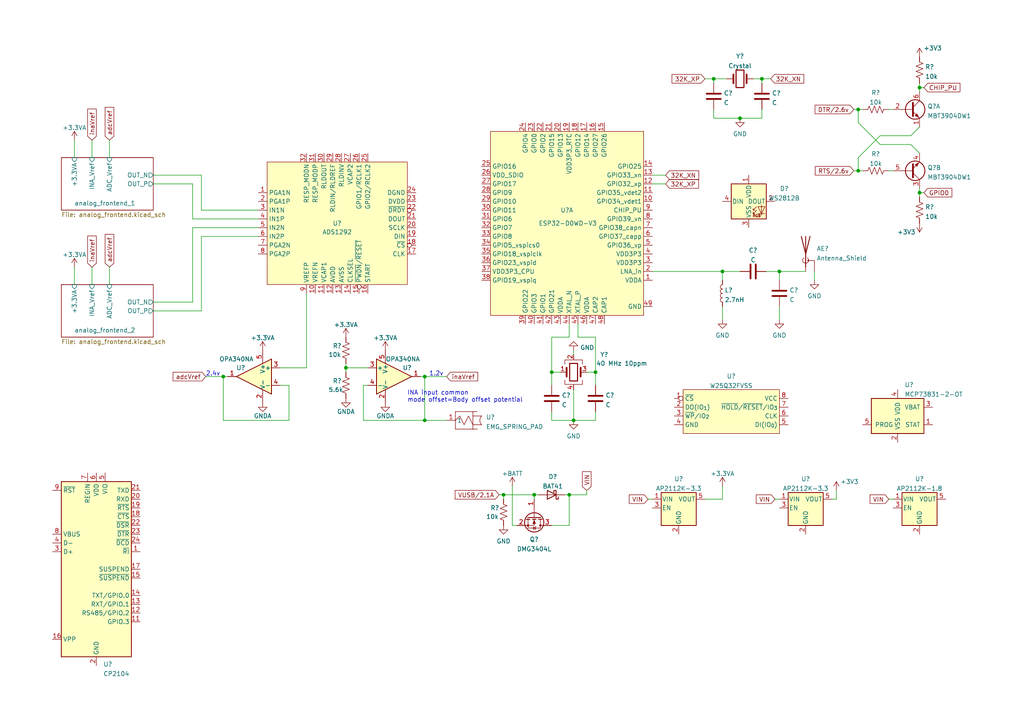
<source format=kicad_sch>
(kicad_sch (version 20211123) (generator eeschema)
  (paper "A4")
  (title_block (title "EMG-2x") (date "2022-02-11") (rev "1") (company "Rf-lab.org"))
  (lib_symbols
    (symbol "Amplifier_Operational:OPA340NA" (pin_names (offset 0.127))
      (property "Reference" "U" (at -1.27 6.35 0))
      (property "Value" "OPA340NA" (at -1.27 3.81 0))
      (symbol "OPA340NA_0_1"
        (pin power_in line (at -2.54 -7.62 90) (length 3.81) (name "V-") (number "2"))
        (pin power_in line (at -2.54 7.62 270) (length 3.81) (name "V+") (number "5"))
      )
      (symbol "OPA340NA_1_1"
        (pin output line (at 7.62 0 180) (length 2.54) (name "~") (number "1"))
        (pin input line (at -7.62 2.54 0) (length 2.54) (name "+") (number "3"))
        (pin input line (at -7.62 -2.54 0) (length 2.54) (name "-") (number "4"))
      )
    )
    (symbol "Battery_Management:MCP73831-2-OT" (pin_names (offset 1.016))
      (property "Reference" "U" (at -7.62 6.35 0))
      (property "Value" "MCP73831-2-OT" (at 1.27 6.35 0))
      (symbol "MCP73831-2-OT_1_1"
        (pin output line (at 10.16 -2.54 180) (length 2.54) (name "STAT") (number "1"))
        (pin power_in line (at 0 -7.62 90) (length 2.54) (name "VSS") (number "2"))
        (pin power_out line (at 10.16 2.54 180) (length 2.54) (name "VBAT") (number "3"))
        (pin power_in line (at 0 7.62 270) (length 2.54) (name "VDD") (number "4"))
        (pin input line (at -10.16 -2.54 0) (length 2.54) (name "PROG") (number "5"))
      )
    )
    (symbol "Device:Antenna_Shield" (pin_numbers hide) (pin_names (offset 1.016) hide)
      (property "Reference" "AE" (at -1.905 4.445 0))
      (property "Value" "Antenna_Shield" (at -1.905 2.54 0))
      (symbol "Antenna_Shield_1_1"
        (pin input line (at 0 -5.08 90) (length 2.54) (name "A") (number "1"))
        (pin input line (at 2.54 -5.08 90) (length 2.54) (name "Shield") (number "2"))
      )
    )
    (symbol "Device:C" (pin_numbers hide) (pin_names (offset 0.254))
      (property "Reference" "C" (at 0.635 2.54 0))
      (property "Value" "C" (at 0.635 -2.54 0))
      (symbol "C_1_1"
        (pin passive line (at 0 3.81 270) (length 2.794) (name "~") (number "1"))
        (pin passive line (at 0 -3.81 90) (length 2.794) (name "~") (number "2"))
      )
    )
    (symbol "Device:Crystal" (pin_numbers hide) (pin_names (offset 1.016) hide)
      (property "Reference" "Y" (at 0 3.81 0))
      (property "Value" "Crystal" (at 0 -3.81 0))
      (symbol "Crystal_1_1"
        (pin passive line (at -3.81 0 0) (length 1.27) (name "1") (number "1"))
        (pin passive line (at 3.81 0 180) (length 1.27) (name "2") (number "2"))
      )
    )
    (symbol "Device:Crystal_GND24" (pin_names (offset 1.016) hide)
      (property "Reference" "Y" (at 3.175 5.08 0))
      (property "Value" "Crystal_GND24" (at 3.175 3.175 0))
      (symbol "Crystal_GND24_1_1"
        (pin passive line (at -3.81 0 0) (length 1.27) (name "1") (number "1"))
        (pin passive line (at 0 5.08 270) (length 1.27) (name "2") (number "2"))
        (pin passive line (at 3.81 0 180) (length 1.27) (name "3") (number "3"))
        (pin passive line (at 0 -5.08 90) (length 1.27) (name "4") (number "4"))
      )
    )
    (symbol "Device:L" (pin_numbers hide) (pin_names (offset 1.016) hide)
      (property "Reference" "L" (at -1.27 0 90))
      (property "Value" "L" (at 1.905 0 90))
      (symbol "L_1_1"
        (pin passive line (at 0 3.81 270) (length 1.27) (name "1") (number "1"))
        (pin passive line (at 0 -3.81 90) (length 1.27) (name "2") (number "2"))
      )
    )
    (symbol "Device:R_US" (pin_numbers hide) (pin_names (offset 0))
      (property "Reference" "R" (at 2.54 0 90))
      (property "Value" "R_US" (at -2.54 0 90))
      (symbol "R_US_1_1"
        (pin passive line (at 0 3.81 270) (length 1.27) (name "~") (number "1"))
        (pin passive line (at 0 -3.81 90) (length 1.27) (name "~") (number "2"))
      )
    )
    (symbol "Diode:BAT41" (pin_numbers hide) (pin_names (offset 1.016) hide)
      (property "Reference" "D" (at 0 2.54 0))
      (property "Value" "BAT41" (at 0 -2.54 0))
      (symbol "BAT41_1_1"
        (pin passive line (at -3.81 0 0) (length 2.54) (name "K") (number "1"))
        (pin passive line (at 3.81 0 180) (length 2.54) (name "A") (number "2"))
      )
    )
    (symbol "Interface_USB:CP2104"
      (property "Reference" "U" (at -5.08 28.575 0))
      (property "Value" "CP2104" (at -5.08 26.67 0))
      (symbol "CP2104_1_1"
        (pin input line (at 12.7 5.08 180) (length 2.54) (name "~{RI}") (number "1"))
        (pin no_connect line (at 10.16 -20.32 180) (length 2.54) hide (name "NC") (number "10"))
        (pin bidirectional line (at 12.7 -15.24 180) (length 2.54) (name "GPIO.3") (number "11"))
        (pin bidirectional line (at 12.7 -12.7 180) (length 2.54) (name "RS485/GPIO.2") (number "12"))
        (pin bidirectional line (at 12.7 -10.16 180) (length 2.54) (name "RXT/GPIO.1") (number "13"))
        (pin bidirectional line (at 12.7 -7.62 180) (length 2.54) (name "TXT/GPIO.0") (number "14"))
        (pin output line (at 12.7 -2.54 180) (length 2.54) (name "~{SUSPEND}") (number "15"))
        (pin passive line (at -12.7 -20.32 0) (length 2.54) (name "VPP") (number "16"))
        (pin output line (at 12.7 0 180) (length 2.54) (name "SUSPEND") (number "17"))
        (pin input line (at 12.7 15.24 180) (length 2.54) (name "~{CTS}") (number "18"))
        (pin output line (at 12.7 17.78 180) (length 2.54) (name "~{RTS}") (number "19"))
        (pin power_in line (at 0 -27.94 90) (length 2.54) (name "GND") (number "2"))
        (pin input line (at 12.7 20.32 180) (length 2.54) (name "RXD") (number "20"))
        (pin output line (at 12.7 22.86 180) (length 2.54) (name "TXD") (number "21"))
        (pin input line (at 12.7 12.7 180) (length 2.54) (name "~{DSR}") (number "22"))
        (pin output line (at 12.7 10.16 180) (length 2.54) (name "~{DTR}") (number "23"))
        (pin input line (at 12.7 7.62 180) (length 2.54) (name "~{DCD}") (number "24"))
        (pin passive line (at 0 -27.94 90) (length 2.54) hide (name "GND") (number "25"))
        (pin bidirectional line (at -12.7 5.08 0) (length 2.54) (name "D+") (number "3"))
        (pin bidirectional line (at -12.7 7.62 0) (length 2.54) (name "D-") (number "4"))
        (pin power_in line (at 2.54 27.94 270) (length 2.54) (name "VIO") (number "5"))
        (pin power_in line (at 0 27.94 270) (length 2.54) (name "VDD") (number "6"))
        (pin power_in line (at -2.54 27.94 270) (length 2.54) (name "REGIN") (number "7"))
        (pin input line (at -12.7 10.16 0) (length 2.54) (name "VBUS") (number "8"))
        (pin bidirectional line (at -12.7 22.86 0) (length 2.54) (name "~{RST}") (number "9"))
      )
    )
    (symbol "LED:WS2812B" (pin_names (offset 0.254))
      (property "Reference" "D" (at 5.08 5.715 0))
      (property "Value" "WS2812B" (at 1.27 -5.715 0))
      (symbol "WS2812B_0_0"
        (text "RGB" (at 2.286 -4.191 0) (effects (font (size 0.762 0.762))))
      )
      (symbol "WS2812B_1_1"
        (pin power_in line (at 0 7.62 270) (length 2.54) (name "VDD") (number "1"))
        (pin output line (at 7.62 0 180) (length 2.54) (name "DOUT") (number "2"))
        (pin power_in line (at 0 -7.62 90) (length 2.54) (name "VSS") (number "3"))
        (pin input line (at -7.62 0 0) (length 2.54) (name "DIN") (number "4"))
      )
    )
    (symbol "Regulator_Linear:AP2112K-1.8" (pin_names (offset 0.254))
      (property "Reference" "U" (at -5.08 5.715 0))
      (property "Value" "AP2112K-1.8" (at 0 5.715 0))
      (symbol "AP2112K-1.8_1_1"
        (pin power_in line (at -7.62 2.54 0) (length 2.54) (name "VIN") (number "1"))
        (pin power_in line (at 0 -7.62 90) (length 2.54) (name "GND") (number "2"))
        (pin input line (at -7.62 0 0) (length 2.54) (name "EN") (number "3"))
        (pin no_connect line (at 5.08 0 180) (length 2.54) hide (name "NC") (number "4"))
        (pin power_out line (at 7.62 2.54 180) (length 2.54) (name "VOUT") (number "5"))
      )
    )
    (symbol "Regulator_Linear:AP2112K-3.3" (pin_names (offset 0.254))
      (property "Reference" "U" (at -5.08 5.715 0))
      (property "Value" "AP2112K-3.3" (at 0 5.715 0))
      (symbol "AP2112K-3.3_1_1"
        (pin power_in line (at -7.62 2.54 0) (length 2.54) (name "VIN") (number "1"))
        (pin power_in line (at 0 -7.62 90) (length 2.54) (name "GND") (number "2"))
        (pin input line (at -7.62 0 0) (length 2.54) (name "EN") (number "3"))
        (pin no_connect line (at 5.08 0 180) (length 2.54) hide (name "NC") (number "4"))
        (pin power_out line (at 7.62 2.54 180) (length 2.54) (name "VOUT") (number "5"))
      )
    )
    (symbol "Transistor_BJT:MBT3904DW1" (pin_names (offset 0) hide)
      (property "Reference" "Q" (at 5.08 1.27 0))
      (property "Value" "MBT3904DW1" (at 5.08 -1.27 0))
      (symbol "MBT3904DW1_1_1"
        (pin passive line (at 2.54 -5.08 90) (length 2.54) (name "E1") (number "1"))
        (pin input line (at -5.08 0 0) (length 2.54) (name "B1") (number "2"))
        (pin passive line (at 2.54 5.08 270) (length 2.54) (name "C1") (number "6"))
      )
      (symbol "MBT3904DW1_2_1"
        (pin passive line (at 2.54 5.08 270) (length 2.54) (name "C2") (number "3"))
        (pin passive line (at 2.54 -5.08 90) (length 2.54) (name "E2") (number "4"))
        (pin input line (at -5.08 0 0) (length 2.54) (name "B2") (number "5"))
      )
    )
    (symbol "Transistor_FET:DMG3404L" (pin_names hide)
      (property "Reference" "Q" (at 5.08 1.905 0))
      (property "Value" "DMG3404L" (at 5.08 0 0))
      (symbol "DMG3404L_1_1"
        (pin input line (at -5.08 0 0) (length 2.54) (name "G") (number "1"))
        (pin passive line (at 2.54 -5.08 90) (length 2.54) (name "S") (number "2"))
        (pin passive line (at 2.54 5.08 270) (length 2.54) (name "D") (number "3"))
      )
    )
    (symbol "espLib:ADS1292"
      (property "Reference" "U" (at 0 0 0))
      (property "Value" "ADS1292" (at 0 -2.54 0))
      (symbol "ADS1292_1_1"
        (pin output line (at -22.86 8.89 0) (length 2.54) (name "PGA1N") (number "1"))
        (pin input line (at -6.35 -20.32 90) (length 2.54) (name "VREFN") (number "10"))
        (pin bidirectional line (at -3.81 -20.32 90) (length 2.54) (name "VCAP1") (number "11"))
        (pin power_in line (at -1.27 -20.32 90) (length 2.54) (name "AVDD") (number "12"))
        (pin power_in line (at 1.27 -20.32 90) (length 2.54) (name "AVSS") (number "13"))
        (pin input line (at 3.81 -20.32 90) (length 2.54) (name "CLKSEL") (number "14"))
        (pin input inverted (at 6.35 -20.32 90) (length 2.54) (name "~{PWDN}/~{RESET}") (number "15"))
        (pin input line (at 8.89 -20.32 90) (length 2.54) (name "START") (number "16"))
        (pin input line (at 22.86 -8.89 180) (length 2.54) (name "CLK") (number "17"))
        (pin input inverted (at 22.86 -6.35 180) (length 2.54) (name "~{CS}") (number "18"))
        (pin input line (at 22.86 -3.81 180) (length 2.54) (name "DIN") (number "19"))
        (pin output line (at -22.86 6.35 0) (length 2.54) (name "PGA1P") (number "2"))
        (pin input line (at 22.86 -1.27 180) (length 2.54) (name "SCLK") (number "20"))
        (pin output line (at 22.86 1.27 180) (length 2.54) (name "DOUT") (number "21"))
        (pin output inverted (at 22.86 3.81 180) (length 2.54) (name "~{DRDY}") (number "22"))
        (pin power_in line (at 22.86 6.35 180) (length 2.54) (name "DVDD") (number "23"))
        (pin power_in line (at 22.86 8.89 180) (length 2.54) (name "DGND") (number "24"))
        (pin bidirectional line (at 8.89 20.32 270) (length 2.54) (name "GPIO2/RCLK2") (number "25"))
        (pin bidirectional line (at 6.35 20.32 270) (length 2.54) (name "GPIO1/RCLK1") (number "26"))
        (pin bidirectional line (at 3.81 20.32 270) (length 2.54) (name "VCAP2") (number "27"))
        (pin input line (at 1.27 20.32 270) (length 2.54) (name "RLDINV") (number "28"))
        (pin input line (at -1.27 20.32 270) (length 2.54) (name "RLDIN/RLDREF") (number "29"))
        (pin input line (at -22.86 3.81 0) (length 2.54) (name "IN1N") (number "3"))
        (pin output line (at -3.81 20.32 270) (length 2.54) (name "RLDOUT") (number "30"))
        (pin bidirectional line (at -6.35 20.32 270) (length 2.54) (name "RESP_MODP") (number "31"))
        (pin bidirectional line (at -8.89 20.32 270) (length 2.54) (name "RESP_MODN") (number "32"))
        (pin input line (at -22.86 1.27 0) (length 2.54) (name "IN1P") (number "4"))
        (pin input line (at -22.86 -1.27 0) (length 2.54) (name "IN2N") (number "5"))
        (pin input line (at -22.86 -3.81 0) (length 2.54) (name "IN2P") (number "6"))
        (pin output line (at -22.86 -6.35 0) (length 2.54) (name "PGA2N") (number "7"))
        (pin output line (at -22.86 -8.89 0) (length 2.54) (name "PGA2P") (number "8"))
        (pin bidirectional line (at -8.89 -20.32 90) (length 2.54) (name "VREFP") (number "9"))
      )
    )
    (symbol "espLib:EMG_SPRING_PAD"
      (property "Reference" "U" (at 0 0 0))
      (property "Value" "EMG_SPRING_PAD" (at 0 2.54 0))
      (symbol "EMG_SPRING_PAD_1_1"
        (pin bidirectional line (at 0 -2.54 0) (length 2.54) (name "1") (number "1"))
      )
    )
    (symbol "espLib:ESP32-D0WD-V3"
      (property "Reference" "U" (at 12.7 2.54 0))
      (property "Value" "ESP32-D0WD-V3" (at 15.24 -1.27 0))
      (symbol "ESP32-D0WD-V3_1_1"
        (pin power_in line (at -12.7 15.24 0) (length 2.54) (name "VDDA") (number "1"))
        (pin input line (at -12.7 -7.62 0) (length 2.54) (name "GPIO34_vdet1") (number "10"))
        (pin input line (at -12.7 -10.16 0) (length 2.54) (name "GPIO35_vdet2") (number "11"))
        (pin bidirectional line (at -12.7 -12.7 0) (length 2.54) (name "GPIO32_xp") (number "12"))
        (pin bidirectional line (at -12.7 -15.24 0) (length 2.54) (name "GPIO33_xn") (number "13"))
        (pin bidirectional line (at -12.7 -17.78 0) (length 2.54) (name "GPIO25") (number "14"))
        (pin bidirectional line (at 1.27 -30.48 90) (length 2.54) (name "GPIO26") (number "15"))
        (pin bidirectional line (at 3.81 -30.48 90) (length 2.54) (name "GPIO27") (number "16"))
        (pin bidirectional line (at 6.35 -30.48 90) (length 2.54) (name "GPIO14") (number "17"))
        (pin bidirectional line (at 8.89 -30.48 90) (length 2.54) (name "GPIO12") (number "18"))
        (pin power_in line (at 11.43 -30.48 90) (length 2.54) (name "VDD3P3_RTC") (number "19"))
        (pin input line (at -12.7 12.7 0) (length 2.54) (name "LNA_in") (number "2"))
        (pin bidirectional line (at 13.97 -30.48 90) (length 2.54) (name "GPIO13") (number "20"))
        (pin bidirectional line (at 16.51 -30.48 90) (length 2.54) (name "GPIO15") (number "21"))
        (pin bidirectional line (at 19.05 -30.48 90) (length 2.54) (name "GPIO2") (number "22"))
        (pin bidirectional line (at 21.59 -30.48 90) (length 2.54) (name "GPIO0") (number "23"))
        (pin bidirectional line (at 24.13 -30.48 90) (length 2.54) (name "GPIO4") (number "24"))
        (pin bidirectional line (at 36.83 -17.78 180) (length 2.54) (name "GPIO16") (number "25"))
        (pin power_out line (at 36.83 -15.24 180) (length 2.54) (name "VDD_SDIO") (number "26"))
        (pin bidirectional line (at 36.83 -12.7 180) (length 2.54) (name "GPIO17") (number "27"))
        (pin bidirectional line (at 36.83 -10.16 180) (length 2.54) (name "GPIO9") (number "28"))
        (pin bidirectional line (at 36.83 -7.62 180) (length 2.54) (name "GPIO10") (number "29"))
        (pin power_in line (at -12.7 10.16 0) (length 2.54) (name "VDD3P3") (number "3"))
        (pin bidirectional line (at 36.83 -5.08 180) (length 2.54) (name "GPIO11") (number "30"))
        (pin bidirectional line (at 36.83 -2.54 180) (length 2.54) (name "GPIO6") (number "31"))
        (pin bidirectional line (at 36.83 0 180) (length 2.54) (name "GPIO7") (number "32"))
        (pin bidirectional line (at 36.83 2.54 180) (length 2.54) (name "GPIO8") (number "33"))
        (pin bidirectional line (at 36.83 5.08 180) (length 2.54) (name "GPIO5_vspics0") (number "34"))
        (pin bidirectional line (at 36.83 7.62 180) (length 2.54) (name "GPIO18_vspiclk") (number "35"))
        (pin bidirectional line (at 36.83 10.16 180) (length 2.54) (name "GPIO23_vspid") (number "36"))
        (pin power_in line (at 36.83 12.7 180) (length 2.54) (name "VDD3P3_CPU") (number "37"))
        (pin bidirectional line (at 36.83 15.24 180) (length 2.54) (name "GPIO19_vspiq") (number "38"))
        (pin bidirectional line (at 24.13 27.94 270) (length 2.54) (name "GPIO22") (number "39"))
        (pin power_in line (at -12.7 7.62 0) (length 2.54) (name "VDD3P3") (number "4"))
        (pin bidirectional line (at 21.59 27.94 270) (length 2.54) (name "GPIO3") (number "40"))
        (pin bidirectional line (at 19.05 27.94 270) (length 2.54) (name "GPIO1") (number "41"))
        (pin bidirectional line (at 16.51 27.94 270) (length 2.54) (name "GPIO21") (number "42"))
        (pin power_in line (at 13.97 27.94 270) (length 2.54) (name "VDDA") (number "43"))
        (pin output line (at 11.43 27.94 270) (length 2.54) (name "XTAL_N") (number "44"))
        (pin input line (at 8.89 27.94 270) (length 2.54) (name "XTAL_P") (number "45"))
        (pin power_in line (at 6.35 27.94 270) (length 2.54) (name "VDDA") (number "46"))
        (pin bidirectional line (at 3.81 27.94 270) (length 2.54) (name "CAP2") (number "47"))
        (pin bidirectional line (at 1.27 27.94 270) (length 2.54) (name "CAP1") (number "48"))
        (pin bidirectional line (at -12.7 22.86 0) (length 2.54) (name "GND") (number "49"))
        (pin input line (at -12.7 5.08 0) (length 2.54) (name "GPIO36_vp") (number "5"))
        (pin input line (at -12.7 2.54 0) (length 2.54) (name "GPIO37_capp") (number "6"))
        (pin input line (at -12.7 0 0) (length 2.54) (name "GPIO38_capn") (number "7"))
        (pin input line (at -12.7 -2.54 0) (length 2.54) (name "GPIO39_vn") (number "8"))
        (pin input line (at -12.7 -5.08 0) (length 2.54) (name "CHIP_PU") (number "9"))
      )
      (symbol "ESP32-D0WD-V3_2_1"
        (pin bidirectional line (at -12.7 -12.7 0) (length 2.54) (name "GPIO32_xp") (number "-UB"))
        (pin input line (at -16.51 -12.7 90) (length 2.54) (name "VDDA") (number "1-UB"))
        (pin input line (at 6.35 -12.7 90) (length 2.54) (name "GPIO34") (number "10-UB"))
        (pin input line (at 8.89 -12.7 90) (length 2.54) (name "GPIO35") (number "11-UB"))
        (pin bidirectional line (at -12.7 -15.24 0) (length 2.54) (name "GPIO33_xn") (number "13-UB"))
        (pin bidirectional line (at -12.7 -17.78 0) (length 2.54) (name "GPIO25") (number "14-UB"))
        (pin bidirectional line (at 1.27 -30.48 90) (length 2.54) (name "GPIO26") (number "15-UB"))
        (pin bidirectional line (at 3.81 -30.48 90) (length 2.54) (name "GPIO27") (number "16-UB"))
        (pin bidirectional line (at 6.35 -30.48 90) (length 2.54) (name "GPIO14") (number "17-UB"))
        (pin bidirectional line (at 8.89 -30.48 90) (length 2.54) (name "GPIO12") (number "18-UB"))
        (pin power_in line (at 11.43 -30.48 90) (length 2.54) (name "VDD3P3_RTC") (number "19-UB"))
        (pin input line (at -13.97 -12.7 90) (length 2.54) (name "LNA_in") (number "2-UB"))
        (pin bidirectional line (at 13.97 -30.48 90) (length 2.54) (name "GPIO13") (number "20-UB"))
        (pin bidirectional line (at 16.51 -30.48 90) (length 2.54) (name "GPIO15") (number "21-UB"))
        (pin bidirectional line (at 19.05 -30.48 90) (length 2.54) (name "GPIO2") (number "22-UB"))
        (pin bidirectional line (at 21.59 -30.48 90) (length 2.54) (name "GPIO0") (number "23-UB"))
        (pin bidirectional line (at 24.13 -30.48 90) (length 2.54) (name "GPIO4") (number "24-UB"))
        (pin bidirectional line (at 36.83 -17.78 180) (length 2.54) (name "GPIO16") (number "25-UB"))
        (pin power_out line (at 36.83 -15.24 180) (length 2.54) (name "VDD_SDIO") (number "26-UB"))
        (pin bidirectional line (at 36.83 -12.7 180) (length 2.54) (name "GPIO17") (number "27-UB"))
        (pin bidirectional line (at 36.83 -10.16 180) (length 2.54) (name "GPIO9") (number "28-UB"))
        (pin bidirectional line (at 36.83 -7.62 180) (length 2.54) (name "GPIO10") (number "29-UB"))
        (pin input line (at -11.43 -12.7 90) (length 2.54) (name "VDD3P3") (number "3-UB"))
        (pin bidirectional line (at 36.83 -5.08 180) (length 2.54) (name "GPIO11") (number "30-UB"))
        (pin bidirectional line (at 36.83 -2.54 180) (length 2.54) (name "GPIO6") (number "31-UB"))
        (pin bidirectional line (at 36.83 0 180) (length 2.54) (name "GPIO7") (number "32-UB"))
        (pin bidirectional line (at 36.83 2.54 180) (length 2.54) (name "GPIO8") (number "33-UB"))
        (pin bidirectional line (at 36.83 5.08 180) (length 2.54) (name "GPIO5_vspics0") (number "34-UB"))
        (pin bidirectional line (at 36.83 7.62 180) (length 2.54) (name "GPIO18_vspiclk") (number "35-UB"))
        (pin bidirectional line (at 36.83 10.16 180) (length 2.54) (name "GPIO23_vspid") (number "36-UB"))
        (pin power_in line (at 36.83 12.7 180) (length 2.54) (name "VDD3P3_CPU") (number "37-UB"))
        (pin bidirectional line (at 36.83 15.24 180) (length 2.54) (name "GPIO19_vspiq") (number "38-UB"))
        (pin bidirectional line (at 24.13 27.94 270) (length 2.54) (name "GPIO22") (number "39-UB"))
        (pin input line (at -8.89 -12.7 90) (length 2.54) (name "VDD3P3") (number "4-UB"))
        (pin bidirectional line (at 21.59 27.94 270) (length 2.54) (name "GPIO3") (number "40-UB"))
        (pin bidirectional line (at 19.05 27.94 270) (length 2.54) (name "GPIO1") (number "41-UB"))
        (pin bidirectional line (at 16.51 27.94 270) (length 2.54) (name "GPIO21") (number "42-UB"))
        (pin power_in line (at 13.97 27.94 270) (length 2.54) (name "VDDA") (number "43-UB"))
        (pin output line (at 11.43 27.94 270) (length 2.54) (name "XTAL_N") (number "44-UB"))
        (pin input line (at 8.89 27.94 270) (length 2.54) (name "XTAL_P") (number "45-UB"))
        (pin power_in line (at 6.35 27.94 270) (length 2.54) (name "VDDA") (number "46-UB"))
        (pin bidirectional line (at 3.81 27.94 270) (length 2.54) (name "CAP2") (number "47-UB"))
        (pin bidirectional line (at 1.27 27.94 270) (length 2.54) (name "CAP1") (number "48-UB"))
        (pin bidirectional line (at -12.7 22.86 0) (length 2.54) (name "GND") (number "49-UB"))
        (pin input line (at -6.35 -12.7 90) (length 2.54) (name "GPIO36") (number "5-UB"))
        (pin input line (at -3.81 -12.7 90) (length 2.54) (name "GPIO37") (number "6-UB"))
        (pin input line (at -1.27 -12.7 90) (length 2.54) (name "GPIO38") (number "7-UB"))
        (pin input line (at 1.27 -12.7 90) (length 2.54) (name "GPIO39") (number "8-UB"))
        (pin input line (at 3.81 -12.7 90) (length 2.54) (name "CHIP_PU") (number "9-UB"))
      )
      (symbol "ESP32-D0WD-V3_3_1"
        (pin bidirectional line (at -12.7 -12.7 0) (length 2.54) (name "GPIO32_xp") (number "-UC"))
        (pin input line (at -16.51 -12.7 90) (length 2.54) (name "VDDA") (number "1-UC"))
        (pin input line (at 6.35 -12.7 90) (length 2.54) (name "GPIO34") (number "10-UC"))
        (pin input line (at 8.89 -12.7 90) (length 2.54) (name "GPIO35") (number "11-UC"))
        (pin bidirectional line (at -12.7 -15.24 0) (length 2.54) (name "GPIO33_xn") (number "13-UC"))
        (pin bidirectional line (at -12.7 -17.78 0) (length 2.54) (name "GPIO25") (number "14-UC"))
        (pin bidirectional line (at 1.27 -30.48 90) (length 2.54) (name "GPIO26") (number "15-UC"))
        (pin bidirectional line (at 3.81 -30.48 90) (length 2.54) (name "GPIO27") (number "16-UC"))
        (pin bidirectional line (at 6.35 -30.48 90) (length 2.54) (name "GPIO14") (number "17-UC"))
        (pin bidirectional line (at 8.89 -30.48 90) (length 2.54) (name "GPIO12") (number "18-UC"))
        (pin power_in line (at 11.43 -30.48 90) (length 2.54) (name "VDD3P3_RTC") (number "19-UC"))
        (pin input line (at -13.97 -12.7 90) (length 2.54) (name "LNA_in") (number "2-UC"))
        (pin bidirectional line (at 13.97 -30.48 90) (length 2.54) (name "GPIO13") (number "20-UC"))
        (pin bidirectional line (at 16.51 -30.48 90) (length 2.54) (name "GPIO15") (number "21-UC"))
        (pin bidirectional line (at 19.05 -30.48 90) (length 2.54) (name "GPIO2") (number "22-UC"))
        (pin bidirectional line (at 21.59 -30.48 90) (length 2.54) (name "GPIO0") (number "23-UC"))
        (pin bidirectional line (at 24.13 -30.48 90) (length 2.54) (name "GPIO4") (number "24-UC"))
        (pin bidirectional line (at 36.83 -17.78 180) (length 2.54) (name "GPIO16") (number "25-UC"))
        (pin power_out line (at 36.83 -15.24 180) (length 2.54) (name "VDD_SDIO") (number "26-UC"))
        (pin bidirectional line (at 36.83 -12.7 180) (length 2.54) (name "GPIO17") (number "27-UC"))
        (pin bidirectional line (at 36.83 -10.16 180) (length 2.54) (name "GPIO9") (number "28-UC"))
        (pin bidirectional line (at 36.83 -7.62 180) (length 2.54) (name "GPIO10") (number "29-UC"))
        (pin input line (at -11.43 -12.7 90) (length 2.54) (name "VDD3P3") (number "3-UC"))
        (pin bidirectional line (at 36.83 -5.08 180) (length 2.54) (name "GPIO11") (number "30-UC"))
        (pin bidirectional line (at 36.83 -2.54 180) (length 2.54) (name "GPIO6") (number "31-UC"))
        (pin bidirectional line (at 36.83 0 180) (length 2.54) (name "GPIO7") (number "32-UC"))
        (pin bidirectional line (at 36.83 2.54 180) (length 2.54) (name "GPIO8") (number "33-UC"))
        (pin bidirectional line (at 36.83 5.08 180) (length 2.54) (name "GPIO5_vspics0") (number "34-UC"))
        (pin bidirectional line (at 36.83 7.62 180) (length 2.54) (name "GPIO18_vspiclk") (number "35-UC"))
        (pin bidirectional line (at 36.83 10.16 180) (length 2.54) (name "GPIO23_vspid") (number "36-UC"))
        (pin power_in line (at 36.83 12.7 180) (length 2.54) (name "VDD3P3_CPU") (number "37-UC"))
        (pin bidirectional line (at 36.83 15.24 180) (length 2.54) (name "GPIO19_vspiq") (number "38-UC"))
        (pin bidirectional line (at 24.13 27.94 270) (length 2.54) (name "GPIO22") (number "39-UC"))
        (pin input line (at -8.89 -12.7 90) (length 2.54) (name "VDD3P3") (number "4-UC"))
        (pin bidirectional line (at 21.59 27.94 270) (length 2.54) (name "GPIO3") (number "40-UC"))
        (pin bidirectional line (at 19.05 27.94 270) (length 2.54) (name "GPIO1") (number "41-UC"))
        (pin bidirectional line (at 16.51 27.94 270) (length 2.54) (name "GPIO21") (number "42-UC"))
        (pin power_in line (at 13.97 27.94 270) (length 2.54) (name "VDDA") (number "43-UC"))
        (pin output line (at 11.43 27.94 270) (length 2.54) (name "XTAL_N") (number "44-UC"))
        (pin input line (at 8.89 27.94 270) (length 2.54) (name "XTAL_P") (number "45-UC"))
        (pin power_in line (at 6.35 27.94 270) (length 2.54) (name "VDDA") (number "46-UC"))
        (pin bidirectional line (at 3.81 27.94 270) (length 2.54) (name "CAP2") (number "47-UC"))
        (pin bidirectional line (at 1.27 27.94 270) (length 2.54) (name "CAP1") (number "48-UC"))
        (pin bidirectional line (at -12.7 22.86 0) (length 2.54) (name "GND") (number "49-UC"))
        (pin input line (at -6.35 -12.7 90) (length 2.54) (name "GPIO36") (number "5-UC"))
        (pin input line (at -3.81 -12.7 90) (length 2.54) (name "GPIO37") (number "6-UC"))
        (pin input line (at -1.27 -12.7 90) (length 2.54) (name "GPIO38") (number "7-UC"))
        (pin input line (at 1.27 -12.7 90) (length 2.54) (name "GPIO39") (number "8-UC"))
        (pin input line (at 3.81 -12.7 90) (length 2.54) (name "CHIP_PU") (number "9-UC"))
      )
      (symbol "ESP32-D0WD-V3_4_1"
        (pin bidirectional line (at -12.7 -12.7 0) (length 2.54) (name "GPIO32_xp") (number "-UD"))
        (pin input line (at -16.51 -12.7 90) (length 2.54) (name "VDDA") (number "1-UD"))
        (pin input line (at 6.35 -12.7 90) (length 2.54) (name "GPIO34") (number "10-UD"))
        (pin input line (at 8.89 -12.7 90) (length 2.54) (name "GPIO35") (number "11-UD"))
        (pin bidirectional line (at -12.7 -15.24 0) (length 2.54) (name "GPIO33_xn") (number "13-UD"))
        (pin bidirectional line (at -12.7 -17.78 0) (length 2.54) (name "GPIO25") (number "14-UD"))
        (pin bidirectional line (at 1.27 -30.48 90) (length 2.54) (name "GPIO26") (number "15-UD"))
        (pin bidirectional line (at 3.81 -30.48 90) (length 2.54) (name "GPIO27") (number "16-UD"))
        (pin bidirectional line (at 6.35 -30.48 90) (length 2.54) (name "GPIO14") (number "17-UD"))
        (pin bidirectional line (at 8.89 -30.48 90) (length 2.54) (name "GPIO12") (number "18-UD"))
        (pin power_in line (at 11.43 -30.48 90) (length 2.54) (name "VDD3P3_RTC") (number "19-UD"))
        (pin input line (at -13.97 -12.7 90) (length 2.54) (name "LNA_in") (number "2-UD"))
        (pin bidirectional line (at 13.97 -30.48 90) (length 2.54) (name "GPIO13") (number "20-UD"))
        (pin bidirectional line (at 16.51 -30.48 90) (length 2.54) (name "GPIO15") (number "21-UD"))
        (pin bidirectional line (at 19.05 -30.48 90) (length 2.54) (name "GPIO2") (number "22-UD"))
        (pin bidirectional line (at 21.59 -30.48 90) (length 2.54) (name "GPIO0") (number "23-UD"))
        (pin bidirectional line (at 24.13 -30.48 90) (length 2.54) (name "GPIO4") (number "24-UD"))
        (pin bidirectional line (at 36.83 -17.78 180) (length 2.54) (name "GPIO16") (number "25-UD"))
        (pin power_out line (at 36.83 -15.24 180) (length 2.54) (name "VDD_SDIO") (number "26-UD"))
        (pin bidirectional line (at 36.83 -12.7 180) (length 2.54) (name "GPIO17") (number "27-UD"))
        (pin bidirectional line (at 36.83 -10.16 180) (length 2.54) (name "GPIO9") (number "28-UD"))
        (pin bidirectional line (at 36.83 -7.62 180) (length 2.54) (name "GPIO10") (number "29-UD"))
        (pin input line (at -11.43 -12.7 90) (length 2.54) (name "VDD3P3") (number "3-UD"))
        (pin bidirectional line (at 36.83 -5.08 180) (length 2.54) (name "GPIO11") (number "30-UD"))
        (pin bidirectional line (at 36.83 -2.54 180) (length 2.54) (name "GPIO6") (number "31-UD"))
        (pin bidirectional line (at 36.83 0 180) (length 2.54) (name "GPIO7") (number "32-UD"))
        (pin bidirectional line (at 36.83 2.54 180) (length 2.54) (name "GPIO8") (number "33-UD"))
        (pin bidirectional line (at 36.83 5.08 180) (length 2.54) (name "GPIO5_vspics0") (number "34-UD"))
        (pin bidirectional line (at 36.83 7.62 180) (length 2.54) (name "GPIO18_vspiclk") (number "35-UD"))
        (pin bidirectional line (at 36.83 10.16 180) (length 2.54) (name "GPIO23_vspid") (number "36-UD"))
        (pin power_in line (at 36.83 12.7 180) (length 2.54) (name "VDD3P3_CPU") (number "37-UD"))
        (pin bidirectional line (at 36.83 15.24 180) (length 2.54) (name "GPIO19_vspiq") (number "38-UD"))
        (pin bidirectional line (at 24.13 27.94 270) (length 2.54) (name "GPIO22") (number "39-UD"))
        (pin input line (at -8.89 -12.7 90) (length 2.54) (name "VDD3P3") (number "4-UD"))
        (pin bidirectional line (at 21.59 27.94 270) (length 2.54) (name "GPIO3") (number "40-UD"))
        (pin bidirectional line (at 19.05 27.94 270) (length 2.54) (name "GPIO1") (number "41-UD"))
        (pin bidirectional line (at 16.51 27.94 270) (length 2.54) (name "GPIO21") (number "42-UD"))
        (pin power_in line (at 13.97 27.94 270) (length 2.54) (name "VDDA") (number "43-UD"))
        (pin output line (at 11.43 27.94 270) (length 2.54) (name "XTAL_N") (number "44-UD"))
        (pin input line (at 8.89 27.94 270) (length 2.54) (name "XTAL_P") (number "45-UD"))
        (pin power_in line (at 6.35 27.94 270) (length 2.54) (name "VDDA") (number "46-UD"))
        (pin bidirectional line (at 3.81 27.94 270) (length 2.54) (name "CAP2") (number "47-UD"))
        (pin bidirectional line (at 1.27 27.94 270) (length 2.54) (name "CAP1") (number "48-UD"))
        (pin bidirectional line (at -12.7 22.86 0) (length 2.54) (name "GND") (number "49-UD"))
        (pin input line (at -6.35 -12.7 90) (length 2.54) (name "GPIO36") (number "5-UD"))
        (pin input line (at -3.81 -12.7 90) (length 2.54) (name "GPIO37") (number "6-UD"))
        (pin input line (at -1.27 -12.7 90) (length 2.54) (name "GPIO38") (number "7-UD"))
        (pin input line (at 1.27 -12.7 90) (length 2.54) (name "GPIO39") (number "8-UD"))
        (pin input line (at 3.81 -12.7 90) (length 2.54) (name "CHIP_PU") (number "9-UD"))
      )
      (symbol "ESP32-D0WD-V3_5_1"
        (pin bidirectional line (at -12.7 -12.7 0) (length 2.54) (name "GPIO32_xp") (number "-UE"))
        (pin input line (at -16.51 -12.7 90) (length 2.54) (name "VDDA") (number "1-UE"))
        (pin input line (at 6.35 -12.7 90) (length 2.54) (name "GPIO34") (number "10-UE"))
        (pin input line (at 8.89 -12.7 90) (length 2.54) (name "GPIO35") (number "11-UE"))
        (pin bidirectional line (at -12.7 -15.24 0) (length 2.54) (name "GPIO33_xn") (number "13-UE"))
        (pin bidirectional line (at -12.7 -17.78 0) (length 2.54) (name "GPIO25") (number "14-UE"))
        (pin bidirectional line (at 1.27 -30.48 90) (length 2.54) (name "GPIO26") (number "15-UE"))
        (pin bidirectional line (at 3.81 -30.48 90) (length 2.54) (name "GPIO27") (number "16-UE"))
        (pin bidirectional line (at 6.35 -30.48 90) (length 2.54) (name "GPIO14") (number "17-UE"))
        (pin bidirectional line (at 8.89 -30.48 90) (length 2.54) (name "GPIO12") (number "18-UE"))
        (pin power_in line (at 11.43 -30.48 90) (length 2.54) (name "VDD3P3_RTC") (number "19-UE"))
        (pin input line (at -13.97 -12.7 90) (length 2.54) (name "LNA_in") (number "2-UE"))
        (pin bidirectional line (at 13.97 -30.48 90) (length 2.54) (name "GPIO13") (number "20-UE"))
        (pin bidirectional line (at 16.51 -30.48 90) (length 2.54) (name "GPIO15") (number "21-UE"))
        (pin bidirectional line (at 19.05 -30.48 90) (length 2.54) (name "GPIO2") (number "22-UE"))
        (pin bidirectional line (at 21.59 -30.48 90) (length 2.54) (name "GPIO0") (number "23-UE"))
        (pin bidirectional line (at 24.13 -30.48 90) (length 2.54) (name "GPIO4") (number "24-UE"))
        (pin bidirectional line (at 36.83 -17.78 180) (length 2.54) (name "GPIO16") (number "25-UE"))
        (pin power_out line (at 36.83 -15.24 180) (length 2.54) (name "VDD_SDIO") (number "26-UE"))
        (pin bidirectional line (at 36.83 -12.7 180) (length 2.54) (name "GPIO17") (number "27-UE"))
        (pin bidirectional line (at 36.83 -10.16 180) (length 2.54) (name "GPIO9") (number "28-UE"))
        (pin bidirectional line (at 36.83 -7.62 180) (length 2.54) (name "GPIO10") (number "29-UE"))
        (pin input line (at -11.43 -12.7 90) (length 2.54) (name "VDD3P3") (number "3-UE"))
        (pin bidirectional line (at 36.83 -5.08 180) (length 2.54) (name "GPIO11") (number "30-UE"))
        (pin bidirectional line (at 36.83 -2.54 180) (length 2.54) (name "GPIO6") (number "31-UE"))
        (pin bidirectional line (at 36.83 0 180) (length 2.54) (name "GPIO7") (number "32-UE"))
        (pin bidirectional line (at 36.83 2.54 180) (length 2.54) (name "GPIO8") (number "33-UE"))
        (pin bidirectional line (at 36.83 5.08 180) (length 2.54) (name "GPIO5_vspics0") (number "34-UE"))
        (pin bidirectional line (at 36.83 7.62 180) (length 2.54) (name "GPIO18_vspiclk") (number "35-UE"))
        (pin bidirectional line (at 36.83 10.16 180) (length 2.54) (name "GPIO23_vspid") (number "36-UE"))
        (pin power_in line (at 36.83 12.7 180) (length 2.54) (name "VDD3P3_CPU") (number "37-UE"))
        (pin bidirectional line (at 36.83 15.24 180) (length 2.54) (name "GPIO19_vspiq") (number "38-UE"))
        (pin bidirectional line (at 24.13 27.94 270) (length 2.54) (name "GPIO22") (number "39-UE"))
        (pin input line (at -8.89 -12.7 90) (length 2.54) (name "VDD3P3") (number "4-UE"))
        (pin bidirectional line (at 21.59 27.94 270) (length 2.54) (name "GPIO3") (number "40-UE"))
        (pin bidirectional line (at 19.05 27.94 270) (length 2.54) (name "GPIO1") (number "41-UE"))
        (pin bidirectional line (at 16.51 27.94 270) (length 2.54) (name "GPIO21") (number "42-UE"))
        (pin power_in line (at 13.97 27.94 270) (length 2.54) (name "VDDA") (number "43-UE"))
        (pin output line (at 11.43 27.94 270) (length 2.54) (name "XTAL_N") (number "44-UE"))
        (pin input line (at 8.89 27.94 270) (length 2.54) (name "XTAL_P") (number "45-UE"))
        (pin power_in line (at 6.35 27.94 270) (length 2.54) (name "VDDA") (number "46-UE"))
        (pin bidirectional line (at 3.81 27.94 270) (length 2.54) (name "CAP2") (number "47-UE"))
        (pin bidirectional line (at 1.27 27.94 270) (length 2.54) (name "CAP1") (number "48-UE"))
        (pin bidirectional line (at -12.7 22.86 0) (length 2.54) (name "GND") (number "49-UE"))
        (pin input line (at -6.35 -12.7 90) (length 2.54) (name "GPIO36") (number "5-UE"))
        (pin input line (at -3.81 -12.7 90) (length 2.54) (name "GPIO37") (number "6-UE"))
        (pin input line (at -1.27 -12.7 90) (length 2.54) (name "GPIO38") (number "7-UE"))
        (pin input line (at 1.27 -12.7 90) (length 2.54) (name "GPIO39") (number "8-UE"))
        (pin input line (at 3.81 -12.7 90) (length 2.54) (name "CHIP_PU") (number "9-UE"))
      )
      (symbol "ESP32-D0WD-V3_6_1"
        (pin bidirectional line (at -12.7 -12.7 0) (length 2.54) (name "GPIO32_xp") (number "-UF"))
        (pin input line (at -16.51 -12.7 90) (length 2.54) (name "VDDA") (number "1-UF"))
        (pin input line (at 6.35 -12.7 90) (length 2.54) (name "GPIO34") (number "10-UF"))
        (pin input line (at 8.89 -12.7 90) (length 2.54) (name "GPIO35") (number "11-UF"))
        (pin bidirectional line (at -12.7 -15.24 0) (length 2.54) (name "GPIO33_xn") (number "13-UF"))
        (pin bidirectional line (at -12.7 -17.78 0) (length 2.54) (name "GPIO25") (number "14-UF"))
        (pin bidirectional line (at 1.27 -30.48 90) (length 2.54) (name "GPIO26") (number "15-UF"))
        (pin bidirectional line (at 3.81 -30.48 90) (length 2.54) (name "GPIO27") (number "16-UF"))
        (pin bidirectional line (at 6.35 -30.48 90) (length 2.54) (name "GPIO14") (number "17-UF"))
        (pin bidirectional line (at 8.89 -30.48 90) (length 2.54) (name "GPIO12") (number "18-UF"))
        (pin power_in line (at 11.43 -30.48 90) (length 2.54) (name "VDD3P3_RTC") (number "19-UF"))
        (pin input line (at -13.97 -12.7 90) (length 2.54) (name "LNA_in") (number "2-UF"))
        (pin bidirectional line (at 13.97 -30.48 90) (length 2.54) (name "GPIO13") (number "20-UF"))
        (pin bidirectional line (at 16.51 -30.48 90) (length 2.54) (name "GPIO15") (number "21-UF"))
        (pin bidirectional line (at 19.05 -30.48 90) (length 2.54) (name "GPIO2") (number "22-UF"))
        (pin bidirectional line (at 21.59 -30.48 90) (length 2.54) (name "GPIO0") (number "23-UF"))
        (pin bidirectional line (at 24.13 -30.48 90) (length 2.54) (name "GPIO4") (number "24-UF"))
        (pin bidirectional line (at 36.83 -17.78 180) (length 2.54) (name "GPIO16") (number "25-UF"))
        (pin power_out line (at 36.83 -15.24 180) (length 2.54) (name "VDD_SDIO") (number "26-UF"))
        (pin bidirectional line (at 36.83 -12.7 180) (length 2.54) (name "GPIO17") (number "27-UF"))
        (pin bidirectional line (at 36.83 -10.16 180) (length 2.54) (name "GPIO9") (number "28-UF"))
        (pin bidirectional line (at 36.83 -7.62 180) (length 2.54) (name "GPIO10") (number "29-UF"))
        (pin input line (at -11.43 -12.7 90) (length 2.54) (name "VDD3P3") (number "3-UF"))
        (pin bidirectional line (at 36.83 -5.08 180) (length 2.54) (name "GPIO11") (number "30-UF"))
        (pin bidirectional line (at 36.83 -2.54 180) (length 2.54) (name "GPIO6") (number "31-UF"))
        (pin bidirectional line (at 36.83 0 180) (length 2.54) (name "GPIO7") (number "32-UF"))
        (pin bidirectional line (at 36.83 2.54 180) (length 2.54) (name "GPIO8") (number "33-UF"))
        (pin bidirectional line (at 36.83 5.08 180) (length 2.54) (name "GPIO5_vspics0") (number "34-UF"))
        (pin bidirectional line (at 36.83 7.62 180) (length 2.54) (name "GPIO18_vspiclk") (number "35-UF"))
        (pin bidirectional line (at 36.83 10.16 180) (length 2.54) (name "GPIO23_vspid") (number "36-UF"))
        (pin power_in line (at 36.83 12.7 180) (length 2.54) (name "VDD3P3_CPU") (number "37-UF"))
        (pin bidirectional line (at 36.83 15.24 180) (length 2.54) (name "GPIO19_vspiq") (number "38-UF"))
        (pin bidirectional line (at 24.13 27.94 270) (length 2.54) (name "GPIO22") (number "39-UF"))
        (pin input line (at -8.89 -12.7 90) (length 2.54) (name "VDD3P3") (number "4-UF"))
        (pin bidirectional line (at 21.59 27.94 270) (length 2.54) (name "GPIO3") (number "40-UF"))
        (pin bidirectional line (at 19.05 27.94 270) (length 2.54) (name "GPIO1") (number "41-UF"))
        (pin bidirectional line (at 16.51 27.94 270) (length 2.54) (name "GPIO21") (number "42-UF"))
        (pin power_in line (at 13.97 27.94 270) (length 2.54) (name "VDDA") (number "43-UF"))
        (pin output line (at 11.43 27.94 270) (length 2.54) (name "XTAL_N") (number "44-UF"))
        (pin input line (at 8.89 27.94 270) (length 2.54) (name "XTAL_P") (number "45-UF"))
        (pin power_in line (at 6.35 27.94 270) (length 2.54) (name "VDDA") (number "46-UF"))
        (pin bidirectional line (at 3.81 27.94 270) (length 2.54) (name "CAP2") (number "47-UF"))
        (pin bidirectional line (at 1.27 27.94 270) (length 2.54) (name "CAP1") (number "48-UF"))
        (pin bidirectional line (at -12.7 22.86 0) (length 2.54) (name "GND") (number "49-UF"))
        (pin input line (at -6.35 -12.7 90) (length 2.54) (name "GPIO36") (number "5-UF"))
        (pin input line (at -3.81 -12.7 90) (length 2.54) (name "GPIO37") (number "6-UF"))
        (pin input line (at -1.27 -12.7 90) (length 2.54) (name "GPIO38") (number "7-UF"))
        (pin input line (at 1.27 -12.7 90) (length 2.54) (name "GPIO39") (number "8-UF"))
        (pin input line (at 3.81 -12.7 90) (length 2.54) (name "CHIP_PU") (number "9-UF"))
      )
      (symbol "ESP32-D0WD-V3_7_1"
        (pin bidirectional line (at -12.7 -12.7 0) (length 2.54) (name "GPIO32_xp") (number "-UG"))
        (pin input line (at -16.51 -12.7 90) (length 2.54) (name "VDDA") (number "1-UG"))
        (pin input line (at 6.35 -12.7 90) (length 2.54) (name "GPIO34") (number "10-UG"))
        (pin input line (at 8.89 -12.7 90) (length 2.54) (name "GPIO35") (number "11-UG"))
        (pin bidirectional line (at -12.7 -15.24 0) (length 2.54) (name "GPIO33_xn") (number "13-UG"))
        (pin bidirectional line (at -12.7 -17.78 0) (length 2.54) (name "GPIO25") (number "14-UG"))
        (pin bidirectional line (at 1.27 -30.48 90) (length 2.54) (name "GPIO26") (number "15-UG"))
        (pin bidirectional line (at 3.81 -30.48 90) (length 2.54) (name "GPIO27") (number "16-UG"))
        (pin bidirectional line (at 6.35 -30.48 90) (length 2.54) (name "GPIO14") (number "17-UG"))
        (pin bidirectional line (at 8.89 -30.48 90) (length 2.54) (name "GPIO12") (number "18-UG"))
        (pin power_in line (at 11.43 -30.48 90) (length 2.54) (name "VDD3P3_RTC") (number "19-UG"))
        (pin input line (at -13.97 -12.7 90) (length 2.54) (name "LNA_in") (number "2-UG"))
        (pin bidirectional line (at 13.97 -30.48 90) (length 2.54) (name "GPIO13") (number "20-UG"))
        (pin bidirectional line (at 16.51 -30.48 90) (length 2.54) (name "GPIO15") (number "21-UG"))
        (pin bidirectional line (at 19.05 -30.48 90) (length 2.54) (name "GPIO2") (number "22-UG"))
        (pin bidirectional line (at 21.59 -30.48 90) (length 2.54) (name "GPIO0") (number "23-UG"))
        (pin bidirectional line (at 24.13 -30.48 90) (length 2.54) (name "GPIO4") (number "24-UG"))
        (pin bidirectional line (at 36.83 -17.78 180) (length 2.54) (name "GPIO16") (number "25-UG"))
        (pin power_out line (at 36.83 -15.24 180) (length 2.54) (name "VDD_SDIO") (number "26-UG"))
        (pin bidirectional line (at 36.83 -12.7 180) (length 2.54) (name "GPIO17") (number "27-UG"))
        (pin bidirectional line (at 36.83 -10.16 180) (length 2.54) (name "GPIO9") (number "28-UG"))
        (pin bidirectional line (at 36.83 -7.62 180) (length 2.54) (name "GPIO10") (number "29-UG"))
        (pin input line (at -11.43 -12.7 90) (length 2.54) (name "VDD3P3") (number "3-UG"))
        (pin bidirectional line (at 36.83 -5.08 180) (length 2.54) (name "GPIO11") (number "30-UG"))
        (pin bidirectional line (at 36.83 -2.54 180) (length 2.54) (name "GPIO6") (number "31-UG"))
        (pin bidirectional line (at 36.83 0 180) (length 2.54) (name "GPIO7") (number "32-UG"))
        (pin bidirectional line (at 36.83 2.54 180) (length 2.54) (name "GPIO8") (number "33-UG"))
        (pin bidirectional line (at 36.83 5.08 180) (length 2.54) (name "GPIO5_vspics0") (number "34-UG"))
        (pin bidirectional line (at 36.83 7.62 180) (length 2.54) (name "GPIO18_vspiclk") (number "35-UG"))
        (pin bidirectional line (at 36.83 10.16 180) (length 2.54) (name "GPIO23_vspid") (number "36-UG"))
        (pin power_in line (at 36.83 12.7 180) (length 2.54) (name "VDD3P3_CPU") (number "37-UG"))
        (pin bidirectional line (at 36.83 15.24 180) (length 2.54) (name "GPIO19_vspiq") (number "38-UG"))
        (pin bidirectional line (at 24.13 27.94 270) (length 2.54) (name "GPIO22") (number "39-UG"))
        (pin input line (at -8.89 -12.7 90) (length 2.54) (name "VDD3P3") (number "4-UG"))
        (pin bidirectional line (at 21.59 27.94 270) (length 2.54) (name "GPIO3") (number "40-UG"))
        (pin bidirectional line (at 19.05 27.94 270) (length 2.54) (name "GPIO1") (number "41-UG"))
        (pin bidirectional line (at 16.51 27.94 270) (length 2.54) (name "GPIO21") (number "42-UG"))
        (pin power_in line (at 13.97 27.94 270) (length 2.54) (name "VDDA") (number "43-UG"))
        (pin output line (at 11.43 27.94 270) (length 2.54) (name "XTAL_N") (number "44-UG"))
        (pin input line (at 8.89 27.94 270) (length 2.54) (name "XTAL_P") (number "45-UG"))
        (pin power_in line (at 6.35 27.94 270) (length 2.54) (name "VDDA") (number "46-UG"))
        (pin bidirectional line (at 3.81 27.94 270) (length 2.54) (name "CAP2") (number "47-UG"))
        (pin bidirectional line (at 1.27 27.94 270) (length 2.54) (name "CAP1") (number "48-UG"))
        (pin bidirectional line (at -12.7 22.86 0) (length 2.54) (name "GND") (number "49-UG"))
        (pin input line (at -6.35 -12.7 90) (length 2.54) (name "GPIO36") (number "5-UG"))
        (pin input line (at -3.81 -12.7 90) (length 2.54) (name "GPIO37") (number "6-UG"))
        (pin input line (at -1.27 -12.7 90) (length 2.54) (name "GPIO38") (number "7-UG"))
        (pin input line (at 1.27 -12.7 90) (length 2.54) (name "GPIO39") (number "8-UG"))
        (pin input line (at 3.81 -12.7 90) (length 2.54) (name "CHIP_PU") (number "9-UG"))
      )
      (symbol "ESP32-D0WD-V3_8_1"
        (pin bidirectional line (at -12.7 -12.7 0) (length 2.54) (name "GPIO32_xp") (number "-UH"))
        (pin input line (at -16.51 -12.7 90) (length 2.54) (name "VDDA") (number "1-UH"))
        (pin input line (at 6.35 -12.7 90) (length 2.54) (name "GPIO34") (number "10-UH"))
        (pin input line (at 8.89 -12.7 90) (length 2.54) (name "GPIO35") (number "11-UH"))
        (pin bidirectional line (at -12.7 -15.24 0) (length 2.54) (name "GPIO33_xn") (number "13-UH"))
        (pin bidirectional line (at -12.7 -17.78 0) (length 2.54) (name "GPIO25") (number "14-UH"))
        (pin bidirectional line (at 1.27 -30.48 90) (length 2.54) (name "GPIO26") (number "15-UH"))
        (pin bidirectional line (at 3.81 -30.48 90) (length 2.54) (name "GPIO27") (number "16-UH"))
        (pin bidirectional line (at 6.35 -30.48 90) (length 2.54) (name "GPIO14") (number "17-UH"))
        (pin bidirectional line (at 8.89 -30.48 90) (length 2.54) (name "GPIO12") (number "18-UH"))
        (pin power_in line (at 11.43 -30.48 90) (length 2.54) (name "VDD3P3_RTC") (number "19-UH"))
        (pin input line (at -13.97 -12.7 90) (length 2.54) (name "LNA_in") (number "2-UH"))
        (pin bidirectional line (at 13.97 -30.48 90) (length 2.54) (name "GPIO13") (number "20-UH"))
        (pin bidirectional line (at 16.51 -30.48 90) (length 2.54) (name "GPIO15") (number "21-UH"))
        (pin bidirectional line (at 19.05 -30.48 90) (length 2.54) (name "GPIO2") (number "22-UH"))
        (pin bidirectional line (at 21.59 -30.48 90) (length 2.54) (name "GPIO0") (number "23-UH"))
        (pin bidirectional line (at 24.13 -30.48 90) (length 2.54) (name "GPIO4") (number "24-UH"))
        (pin bidirectional line (at 36.83 -17.78 180) (length 2.54) (name "GPIO16") (number "25-UH"))
        (pin power_out line (at 36.83 -15.24 180) (length 2.54) (name "VDD_SDIO") (number "26-UH"))
        (pin bidirectional line (at 36.83 -12.7 180) (length 2.54) (name "GPIO17") (number "27-UH"))
        (pin bidirectional line (at 36.83 -10.16 180) (length 2.54) (name "GPIO9") (number "28-UH"))
        (pin bidirectional line (at 36.83 -7.62 180) (length 2.54) (name "GPIO10") (number "29-UH"))
        (pin input line (at -11.43 -12.7 90) (length 2.54) (name "VDD3P3") (number "3-UH"))
        (pin bidirectional line (at 36.83 -5.08 180) (length 2.54) (name "GPIO11") (number "30-UH"))
        (pin bidirectional line (at 36.83 -2.54 180) (length 2.54) (name "GPIO6") (number "31-UH"))
        (pin bidirectional line (at 36.83 0 180) (length 2.54) (name "GPIO7") (number "32-UH"))
        (pin bidirectional line (at 36.83 2.54 180) (length 2.54) (name "GPIO8") (number "33-UH"))
        (pin bidirectional line (at 36.83 5.08 180) (length 2.54) (name "GPIO5_vspics0") (number "34-UH"))
        (pin bidirectional line (at 36.83 7.62 180) (length 2.54) (name "GPIO18_vspiclk") (number "35-UH"))
        (pin bidirectional line (at 36.83 10.16 180) (length 2.54) (name "GPIO23_vspid") (number "36-UH"))
        (pin power_in line (at 36.83 12.7 180) (length 2.54) (name "VDD3P3_CPU") (number "37-UH"))
        (pin bidirectional line (at 36.83 15.24 180) (length 2.54) (name "GPIO19_vspiq") (number "38-UH"))
        (pin bidirectional line (at 24.13 27.94 270) (length 2.54) (name "GPIO22") (number "39-UH"))
        (pin input line (at -8.89 -12.7 90) (length 2.54) (name "VDD3P3") (number "4-UH"))
        (pin bidirectional line (at 21.59 27.94 270) (length 2.54) (name "GPIO3") (number "40-UH"))
        (pin bidirectional line (at 19.05 27.94 270) (length 2.54) (name "GPIO1") (number "41-UH"))
        (pin bidirectional line (at 16.51 27.94 270) (length 2.54) (name "GPIO21") (number "42-UH"))
        (pin power_in line (at 13.97 27.94 270) (length 2.54) (name "VDDA") (number "43-UH"))
        (pin output line (at 11.43 27.94 270) (length 2.54) (name "XTAL_N") (number "44-UH"))
        (pin input line (at 8.89 27.94 270) (length 2.54) (name "XTAL_P") (number "45-UH"))
        (pin power_in line (at 6.35 27.94 270) (length 2.54) (name "VDDA") (number "46-UH"))
        (pin bidirectional line (at 3.81 27.94 270) (length 2.54) (name "CAP2") (number "47-UH"))
        (pin bidirectional line (at 1.27 27.94 270) (length 2.54) (name "CAP1") (number "48-UH"))
        (pin bidirectional line (at -12.7 22.86 0) (length 2.54) (name "GND") (number "49-UH"))
        (pin input line (at -6.35 -12.7 90) (length 2.54) (name "GPIO36") (number "5-UH"))
        (pin input line (at -3.81 -12.7 90) (length 2.54) (name "GPIO37") (number "6-UH"))
        (pin input line (at -1.27 -12.7 90) (length 2.54) (name "GPIO38") (number "7-UH"))
        (pin input line (at 1.27 -12.7 90) (length 2.54) (name "GPIO39") (number "8-UH"))
        (pin input line (at 3.81 -12.7 90) (length 2.54) (name "CHIP_PU") (number "9-UH"))
      )
      (symbol "ESP32-D0WD-V3_9_1"
        (pin bidirectional line (at -12.7 -12.7 0) (length 2.54) (name "GPIO32_xp") (number "-UI"))
        (pin input line (at -16.51 -12.7 90) (length 2.54) (name "VDDA") (number "1-UI"))
        (pin input line (at 6.35 -12.7 90) (length 2.54) (name "GPIO34") (number "10-UI"))
        (pin input line (at 8.89 -12.7 90) (length 2.54) (name "GPIO35") (number "11-UI"))
        (pin bidirectional line (at -12.7 -15.24 0) (length 2.54) (name "GPIO33_xn") (number "13-UI"))
        (pin bidirectional line (at -12.7 -17.78 0) (length 2.54) (name "GPIO25") (number "14-UI"))
        (pin bidirectional line (at 1.27 -30.48 90) (length 2.54) (name "GPIO26") (number "15-UI"))
        (pin bidirectional line (at 3.81 -30.48 90) (length 2.54) (name "GPIO27") (number "16-UI"))
        (pin bidirectional line (at 6.35 -30.48 90) (length 2.54) (name "GPIO14") (number "17-UI"))
        (pin bidirectional line (at 8.89 -30.48 90) (length 2.54) (name "GPIO12") (number "18-UI"))
        (pin power_in line (at 11.43 -30.48 90) (length 2.54) (name "VDD3P3_RTC") (number "19-UI"))
        (pin input line (at -13.97 -12.7 90) (length 2.54) (name "LNA_in") (number "2-UI"))
        (pin bidirectional line (at 13.97 -30.48 90) (length 2.54) (name "GPIO13") (number "20-UI"))
        (pin bidirectional line (at 16.51 -30.48 90) (length 2.54) (name "GPIO15") (number "21-UI"))
        (pin bidirectional line (at 19.05 -30.48 90) (length 2.54) (name "GPIO2") (number "22-UI"))
        (pin bidirectional line (at 21.59 -30.48 90) (length 2.54) (name "GPIO0") (number "23-UI"))
        (pin bidirectional line (at 24.13 -30.48 90) (length 2.54) (name "GPIO4") (number "24-UI"))
        (pin bidirectional line (at 36.83 -17.78 180) (length 2.54) (name "GPIO16") (number "25-UI"))
        (pin power_out line (at 36.83 -15.24 180) (length 2.54) (name "VDD_SDIO") (number "26-UI"))
        (pin bidirectional line (at 36.83 -12.7 180) (length 2.54) (name "GPIO17") (number "27-UI"))
        (pin bidirectional line (at 36.83 -10.16 180) (length 2.54) (name "GPIO9") (number "28-UI"))
        (pin bidirectional line (at 36.83 -7.62 180) (length 2.54) (name "GPIO10") (number "29-UI"))
        (pin input line (at -11.43 -12.7 90) (length 2.54) (name "VDD3P3") (number "3-UI"))
        (pin bidirectional line (at 36.83 -5.08 180) (length 2.54) (name "GPIO11") (number "30-UI"))
        (pin bidirectional line (at 36.83 -2.54 180) (length 2.54) (name "GPIO6") (number "31-UI"))
        (pin bidirectional line (at 36.83 0 180) (length 2.54) (name "GPIO7") (number "32-UI"))
        (pin bidirectional line (at 36.83 2.54 180) (length 2.54) (name "GPIO8") (number "33-UI"))
        (pin bidirectional line (at 36.83 5.08 180) (length 2.54) (name "GPIO5_vspics0") (number "34-UI"))
        (pin bidirectional line (at 36.83 7.62 180) (length 2.54) (name "GPIO18_vspiclk") (number "35-UI"))
        (pin bidirectional line (at 36.83 10.16 180) (length 2.54) (name "GPIO23_vspid") (number "36-UI"))
        (pin power_in line (at 36.83 12.7 180) (length 2.54) (name "VDD3P3_CPU") (number "37-UI"))
        (pin bidirectional line (at 36.83 15.24 180) (length 2.54) (name "GPIO19_vspiq") (number "38-UI"))
        (pin bidirectional line (at 24.13 27.94 270) (length 2.54) (name "GPIO22") (number "39-UI"))
        (pin input line (at -8.89 -12.7 90) (length 2.54) (name "VDD3P3") (number "4-UI"))
        (pin bidirectional line (at 21.59 27.94 270) (length 2.54) (name "GPIO3") (number "40-UI"))
        (pin bidirectional line (at 19.05 27.94 270) (length 2.54) (name "GPIO1") (number "41-UI"))
        (pin bidirectional line (at 16.51 27.94 270) (length 2.54) (name "GPIO21") (number "42-UI"))
        (pin power_in line (at 13.97 27.94 270) (length 2.54) (name "VDDA") (number "43-UI"))
        (pin output line (at 11.43 27.94 270) (length 2.54) (name "XTAL_N") (number "44-UI"))
        (pin input line (at 8.89 27.94 270) (length 2.54) (name "XTAL_P") (number "45-UI"))
        (pin power_in line (at 6.35 27.94 270) (length 2.54) (name "VDDA") (number "46-UI"))
        (pin bidirectional line (at 3.81 27.94 270) (length 2.54) (name "CAP2") (number "47-UI"))
        (pin bidirectional line (at 1.27 27.94 270) (length 2.54) (name "CAP1") (number "48-UI"))
        (pin bidirectional line (at -12.7 22.86 0) (length 2.54) (name "GND") (number "49-UI"))
        (pin input line (at -6.35 -12.7 90) (length 2.54) (name "GPIO36") (number "5-UI"))
        (pin input line (at -3.81 -12.7 90) (length 2.54) (name "GPIO37") (number "6-UI"))
        (pin input line (at -1.27 -12.7 90) (length 2.54) (name "GPIO38") (number "7-UI"))
        (pin input line (at 1.27 -12.7 90) (length 2.54) (name "GPIO39") (number "8-UI"))
        (pin input line (at 3.81 -12.7 90) (length 2.54) (name "CHIP_PU") (number "9-UI"))
      )
      (symbol "ESP32-D0WD-V3_10_1"
        (pin bidirectional line (at -12.7 -12.7 0) (length 2.54) (name "GPIO32_xp") (number "-UJ"))
        (pin input line (at -16.51 -12.7 90) (length 2.54) (name "VDDA") (number "1-UJ"))
        (pin input line (at 6.35 -12.7 90) (length 2.54) (name "GPIO34") (number "10-UJ"))
        (pin input line (at 8.89 -12.7 90) (length 2.54) (name "GPIO35") (number "11-UJ"))
        (pin bidirectional line (at -12.7 -15.24 0) (length 2.54) (name "GPIO33_xn") (number "13-UJ"))
        (pin bidirectional line (at -12.7 -17.78 0) (length 2.54) (name "GPIO25") (number "14-UJ"))
        (pin bidirectional line (at 1.27 -30.48 90) (length 2.54) (name "GPIO26") (number "15-UJ"))
        (pin bidirectional line (at 3.81 -30.48 90) (length 2.54) (name "GPIO27") (number "16-UJ"))
        (pin bidirectional line (at 6.35 -30.48 90) (length 2.54) (name "GPIO14") (number "17-UJ"))
        (pin bidirectional line (at 8.89 -30.48 90) (length 2.54) (name "GPIO12") (number "18-UJ"))
        (pin power_in line (at 11.43 -30.48 90) (length 2.54) (name "VDD3P3_RTC") (number "19-UJ"))
        (pin input line (at -13.97 -12.7 90) (length 2.54) (name "LNA_in") (number "2-UJ"))
        (pin bidirectional line (at 13.97 -30.48 90) (length 2.54) (name "GPIO13") (number "20-UJ"))
        (pin bidirectional line (at 16.51 -30.48 90) (length 2.54) (name "GPIO15") (number "21-UJ"))
        (pin bidirectional line (at 19.05 -30.48 90) (length 2.54) (name "GPIO2") (number "22-UJ"))
        (pin bidirectional line (at 21.59 -30.48 90) (length 2.54) (name "GPIO0") (number "23-UJ"))
        (pin bidirectional line (at 24.13 -30.48 90) (length 2.54) (name "GPIO4") (number "24-UJ"))
        (pin bidirectional line (at 36.83 -17.78 180) (length 2.54) (name "GPIO16") (number "25-UJ"))
        (pin power_out line (at 36.83 -15.24 180) (length 2.54) (name "VDD_SDIO") (number "26-UJ"))
        (pin bidirectional line (at 36.83 -12.7 180) (length 2.54) (name "GPIO17") (number "27-UJ"))
        (pin bidirectional line (at 36.83 -10.16 180) (length 2.54) (name "GPIO9") (number "28-UJ"))
        (pin bidirectional line (at 36.83 -7.62 180) (length 2.54) (name "GPIO10") (number "29-UJ"))
        (pin input line (at -11.43 -12.7 90) (length 2.54) (name "VDD3P3") (number "3-UJ"))
        (pin bidirectional line (at 36.83 -5.08 180) (length 2.54) (name "GPIO11") (number "30-UJ"))
        (pin bidirectional line (at 36.83 -2.54 180) (length 2.54) (name "GPIO6") (number "31-UJ"))
        (pin bidirectional line (at 36.83 0 180) (length 2.54) (name "GPIO7") (number "32-UJ"))
        (pin bidirectional line (at 36.83 2.54 180) (length 2.54) (name "GPIO8") (number "33-UJ"))
        (pin bidirectional line (at 36.83 5.08 180) (length 2.54) (name "GPIO5_vspics0") (number "34-UJ"))
        (pin bidirectional line (at 36.83 7.62 180) (length 2.54) (name "GPIO18_vspiclk") (number "35-UJ"))
        (pin bidirectional line (at 36.83 10.16 180) (length 2.54) (name "GPIO23_vspid") (number "36-UJ"))
        (pin power_in line (at 36.83 12.7 180) (length 2.54) (name "VDD3P3_CPU") (number "37-UJ"))
        (pin bidirectional line (at 36.83 15.24 180) (length 2.54) (name "GPIO19_vspiq") (number "38-UJ"))
        (pin bidirectional line (at 24.13 27.94 270) (length 2.54) (name "GPIO22") (number "39-UJ"))
        (pin input line (at -8.89 -12.7 90) (length 2.54) (name "VDD3P3") (number "4-UJ"))
        (pin bidirectional line (at 21.59 27.94 270) (length 2.54) (name "GPIO3") (number "40-UJ"))
        (pin bidirectional line (at 19.05 27.94 270) (length 2.54) (name "GPIO1") (number "41-UJ"))
        (pin bidirectional line (at 16.51 27.94 270) (length 2.54) (name "GPIO21") (number "42-UJ"))
        (pin power_in line (at 13.97 27.94 270) (length 2.54) (name "VDDA") (number "43-UJ"))
        (pin output line (at 11.43 27.94 270) (length 2.54) (name "XTAL_N") (number "44-UJ"))
        (pin input line (at 8.89 27.94 270) (length 2.54) (name "XTAL_P") (number "45-UJ"))
        (pin power_in line (at 6.35 27.94 270) (length 2.54) (name "VDDA") (number "46-UJ"))
        (pin bidirectional line (at 3.81 27.94 270) (length 2.54) (name "CAP2") (number "47-UJ"))
        (pin bidirectional line (at 1.27 27.94 270) (length 2.54) (name "CAP1") (number "48-UJ"))
        (pin bidirectional line (at -12.7 22.86 0) (length 2.54) (name "GND") (number "49-UJ"))
        (pin input line (at -6.35 -12.7 90) (length 2.54) (name "GPIO36") (number "5-UJ"))
        (pin input line (at -3.81 -12.7 90) (length 2.54) (name "GPIO37") (number "6-UJ"))
        (pin input line (at -1.27 -12.7 90) (length 2.54) (name "GPIO38") (number "7-UJ"))
        (pin input line (at 1.27 -12.7 90) (length 2.54) (name "GPIO39") (number "8-UJ"))
        (pin input line (at 3.81 -12.7 90) (length 2.54) (name "CHIP_PU") (number "9-UJ"))
      )
      (symbol "ESP32-D0WD-V3_11_1"
        (pin bidirectional line (at -12.7 -12.7 0) (length 2.54) (name "GPIO32_xp") (number "-UK"))
        (pin input line (at -16.51 -12.7 90) (length 2.54) (name "VDDA") (number "1-UK"))
        (pin input line (at 6.35 -12.7 90) (length 2.54) (name "GPIO34") (number "10-UK"))
        (pin input line (at 8.89 -12.7 90) (length 2.54) (name "GPIO35") (number "11-UK"))
        (pin bidirectional line (at -12.7 -15.24 0) (length 2.54) (name "GPIO33_xn") (number "13-UK"))
        (pin bidirectional line (at -12.7 -17.78 0) (length 2.54) (name "GPIO25") (number "14-UK"))
        (pin bidirectional line (at 1.27 -30.48 90) (length 2.54) (name "GPIO26") (number "15-UK"))
        (pin bidirectional line (at 3.81 -30.48 90) (length 2.54) (name "GPIO27") (number "16-UK"))
        (pin bidirectional line (at 6.35 -30.48 90) (length 2.54) (name "GPIO14") (number "17-UK"))
        (pin bidirectional line (at 8.89 -30.48 90) (length 2.54) (name "GPIO12") (number "18-UK"))
        (pin power_in line (at 11.43 -30.48 90) (length 2.54) (name "VDD3P3_RTC") (number "19-UK"))
        (pin input line (at -13.97 -12.7 90) (length 2.54) (name "LNA_in") (number "2-UK"))
        (pin bidirectional line (at 13.97 -30.48 90) (length 2.54) (name "GPIO13") (number "20-UK"))
        (pin bidirectional line (at 16.51 -30.48 90) (length 2.54) (name "GPIO15") (number "21-UK"))
        (pin bidirectional line (at 19.05 -30.48 90) (length 2.54) (name "GPIO2") (number "22-UK"))
        (pin bidirectional line (at 21.59 -30.48 90) (length 2.54) (name "GPIO0") (number "23-UK"))
        (pin bidirectional line (at 24.13 -30.48 90) (length 2.54) (name "GPIO4") (number "24-UK"))
        (pin bidirectional line (at 36.83 -17.78 180) (length 2.54) (name "GPIO16") (number "25-UK"))
        (pin power_out line (at 36.83 -15.24 180) (length 2.54) (name "VDD_SDIO") (number "26-UK"))
        (pin bidirectional line (at 36.83 -12.7 180) (length 2.54) (name "GPIO17") (number "27-UK"))
        (pin bidirectional line (at 36.83 -10.16 180) (length 2.54) (name "GPIO9") (number "28-UK"))
        (pin bidirectional line (at 36.83 -7.62 180) (length 2.54) (name "GPIO10") (number "29-UK"))
        (pin input line (at -11.43 -12.7 90) (length 2.54) (name "VDD3P3") (number "3-UK"))
        (pin bidirectional line (at 36.83 -5.08 180) (length 2.54) (name "GPIO11") (number "30-UK"))
        (pin bidirectional line (at 36.83 -2.54 180) (length 2.54) (name "GPIO6") (number "31-UK"))
        (pin bidirectional line (at 36.83 0 180) (length 2.54) (name "GPIO7") (number "32-UK"))
        (pin bidirectional line (at 36.83 2.54 180) (length 2.54) (name "GPIO8") (number "33-UK"))
        (pin bidirectional line (at 36.83 5.08 180) (length 2.54) (name "GPIO5_vspics0") (number "34-UK"))
        (pin bidirectional line (at 36.83 7.62 180) (length 2.54) (name "GPIO18_vspiclk") (number "35-UK"))
        (pin bidirectional line (at 36.83 10.16 180) (length 2.54) (name "GPIO23_vspid") (number "36-UK"))
        (pin power_in line (at 36.83 12.7 180) (length 2.54) (name "VDD3P3_CPU") (number "37-UK"))
        (pin bidirectional line (at 36.83 15.24 180) (length 2.54) (name "GPIO19_vspiq") (number "38-UK"))
        (pin bidirectional line (at 24.13 27.94 270) (length 2.54) (name "GPIO22") (number "39-UK"))
        (pin input line (at -8.89 -12.7 90) (length 2.54) (name "VDD3P3") (number "4-UK"))
        (pin bidirectional line (at 21.59 27.94 270) (length 2.54) (name "GPIO3") (number "40-UK"))
        (pin bidirectional line (at 19.05 27.94 270) (length 2.54) (name "GPIO1") (number "41-UK"))
        (pin bidirectional line (at 16.51 27.94 270) (length 2.54) (name "GPIO21") (number "42-UK"))
        (pin power_in line (at 13.97 27.94 270) (length 2.54) (name "VDDA") (number "43-UK"))
        (pin output line (at 11.43 27.94 270) (length 2.54) (name "XTAL_N") (number "44-UK"))
        (pin input line (at 8.89 27.94 270) (length 2.54) (name "XTAL_P") (number "45-UK"))
        (pin power_in line (at 6.35 27.94 270) (length 2.54) (name "VDDA") (number "46-UK"))
        (pin bidirectional line (at 3.81 27.94 270) (length 2.54) (name "CAP2") (number "47-UK"))
        (pin bidirectional line (at 1.27 27.94 270) (length 2.54) (name "CAP1") (number "48-UK"))
        (pin bidirectional line (at -12.7 22.86 0) (length 2.54) (name "GND") (number "49-UK"))
        (pin input line (at -6.35 -12.7 90) (length 2.54) (name "GPIO36") (number "5-UK"))
        (pin input line (at -3.81 -12.7 90) (length 2.54) (name "GPIO37") (number "6-UK"))
        (pin input line (at -1.27 -12.7 90) (length 2.54) (name "GPIO38") (number "7-UK"))
        (pin input line (at 1.27 -12.7 90) (length 2.54) (name "GPIO39") (number "8-UK"))
        (pin input line (at 3.81 -12.7 90) (length 2.54) (name "CHIP_PU") (number "9-UK"))
      )
      (symbol "ESP32-D0WD-V3_12_1"
        (pin bidirectional line (at -12.7 -12.7 0) (length 2.54) (name "GPIO32_xp") (number "-UL"))
        (pin input line (at -16.51 -12.7 90) (length 2.54) (name "VDDA") (number "1-UL"))
        (pin input line (at 6.35 -12.7 90) (length 2.54) (name "GPIO34") (number "10-UL"))
        (pin input line (at 8.89 -12.7 90) (length 2.54) (name "GPIO35") (number "11-UL"))
        (pin bidirectional line (at -12.7 -15.24 0) (length 2.54) (name "GPIO33_xn") (number "13-UL"))
        (pin bidirectional line (at -12.7 -17.78 0) (length 2.54) (name "GPIO25") (number "14-UL"))
        (pin bidirectional line (at 1.27 -30.48 90) (length 2.54) (name "GPIO26") (number "15-UL"))
        (pin bidirectional line (at 3.81 -30.48 90) (length 2.54) (name "GPIO27") (number "16-UL"))
        (pin bidirectional line (at 6.35 -30.48 90) (length 2.54) (name "GPIO14") (number "17-UL"))
        (pin bidirectional line (at 8.89 -30.48 90) (length 2.54) (name "GPIO12") (number "18-UL"))
        (pin power_in line (at 11.43 -30.48 90) (length 2.54) (name "VDD3P3_RTC") (number "19-UL"))
        (pin input line (at -13.97 -12.7 90) (length 2.54) (name "LNA_in") (number "2-UL"))
        (pin bidirectional line (at 13.97 -30.48 90) (length 2.54) (name "GPIO13") (number "20-UL"))
        (pin bidirectional line (at 16.51 -30.48 90) (length 2.54) (name "GPIO15") (number "21-UL"))
        (pin bidirectional line (at 19.05 -30.48 90) (length 2.54) (name "GPIO2") (number "22-UL"))
        (pin bidirectional line (at 21.59 -30.48 90) (length 2.54) (name "GPIO0") (number "23-UL"))
        (pin bidirectional line (at 24.13 -30.48 90) (length 2.54) (name "GPIO4") (number "24-UL"))
        (pin bidirectional line (at 36.83 -17.78 180) (length 2.54) (name "GPIO16") (number "25-UL"))
        (pin power_out line (at 36.83 -15.24 180) (length 2.54) (name "VDD_SDIO") (number "26-UL"))
        (pin bidirectional line (at 36.83 -12.7 180) (length 2.54) (name "GPIO17") (number "27-UL"))
        (pin bidirectional line (at 36.83 -10.16 180) (length 2.54) (name "GPIO9") (number "28-UL"))
        (pin bidirectional line (at 36.83 -7.62 180) (length 2.54) (name "GPIO10") (number "29-UL"))
        (pin input line (at -11.43 -12.7 90) (length 2.54) (name "VDD3P3") (number "3-UL"))
        (pin bidirectional line (at 36.83 -5.08 180) (length 2.54) (name "GPIO11") (number "30-UL"))
        (pin bidirectional line (at 36.83 -2.54 180) (length 2.54) (name "GPIO6") (number "31-UL"))
        (pin bidirectional line (at 36.83 0 180) (length 2.54) (name "GPIO7") (number "32-UL"))
        (pin bidirectional line (at 36.83 2.54 180) (length 2.54) (name "GPIO8") (number "33-UL"))
        (pin bidirectional line (at 36.83 5.08 180) (length 2.54) (name "GPIO5_vspics0") (number "34-UL"))
        (pin bidirectional line (at 36.83 7.62 180) (length 2.54) (name "GPIO18_vspiclk") (number "35-UL"))
        (pin bidirectional line (at 36.83 10.16 180) (length 2.54) (name "GPIO23_vspid") (number "36-UL"))
        (pin power_in line (at 36.83 12.7 180) (length 2.54) (name "VDD3P3_CPU") (number "37-UL"))
        (pin bidirectional line (at 36.83 15.24 180) (length 2.54) (name "GPIO19_vspiq") (number "38-UL"))
        (pin bidirectional line (at 24.13 27.94 270) (length 2.54) (name "GPIO22") (number "39-UL"))
        (pin input line (at -8.89 -12.7 90) (length 2.54) (name "VDD3P3") (number "4-UL"))
        (pin bidirectional line (at 21.59 27.94 270) (length 2.54) (name "GPIO3") (number "40-UL"))
        (pin bidirectional line (at 19.05 27.94 270) (length 2.54) (name "GPIO1") (number "41-UL"))
        (pin bidirectional line (at 16.51 27.94 270) (length 2.54) (name "GPIO21") (number "42-UL"))
        (pin power_in line (at 13.97 27.94 270) (length 2.54) (name "VDDA") (number "43-UL"))
        (pin output line (at 11.43 27.94 270) (length 2.54) (name "XTAL_N") (number "44-UL"))
        (pin input line (at 8.89 27.94 270) (length 2.54) (name "XTAL_P") (number "45-UL"))
        (pin power_in line (at 6.35 27.94 270) (length 2.54) (name "VDDA") (number "46-UL"))
        (pin bidirectional line (at 3.81 27.94 270) (length 2.54) (name "CAP2") (number "47-UL"))
        (pin bidirectional line (at 1.27 27.94 270) (length 2.54) (name "CAP1") (number "48-UL"))
        (pin bidirectional line (at -12.7 22.86 0) (length 2.54) (name "GND") (number "49-UL"))
        (pin input line (at -6.35 -12.7 90) (length 2.54) (name "GPIO36") (number "5-UL"))
        (pin input line (at -3.81 -12.7 90) (length 2.54) (name "GPIO37") (number "6-UL"))
        (pin input line (at -1.27 -12.7 90) (length 2.54) (name "GPIO38") (number "7-UL"))
        (pin input line (at 1.27 -12.7 90) (length 2.54) (name "GPIO39") (number "8-UL"))
        (pin input line (at 3.81 -12.7 90) (length 2.54) (name "CHIP_PU") (number "9-UL"))
      )
      (symbol "ESP32-D0WD-V3_13_1"
        (pin bidirectional line (at -12.7 -12.7 0) (length 2.54) (name "GPIO32_xp") (number "-UM"))
        (pin input line (at -16.51 -12.7 90) (length 2.54) (name "VDDA") (number "1-UM"))
        (pin input line (at 6.35 -12.7 90) (length 2.54) (name "GPIO34") (number "10-UM"))
        (pin input line (at 8.89 -12.7 90) (length 2.54) (name "GPIO35") (number "11-UM"))
        (pin bidirectional line (at -12.7 -15.24 0) (length 2.54) (name "GPIO33_xn") (number "13-UM"))
        (pin bidirectional line (at -12.7 -17.78 0) (length 2.54) (name "GPIO25") (number "14-UM"))
        (pin bidirectional line (at 1.27 -30.48 90) (length 2.54) (name "GPIO26") (number "15-UM"))
        (pin bidirectional line (at 3.81 -30.48 90) (length 2.54) (name "GPIO27") (number "16-UM"))
        (pin bidirectional line (at 6.35 -30.48 90) (length 2.54) (name "GPIO14") (number "17-UM"))
        (pin bidirectional line (at 8.89 -30.48 90) (length 2.54) (name "GPIO12") (number "18-UM"))
        (pin power_in line (at 11.43 -30.48 90) (length 2.54) (name "VDD3P3_RTC") (number "19-UM"))
        (pin input line (at -13.97 -12.7 90) (length 2.54) (name "LNA_in") (number "2-UM"))
        (pin bidirectional line (at 13.97 -30.48 90) (length 2.54) (name "GPIO13") (number "20-UM"))
        (pin bidirectional line (at 16.51 -30.48 90) (length 2.54) (name "GPIO15") (number "21-UM"))
        (pin bidirectional line (at 19.05 -30.48 90) (length 2.54) (name "GPIO2") (number "22-UM"))
        (pin bidirectional line (at 21.59 -30.48 90) (length 2.54) (name "GPIO0") (number "23-UM"))
        (pin bidirectional line (at 24.13 -30.48 90) (length 2.54) (name "GPIO4") (number "24-UM"))
        (pin bidirectional line (at 36.83 -17.78 180) (length 2.54) (name "GPIO16") (number "25-UM"))
        (pin power_out line (at 36.83 -15.24 180) (length 2.54) (name "VDD_SDIO") (number "26-UM"))
        (pin bidirectional line (at 36.83 -12.7 180) (length 2.54) (name "GPIO17") (number "27-UM"))
        (pin bidirectional line (at 36.83 -10.16 180) (length 2.54) (name "GPIO9") (number "28-UM"))
        (pin bidirectional line (at 36.83 -7.62 180) (length 2.54) (name "GPIO10") (number "29-UM"))
        (pin input line (at -11.43 -12.7 90) (length 2.54) (name "VDD3P3") (number "3-UM"))
        (pin bidirectional line (at 36.83 -5.08 180) (length 2.54) (name "GPIO11") (number "30-UM"))
        (pin bidirectional line (at 36.83 -2.54 180) (length 2.54) (name "GPIO6") (number "31-UM"))
        (pin bidirectional line (at 36.83 0 180) (length 2.54) (name "GPIO7") (number "32-UM"))
        (pin bidirectional line (at 36.83 2.54 180) (length 2.54) (name "GPIO8") (number "33-UM"))
        (pin bidirectional line (at 36.83 5.08 180) (length 2.54) (name "GPIO5_vspics0") (number "34-UM"))
        (pin bidirectional line (at 36.83 7.62 180) (length 2.54) (name "GPIO18_vspiclk") (number "35-UM"))
        (pin bidirectional line (at 36.83 10.16 180) (length 2.54) (name "GPIO23_vspid") (number "36-UM"))
        (pin power_in line (at 36.83 12.7 180) (length 2.54) (name "VDD3P3_CPU") (number "37-UM"))
        (pin bidirectional line (at 36.83 15.24 180) (length 2.54) (name "GPIO19_vspiq") (number "38-UM"))
        (pin bidirectional line (at 24.13 27.94 270) (length 2.54) (name "GPIO22") (number "39-UM"))
        (pin input line (at -8.89 -12.7 90) (length 2.54) (name "VDD3P3") (number "4-UM"))
        (pin bidirectional line (at 21.59 27.94 270) (length 2.54) (name "GPIO3") (number "40-UM"))
        (pin bidirectional line (at 19.05 27.94 270) (length 2.54) (name "GPIO1") (number "41-UM"))
        (pin bidirectional line (at 16.51 27.94 270) (length 2.54) (name "GPIO21") (number "42-UM"))
        (pin power_in line (at 13.97 27.94 270) (length 2.54) (name "VDDA") (number "43-UM"))
        (pin output line (at 11.43 27.94 270) (length 2.54) (name "XTAL_N") (number "44-UM"))
        (pin input line (at 8.89 27.94 270) (length 2.54) (name "XTAL_P") (number "45-UM"))
        (pin power_in line (at 6.35 27.94 270) (length 2.54) (name "VDDA") (number "46-UM"))
        (pin bidirectional line (at 3.81 27.94 270) (length 2.54) (name "CAP2") (number "47-UM"))
        (pin bidirectional line (at 1.27 27.94 270) (length 2.54) (name "CAP1") (number "48-UM"))
        (pin bidirectional line (at -12.7 22.86 0) (length 2.54) (name "GND") (number "49-UM"))
        (pin input line (at -6.35 -12.7 90) (length 2.54) (name "GPIO36") (number "5-UM"))
        (pin input line (at -3.81 -12.7 90) (length 2.54) (name "GPIO37") (number "6-UM"))
        (pin input line (at -1.27 -12.7 90) (length 2.54) (name "GPIO38") (number "7-UM"))
        (pin input line (at 1.27 -12.7 90) (length 2.54) (name "GPIO39") (number "8-UM"))
        (pin input line (at 3.81 -12.7 90) (length 2.54) (name "CHIP_PU") (number "9-UM"))
      )
      (symbol "ESP32-D0WD-V3_14_1"
        (pin bidirectional line (at -12.7 -12.7 0) (length 2.54) (name "GPIO32_xp") (number "-UN"))
        (pin input line (at -16.51 -12.7 90) (length 2.54) (name "VDDA") (number "1-UN"))
        (pin input line (at 6.35 -12.7 90) (length 2.54) (name "GPIO34") (number "10-UN"))
        (pin input line (at 8.89 -12.7 90) (length 2.54) (name "GPIO35") (number "11-UN"))
        (pin bidirectional line (at -12.7 -15.24 0) (length 2.54) (name "GPIO33_xn") (number "13-UN"))
        (pin bidirectional line (at -12.7 -17.78 0) (length 2.54) (name "GPIO25") (number "14-UN"))
        (pin bidirectional line (at 1.27 -30.48 90) (length 2.54) (name "GPIO26") (number "15-UN"))
        (pin bidirectional line (at 3.81 -30.48 90) (length 2.54) (name "GPIO27") (number "16-UN"))
        (pin bidirectional line (at 6.35 -30.48 90) (length 2.54) (name "GPIO14") (number "17-UN"))
        (pin bidirectional line (at 8.89 -30.48 90) (length 2.54) (name "GPIO12") (number "18-UN"))
        (pin power_in line (at 11.43 -30.48 90) (length 2.54) (name "VDD3P3_RTC") (number "19-UN"))
        (pin input line (at -13.97 -12.7 90) (length 2.54) (name "LNA_in") (number "2-UN"))
        (pin bidirectional line (at 13.97 -30.48 90) (length 2.54) (name "GPIO13") (number "20-UN"))
        (pin bidirectional line (at 16.51 -30.48 90) (length 2.54) (name "GPIO15") (number "21-UN"))
        (pin bidirectional line (at 19.05 -30.48 90) (length 2.54) (name "GPIO2") (number "22-UN"))
        (pin bidirectional line (at 21.59 -30.48 90) (length 2.54) (name "GPIO0") (number "23-UN"))
        (pin bidirectional line (at 24.13 -30.48 90) (length 2.54) (name "GPIO4") (number "24-UN"))
        (pin bidirectional line (at 36.83 -17.78 180) (length 2.54) (name "GPIO16") (number "25-UN"))
        (pin power_out line (at 36.83 -15.24 180) (length 2.54) (name "VDD_SDIO") (number "26-UN"))
        (pin bidirectional line (at 36.83 -12.7 180) (length 2.54) (name "GPIO17") (number "27-UN"))
        (pin bidirectional line (at 36.83 -10.16 180) (length 2.54) (name "GPIO9") (number "28-UN"))
        (pin bidirectional line (at 36.83 -7.62 180) (length 2.54) (name "GPIO10") (number "29-UN"))
        (pin input line (at -11.43 -12.7 90) (length 2.54) (name "VDD3P3") (number "3-UN"))
        (pin bidirectional line (at 36.83 -5.08 180) (length 2.54) (name "GPIO11") (number "30-UN"))
        (pin bidirectional line (at 36.83 -2.54 180) (length 2.54) (name "GPIO6") (number "31-UN"))
        (pin bidirectional line (at 36.83 0 180) (length 2.54) (name "GPIO7") (number "32-UN"))
        (pin bidirectional line (at 36.83 2.54 180) (length 2.54) (name "GPIO8") (number "33-UN"))
        (pin bidirectional line (at 36.83 5.08 180) (length 2.54) (name "GPIO5_vspics0") (number "34-UN"))
        (pin bidirectional line (at 36.83 7.62 180) (length 2.54) (name "GPIO18_vspiclk") (number "35-UN"))
        (pin bidirectional line (at 36.83 10.16 180) (length 2.54) (name "GPIO23_vspid") (number "36-UN"))
        (pin power_in line (at 36.83 12.7 180) (length 2.54) (name "VDD3P3_CPU") (number "37-UN"))
        (pin bidirectional line (at 36.83 15.24 180) (length 2.54) (name "GPIO19_vspiq") (number "38-UN"))
        (pin bidirectional line (at 24.13 27.94 270) (length 2.54) (name "GPIO22") (number "39-UN"))
        (pin input line (at -8.89 -12.7 90) (length 2.54) (name "VDD3P3") (number "4-UN"))
        (pin bidirectional line (at 21.59 27.94 270) (length 2.54) (name "GPIO3") (number "40-UN"))
        (pin bidirectional line (at 19.05 27.94 270) (length 2.54) (name "GPIO1") (number "41-UN"))
        (pin bidirectional line (at 16.51 27.94 270) (length 2.54) (name "GPIO21") (number "42-UN"))
        (pin power_in line (at 13.97 27.94 270) (length 2.54) (name "VDDA") (number "43-UN"))
        (pin output line (at 11.43 27.94 270) (length 2.54) (name "XTAL_N") (number "44-UN"))
        (pin input line (at 8.89 27.94 270) (length 2.54) (name "XTAL_P") (number "45-UN"))
        (pin power_in line (at 6.35 27.94 270) (length 2.54) (name "VDDA") (number "46-UN"))
        (pin bidirectional line (at 3.81 27.94 270) (length 2.54) (name "CAP2") (number "47-UN"))
        (pin bidirectional line (at 1.27 27.94 270) (length 2.54) (name "CAP1") (number "48-UN"))
        (pin bidirectional line (at -12.7 22.86 0) (length 2.54) (name "GND") (number "49-UN"))
        (pin input line (at -6.35 -12.7 90) (length 2.54) (name "GPIO36") (number "5-UN"))
        (pin input line (at -3.81 -12.7 90) (length 2.54) (name "GPIO37") (number "6-UN"))
        (pin input line (at -1.27 -12.7 90) (length 2.54) (name "GPIO38") (number "7-UN"))
        (pin input line (at 1.27 -12.7 90) (length 2.54) (name "GPIO39") (number "8-UN"))
        (pin input line (at 3.81 -12.7 90) (length 2.54) (name "CHIP_PU") (number "9-UN"))
      )
      (symbol "ESP32-D0WD-V3_15_1"
        (pin bidirectional line (at -12.7 -12.7 0) (length 2.54) (name "GPIO32_xp") (number "-UO"))
        (pin input line (at -16.51 -12.7 90) (length 2.54) (name "VDDA") (number "1-UO"))
        (pin input line (at 6.35 -12.7 90) (length 2.54) (name "GPIO34") (number "10-UO"))
        (pin input line (at 8.89 -12.7 90) (length 2.54) (name "GPIO35") (number "11-UO"))
        (pin bidirectional line (at -12.7 -15.24 0) (length 2.54) (name "GPIO33_xn") (number "13-UO"))
        (pin bidirectional line (at -12.7 -17.78 0) (length 2.54) (name "GPIO25") (number "14-UO"))
        (pin bidirectional line (at 1.27 -30.48 90) (length 2.54) (name "GPIO26") (number "15-UO"))
        (pin bidirectional line (at 3.81 -30.48 90) (length 2.54) (name "GPIO27") (number "16-UO"))
        (pin bidirectional line (at 6.35 -30.48 90) (length 2.54) (name "GPIO14") (number "17-UO"))
        (pin bidirectional line (at 8.89 -30.48 90) (length 2.54) (name "GPIO12") (number "18-UO"))
        (pin power_in line (at 11.43 -30.48 90) (length 2.54) (name "VDD3P3_RTC") (number "19-UO"))
        (pin input line (at -13.97 -12.7 90) (length 2.54) (name "LNA_in") (number "2-UO"))
        (pin bidirectional line (at 13.97 -30.48 90) (length 2.54) (name "GPIO13") (number "20-UO"))
        (pin bidirectional line (at 16.51 -30.48 90) (length 2.54) (name "GPIO15") (number "21-UO"))
        (pin bidirectional line (at 19.05 -30.48 90) (length 2.54) (name "GPIO2") (number "22-UO"))
        (pin bidirectional line (at 21.59 -30.48 90) (length 2.54) (name "GPIO0") (number "23-UO"))
        (pin bidirectional line (at 24.13 -30.48 90) (length 2.54) (name "GPIO4") (number "24-UO"))
        (pin bidirectional line (at 36.83 -17.78 180) (length 2.54) (name "GPIO16") (number "25-UO"))
        (pin power_out line (at 36.83 -15.24 180) (length 2.54) (name "VDD_SDIO") (number "26-UO"))
        (pin bidirectional line (at 36.83 -12.7 180) (length 2.54) (name "GPIO17") (number "27-UO"))
        (pin bidirectional line (at 36.83 -10.16 180) (length 2.54) (name "GPIO9") (number "28-UO"))
        (pin bidirectional line (at 36.83 -7.62 180) (length 2.54) (name "GPIO10") (number "29-UO"))
        (pin input line (at -11.43 -12.7 90) (length 2.54) (name "VDD3P3") (number "3-UO"))
        (pin bidirectional line (at 36.83 -5.08 180) (length 2.54) (name "GPIO11") (number "30-UO"))
        (pin bidirectional line (at 36.83 -2.54 180) (length 2.54) (name "GPIO6") (number "31-UO"))
        (pin bidirectional line (at 36.83 0 180) (length 2.54) (name "GPIO7") (number "32-UO"))
        (pin bidirectional line (at 36.83 2.54 180) (length 2.54) (name "GPIO8") (number "33-UO"))
        (pin bidirectional line (at 36.83 5.08 180) (length 2.54) (name "GPIO5_vspics0") (number "34-UO"))
        (pin bidirectional line (at 36.83 7.62 180) (length 2.54) (name "GPIO18_vspiclk") (number "35-UO"))
        (pin bidirectional line (at 36.83 10.16 180) (length 2.54) (name "GPIO23_vspid") (number "36-UO"))
        (pin power_in line (at 36.83 12.7 180) (length 2.54) (name "VDD3P3_CPU") (number "37-UO"))
        (pin bidirectional line (at 36.83 15.24 180) (length 2.54) (name "GPIO19_vspiq") (number "38-UO"))
        (pin bidirectional line (at 24.13 27.94 270) (length 2.54) (name "GPIO22") (number "39-UO"))
        (pin input line (at -8.89 -12.7 90) (length 2.54) (name "VDD3P3") (number "4-UO"))
        (pin bidirectional line (at 21.59 27.94 270) (length 2.54) (name "GPIO3") (number "40-UO"))
        (pin bidirectional line (at 19.05 27.94 270) (length 2.54) (name "GPIO1") (number "41-UO"))
        (pin bidirectional line (at 16.51 27.94 270) (length 2.54) (name "GPIO21") (number "42-UO"))
        (pin power_in line (at 13.97 27.94 270) (length 2.54) (name "VDDA") (number "43-UO"))
        (pin output line (at 11.43 27.94 270) (length 2.54) (name "XTAL_N") (number "44-UO"))
        (pin input line (at 8.89 27.94 270) (length 2.54) (name "XTAL_P") (number "45-UO"))
        (pin power_in line (at 6.35 27.94 270) (length 2.54) (name "VDDA") (number "46-UO"))
        (pin bidirectional line (at 3.81 27.94 270) (length 2.54) (name "CAP2") (number "47-UO"))
        (pin bidirectional line (at 1.27 27.94 270) (length 2.54) (name "CAP1") (number "48-UO"))
        (pin bidirectional line (at -12.7 22.86 0) (length 2.54) (name "GND") (number "49-UO"))
        (pin input line (at -6.35 -12.7 90) (length 2.54) (name "GPIO36") (number "5-UO"))
        (pin input line (at -3.81 -12.7 90) (length 2.54) (name "GPIO37") (number "6-UO"))
        (pin input line (at -1.27 -12.7 90) (length 2.54) (name "GPIO38") (number "7-UO"))
        (pin input line (at 1.27 -12.7 90) (length 2.54) (name "GPIO39") (number "8-UO"))
        (pin input line (at 3.81 -12.7 90) (length 2.54) (name "CHIP_PU") (number "9-UO"))
      )
      (symbol "ESP32-D0WD-V3_16_1"
        (pin bidirectional line (at -12.7 -12.7 0) (length 2.54) (name "GPIO32_xp") (number "-UP"))
        (pin input line (at -16.51 -12.7 90) (length 2.54) (name "VDDA") (number "1-UP"))
        (pin input line (at 6.35 -12.7 90) (length 2.54) (name "GPIO34") (number "10-UP"))
        (pin input line (at 8.89 -12.7 90) (length 2.54) (name "GPIO35") (number "11-UP"))
        (pin bidirectional line (at -12.7 -15.24 0) (length 2.54) (name "GPIO33_xn") (number "13-UP"))
        (pin bidirectional line (at -12.7 -17.78 0) (length 2.54) (name "GPIO25") (number "14-UP"))
        (pin bidirectional line (at 1.27 -30.48 90) (length 2.54) (name "GPIO26") (number "15-UP"))
        (pin bidirectional line (at 3.81 -30.48 90) (length 2.54) (name "GPIO27") (number "16-UP"))
        (pin bidirectional line (at 6.35 -30.48 90) (length 2.54) (name "GPIO14") (number "17-UP"))
        (pin bidirectional line (at 8.89 -30.48 90) (length 2.54) (name "GPIO12") (number "18-UP"))
        (pin power_in line (at 11.43 -30.48 90) (length 2.54) (name "VDD3P3_RTC") (number "19-UP"))
        (pin input line (at -13.97 -12.7 90) (length 2.54) (name "LNA_in") (number "2-UP"))
        (pin bidirectional line (at 13.97 -30.48 90) (length 2.54) (name "GPIO13") (number "20-UP"))
        (pin bidirectional line (at 16.51 -30.48 90) (length 2.54) (name "GPIO15") (number "21-UP"))
        (pin bidirectional line (at 19.05 -30.48 90) (length 2.54) (name "GPIO2") (number "22-UP"))
        (pin bidirectional line (at 21.59 -30.48 90) (length 2.54) (name "GPIO0") (number "23-UP"))
        (pin bidirectional line (at 24.13 -30.48 90) (length 2.54) (name "GPIO4") (number "24-UP"))
        (pin bidirectional line (at 36.83 -17.78 180) (length 2.54) (name "GPIO16") (number "25-UP"))
        (pin power_out line (at 36.83 -15.24 180) (length 2.54) (name "VDD_SDIO") (number "26-UP"))
        (pin bidirectional line (at 36.83 -12.7 180) (length 2.54) (name "GPIO17") (number "27-UP"))
        (pin bidirectional line (at 36.83 -10.16 180) (length 2.54) (name "GPIO9") (number "28-UP"))
        (pin bidirectional line (at 36.83 -7.62 180) (length 2.54) (name "GPIO10") (number "29-UP"))
        (pin input line (at -11.43 -12.7 90) (length 2.54) (name "VDD3P3") (number "3-UP"))
        (pin bidirectional line (at 36.83 -5.08 180) (length 2.54) (name "GPIO11") (number "30-UP"))
        (pin bidirectional line (at 36.83 -2.54 180) (length 2.54) (name "GPIO6") (number "31-UP"))
        (pin bidirectional line (at 36.83 0 180) (length 2.54) (name "GPIO7") (number "32-UP"))
        (pin bidirectional line (at 36.83 2.54 180) (length 2.54) (name "GPIO8") (number "33-UP"))
        (pin bidirectional line (at 36.83 5.08 180) (length 2.54) (name "GPIO5_vspics0") (number "34-UP"))
        (pin bidirectional line (at 36.83 7.62 180) (length 2.54) (name "GPIO18_vspiclk") (number "35-UP"))
        (pin bidirectional line (at 36.83 10.16 180) (length 2.54) (name "GPIO23_vspid") (number "36-UP"))
        (pin power_in line (at 36.83 12.7 180) (length 2.54) (name "VDD3P3_CPU") (number "37-UP"))
        (pin bidirectional line (at 36.83 15.24 180) (length 2.54) (name "GPIO19_vspiq") (number "38-UP"))
        (pin bidirectional line (at 24.13 27.94 270) (length 2.54) (name "GPIO22") (number "39-UP"))
        (pin input line (at -8.89 -12.7 90) (length 2.54) (name "VDD3P3") (number "4-UP"))
        (pin bidirectional line (at 21.59 27.94 270) (length 2.54) (name "GPIO3") (number "40-UP"))
        (pin bidirectional line (at 19.05 27.94 270) (length 2.54) (name "GPIO1") (number "41-UP"))
        (pin bidirectional line (at 16.51 27.94 270) (length 2.54) (name "GPIO21") (number "42-UP"))
        (pin power_in line (at 13.97 27.94 270) (length 2.54) (name "VDDA") (number "43-UP"))
        (pin output line (at 11.43 27.94 270) (length 2.54) (name "XTAL_N") (number "44-UP"))
        (pin input line (at 8.89 27.94 270) (length 2.54) (name "XTAL_P") (number "45-UP"))
        (pin power_in line (at 6.35 27.94 270) (length 2.54) (name "VDDA") (number "46-UP"))
        (pin bidirectional line (at 3.81 27.94 270) (length 2.54) (name "CAP2") (number "47-UP"))
        (pin bidirectional line (at 1.27 27.94 270) (length 2.54) (name "CAP1") (number "48-UP"))
        (pin bidirectional line (at -12.7 22.86 0) (length 2.54) (name "GND") (number "49-UP"))
        (pin input line (at -6.35 -12.7 90) (length 2.54) (name "GPIO36") (number "5-UP"))
        (pin input line (at -3.81 -12.7 90) (length 2.54) (name "GPIO37") (number "6-UP"))
        (pin input line (at -1.27 -12.7 90) (length 2.54) (name "GPIO38") (number "7-UP"))
        (pin input line (at 1.27 -12.7 90) (length 2.54) (name "GPIO39") (number "8-UP"))
        (pin input line (at 3.81 -12.7 90) (length 2.54) (name "CHIP_PU") (number "9-UP"))
      )
      (symbol "ESP32-D0WD-V3_17_1"
        (pin bidirectional line (at -12.7 -12.7 0) (length 2.54) (name "GPIO32_xp") (number "-UQ"))
        (pin input line (at -16.51 -12.7 90) (length 2.54) (name "VDDA") (number "1-UQ"))
        (pin input line (at 6.35 -12.7 90) (length 2.54) (name "GPIO34") (number "10-UQ"))
        (pin input line (at 8.89 -12.7 90) (length 2.54) (name "GPIO35") (number "11-UQ"))
        (pin bidirectional line (at -12.7 -15.24 0) (length 2.54) (name "GPIO33_xn") (number "13-UQ"))
        (pin bidirectional line (at -12.7 -17.78 0) (length 2.54) (name "GPIO25") (number "14-UQ"))
        (pin bidirectional line (at 1.27 -30.48 90) (length 2.54) (name "GPIO26") (number "15-UQ"))
        (pin bidirectional line (at 3.81 -30.48 90) (length 2.54) (name "GPIO27") (number "16-UQ"))
        (pin bidirectional line (at 6.35 -30.48 90) (length 2.54) (name "GPIO14") (number "17-UQ"))
        (pin bidirectional line (at 8.89 -30.48 90) (length 2.54) (name "GPIO12") (number "18-UQ"))
        (pin power_in line (at 11.43 -30.48 90) (length 2.54) (name "VDD3P3_RTC") (number "19-UQ"))
        (pin input line (at -13.97 -12.7 90) (length 2.54) (name "LNA_in") (number "2-UQ"))
        (pin bidirectional line (at 13.97 -30.48 90) (length 2.54) (name "GPIO13") (number "20-UQ"))
        (pin bidirectional line (at 16.51 -30.48 90) (length 2.54) (name "GPIO15") (number "21-UQ"))
        (pin bidirectional line (at 19.05 -30.48 90) (length 2.54) (name "GPIO2") (number "22-UQ"))
        (pin bidirectional line (at 21.59 -30.48 90) (length 2.54) (name "GPIO0") (number "23-UQ"))
        (pin bidirectional line (at 24.13 -30.48 90) (length 2.54) (name "GPIO4") (number "24-UQ"))
        (pin bidirectional line (at 36.83 -17.78 180) (length 2.54) (name "GPIO16") (number "25-UQ"))
        (pin power_out line (at 36.83 -15.24 180) (length 2.54) (name "VDD_SDIO") (number "26-UQ"))
        (pin bidirectional line (at 36.83 -12.7 180) (length 2.54) (name "GPIO17") (number "27-UQ"))
        (pin bidirectional line (at 36.83 -10.16 180) (length 2.54) (name "GPIO9") (number "28-UQ"))
        (pin bidirectional line (at 36.83 -7.62 180) (length 2.54) (name "GPIO10") (number "29-UQ"))
        (pin input line (at -11.43 -12.7 90) (length 2.54) (name "VDD3P3") (number "3-UQ"))
        (pin bidirectional line (at 36.83 -5.08 180) (length 2.54) (name "GPIO11") (number "30-UQ"))
        (pin bidirectional line (at 36.83 -2.54 180) (length 2.54) (name "GPIO6") (number "31-UQ"))
        (pin bidirectional line (at 36.83 0 180) (length 2.54) (name "GPIO7") (number "32-UQ"))
        (pin bidirectional line (at 36.83 2.54 180) (length 2.54) (name "GPIO8") (number "33-UQ"))
        (pin bidirectional line (at 36.83 5.08 180) (length 2.54) (name "GPIO5_vspics0") (number "34-UQ"))
        (pin bidirectional line (at 36.83 7.62 180) (length 2.54) (name "GPIO18_vspiclk") (number "35-UQ"))
        (pin bidirectional line (at 36.83 10.16 180) (length 2.54) (name "GPIO23_vspid") (number "36-UQ"))
        (pin power_in line (at 36.83 12.7 180) (length 2.54) (name "VDD3P3_CPU") (number "37-UQ"))
        (pin bidirectional line (at 36.83 15.24 180) (length 2.54) (name "GPIO19_vspiq") (number "38-UQ"))
        (pin bidirectional line (at 24.13 27.94 270) (length 2.54) (name "GPIO22") (number "39-UQ"))
        (pin input line (at -8.89 -12.7 90) (length 2.54) (name "VDD3P3") (number "4-UQ"))
        (pin bidirectional line (at 21.59 27.94 270) (length 2.54) (name "GPIO3") (number "40-UQ"))
        (pin bidirectional line (at 19.05 27.94 270) (length 2.54) (name "GPIO1") (number "41-UQ"))
        (pin bidirectional line (at 16.51 27.94 270) (length 2.54) (name "GPIO21") (number "42-UQ"))
        (pin power_in line (at 13.97 27.94 270) (length 2.54) (name "VDDA") (number "43-UQ"))
        (pin output line (at 11.43 27.94 270) (length 2.54) (name "XTAL_N") (number "44-UQ"))
        (pin input line (at 8.89 27.94 270) (length 2.54) (name "XTAL_P") (number "45-UQ"))
        (pin power_in line (at 6.35 27.94 270) (length 2.54) (name "VDDA") (number "46-UQ"))
        (pin bidirectional line (at 3.81 27.94 270) (length 2.54) (name "CAP2") (number "47-UQ"))
        (pin bidirectional line (at 1.27 27.94 270) (length 2.54) (name "CAP1") (number "48-UQ"))
        (pin bidirectional line (at -12.7 22.86 0) (length 2.54) (name "GND") (number "49-UQ"))
        (pin input line (at -6.35 -12.7 90) (length 2.54) (name "GPIO36") (number "5-UQ"))
        (pin input line (at -3.81 -12.7 90) (length 2.54) (name "GPIO37") (number "6-UQ"))
        (pin input line (at -1.27 -12.7 90) (length 2.54) (name "GPIO38") (number "7-UQ"))
        (pin input line (at 1.27 -12.7 90) (length 2.54) (name "GPIO39") (number "8-UQ"))
        (pin input line (at 3.81 -12.7 90) (length 2.54) (name "CHIP_PU") (number "9-UQ"))
      )
      (symbol "ESP32-D0WD-V3_18_1"
        (pin bidirectional line (at -12.7 -12.7 0) (length 2.54) (name "GPIO32_xp") (number "-UR"))
        (pin input line (at -16.51 -12.7 90) (length 2.54) (name "VDDA") (number "1-UR"))
        (pin input line (at 6.35 -12.7 90) (length 2.54) (name "GPIO34") (number "10-UR"))
        (pin input line (at 8.89 -12.7 90) (length 2.54) (name "GPIO35") (number "11-UR"))
        (pin bidirectional line (at -12.7 -15.24 0) (length 2.54) (name "GPIO33_xn") (number "13-UR"))
        (pin bidirectional line (at -12.7 -17.78 0) (length 2.54) (name "GPIO25") (number "14-UR"))
        (pin bidirectional line (at 1.27 -30.48 90) (length 2.54) (name "GPIO26") (number "15-UR"))
        (pin bidirectional line (at 3.81 -30.48 90) (length 2.54) (name "GPIO27") (number "16-UR"))
        (pin bidirectional line (at 6.35 -30.48 90) (length 2.54) (name "GPIO14") (number "17-UR"))
        (pin bidirectional line (at 8.89 -30.48 90) (length 2.54) (name "GPIO12") (number "18-UR"))
        (pin power_in line (at 11.43 -30.48 90) (length 2.54) (name "VDD3P3_RTC") (number "19-UR"))
        (pin input line (at -13.97 -12.7 90) (length 2.54) (name "LNA_in") (number "2-UR"))
        (pin bidirectional line (at 13.97 -30.48 90) (length 2.54) (name "GPIO13") (number "20-UR"))
        (pin bidirectional line (at 16.51 -30.48 90) (length 2.54) (name "GPIO15") (number "21-UR"))
        (pin bidirectional line (at 19.05 -30.48 90) (length 2.54) (name "GPIO2") (number "22-UR"))
        (pin bidirectional line (at 21.59 -30.48 90) (length 2.54) (name "GPIO0") (number "23-UR"))
        (pin bidirectional line (at 24.13 -30.48 90) (length 2.54) (name "GPIO4") (number "24-UR"))
        (pin bidirectional line (at 36.83 -17.78 180) (length 2.54) (name "GPIO16") (number "25-UR"))
        (pin power_out line (at 36.83 -15.24 180) (length 2.54) (name "VDD_SDIO") (number "26-UR"))
        (pin bidirectional line (at 36.83 -12.7 180) (length 2.54) (name "GPIO17") (number "27-UR"))
        (pin bidirectional line (at 36.83 -10.16 180) (length 2.54) (name "GPIO9") (number "28-UR"))
        (pin bidirectional line (at 36.83 -7.62 180) (length 2.54) (name "GPIO10") (number "29-UR"))
        (pin input line (at -11.43 -12.7 90) (length 2.54) (name "VDD3P3") (number "3-UR"))
        (pin bidirectional line (at 36.83 -5.08 180) (length 2.54) (name "GPIO11") (number "30-UR"))
        (pin bidirectional line (at 36.83 -2.54 180) (length 2.54) (name "GPIO6") (number "31-UR"))
        (pin bidirectional line (at 36.83 0 180) (length 2.54) (name "GPIO7") (number "32-UR"))
        (pin bidirectional line (at 36.83 2.54 180) (length 2.54) (name "GPIO8") (number "33-UR"))
        (pin bidirectional line (at 36.83 5.08 180) (length 2.54) (name "GPIO5_vspics0") (number "34-UR"))
        (pin bidirectional line (at 36.83 7.62 180) (length 2.54) (name "GPIO18_vspiclk") (number "35-UR"))
        (pin bidirectional line (at 36.83 10.16 180) (length 2.54) (name "GPIO23_vspid") (number "36-UR"))
        (pin power_in line (at 36.83 12.7 180) (length 2.54) (name "VDD3P3_CPU") (number "37-UR"))
        (pin bidirectional line (at 36.83 15.24 180) (length 2.54) (name "GPIO19_vspiq") (number "38-UR"))
        (pin bidirectional line (at 24.13 27.94 270) (length 2.54) (name "GPIO22") (number "39-UR"))
        (pin input line (at -8.89 -12.7 90) (length 2.54) (name "VDD3P3") (number "4-UR"))
        (pin bidirectional line (at 21.59 27.94 270) (length 2.54) (name "GPIO3") (number "40-UR"))
        (pin bidirectional line (at 19.05 27.94 270) (length 2.54) (name "GPIO1") (number "41-UR"))
        (pin bidirectional line (at 16.51 27.94 270) (length 2.54) (name "GPIO21") (number "42-UR"))
        (pin power_in line (at 13.97 27.94 270) (length 2.54) (name "VDDA") (number "43-UR"))
        (pin output line (at 11.43 27.94 270) (length 2.54) (name "XTAL_N") (number "44-UR"))
        (pin input line (at 8.89 27.94 270) (length 2.54) (name "XTAL_P") (number "45-UR"))
        (pin power_in line (at 6.35 27.94 270) (length 2.54) (name "VDDA") (number "46-UR"))
        (pin bidirectional line (at 3.81 27.94 270) (length 2.54) (name "CAP2") (number "47-UR"))
        (pin bidirectional line (at 1.27 27.94 270) (length 2.54) (name "CAP1") (number "48-UR"))
        (pin bidirectional line (at -12.7 22.86 0) (length 2.54) (name "GND") (number "49-UR"))
        (pin input line (at -6.35 -12.7 90) (length 2.54) (name "GPIO36") (number "5-UR"))
        (pin input line (at -3.81 -12.7 90) (length 2.54) (name "GPIO37") (number "6-UR"))
        (pin input line (at -1.27 -12.7 90) (length 2.54) (name "GPIO38") (number "7-UR"))
        (pin input line (at 1.27 -12.7 90) (length 2.54) (name "GPIO39") (number "8-UR"))
        (pin input line (at 3.81 -12.7 90) (length 2.54) (name "CHIP_PU") (number "9-UR"))
      )
      (symbol "ESP32-D0WD-V3_19_1"
        (pin bidirectional line (at -12.7 -12.7 0) (length 2.54) (name "GPIO32_xp") (number "-US"))
        (pin input line (at -16.51 -12.7 90) (length 2.54) (name "VDDA") (number "1-US"))
        (pin input line (at 6.35 -12.7 90) (length 2.54) (name "GPIO34") (number "10-US"))
        (pin input line (at 8.89 -12.7 90) (length 2.54) (name "GPIO35") (number "11-US"))
        (pin bidirectional line (at -12.7 -15.24 0) (length 2.54) (name "GPIO33_xn") (number "13-US"))
        (pin bidirectional line (at -12.7 -17.78 0) (length 2.54) (name "GPIO25") (number "14-US"))
        (pin bidirectional line (at 1.27 -30.48 90) (length 2.54) (name "GPIO26") (number "15-US"))
        (pin bidirectional line (at 3.81 -30.48 90) (length 2.54) (name "GPIO27") (number "16-US"))
        (pin bidirectional line (at 6.35 -30.48 90) (length 2.54) (name "GPIO14") (number "17-US"))
        (pin bidirectional line (at 8.89 -30.48 90) (length 2.54) (name "GPIO12") (number "18-US"))
        (pin power_in line (at 11.43 -30.48 90) (length 2.54) (name "VDD3P3_RTC") (number "19-US"))
        (pin input line (at -13.97 -12.7 90) (length 2.54) (name "LNA_in") (number "2-US"))
        (pin bidirectional line (at 13.97 -30.48 90) (length 2.54) (name "GPIO13") (number "20-US"))
        (pin bidirectional line (at 16.51 -30.48 90) (length 2.54) (name "GPIO15") (number "21-US"))
        (pin bidirectional line (at 19.05 -30.48 90) (length 2.54) (name "GPIO2") (number "22-US"))
        (pin bidirectional line (at 21.59 -30.48 90) (length 2.54) (name "GPIO0") (number "23-US"))
        (pin bidirectional line (at 24.13 -30.48 90) (length 2.54) (name "GPIO4") (number "24-US"))
        (pin bidirectional line (at 36.83 -17.78 180) (length 2.54) (name "GPIO16") (number "25-US"))
        (pin power_out line (at 36.83 -15.24 180) (length 2.54) (name "VDD_SDIO") (number "26-US"))
        (pin bidirectional line (at 36.83 -12.7 180) (length 2.54) (name "GPIO17") (number "27-US"))
        (pin bidirectional line (at 36.83 -10.16 180) (length 2.54) (name "GPIO9") (number "28-US"))
        (pin bidirectional line (at 36.83 -7.62 180) (length 2.54) (name "GPIO10") (number "29-US"))
        (pin input line (at -11.43 -12.7 90) (length 2.54) (name "VDD3P3") (number "3-US"))
        (pin bidirectional line (at 36.83 -5.08 180) (length 2.54) (name "GPIO11") (number "30-US"))
        (pin bidirectional line (at 36.83 -2.54 180) (length 2.54) (name "GPIO6") (number "31-US"))
        (pin bidirectional line (at 36.83 0 180) (length 2.54) (name "GPIO7") (number "32-US"))
        (pin bidirectional line (at 36.83 2.54 180) (length 2.54) (name "GPIO8") (number "33-US"))
        (pin bidirectional line (at 36.83 5.08 180) (length 2.54) (name "GPIO5_vspics0") (number "34-US"))
        (pin bidirectional line (at 36.83 7.62 180) (length 2.54) (name "GPIO18_vspiclk") (number "35-US"))
        (pin bidirectional line (at 36.83 10.16 180) (length 2.54) (name "GPIO23_vspid") (number "36-US"))
        (pin power_in line (at 36.83 12.7 180) (length 2.54) (name "VDD3P3_CPU") (number "37-US"))
        (pin bidirectional line (at 36.83 15.24 180) (length 2.54) (name "GPIO19_vspiq") (number "38-US"))
        (pin bidirectional line (at 24.13 27.94 270) (length 2.54) (name "GPIO22") (number "39-US"))
        (pin input line (at -8.89 -12.7 90) (length 2.54) (name "VDD3P3") (number "4-US"))
        (pin bidirectional line (at 21.59 27.94 270) (length 2.54) (name "GPIO3") (number "40-US"))
        (pin bidirectional line (at 19.05 27.94 270) (length 2.54) (name "GPIO1") (number "41-US"))
        (pin bidirectional line (at 16.51 27.94 270) (length 2.54) (name "GPIO21") (number "42-US"))
        (pin power_in line (at 13.97 27.94 270) (length 2.54) (name "VDDA") (number "43-US"))
        (pin output line (at 11.43 27.94 270) (length 2.54) (name "XTAL_N") (number "44-US"))
        (pin input line (at 8.89 27.94 270) (length 2.54) (name "XTAL_P") (number "45-US"))
        (pin power_in line (at 6.35 27.94 270) (length 2.54) (name "VDDA") (number "46-US"))
        (pin bidirectional line (at 3.81 27.94 270) (length 2.54) (name "CAP2") (number "47-US"))
        (pin bidirectional line (at 1.27 27.94 270) (length 2.54) (name "CAP1") (number "48-US"))
        (pin bidirectional line (at -12.7 22.86 0) (length 2.54) (name "GND") (number "49-US"))
        (pin input line (at -6.35 -12.7 90) (length 2.54) (name "GPIO36") (number "5-US"))
        (pin input line (at -3.81 -12.7 90) (length 2.54) (name "GPIO37") (number "6-US"))
        (pin input line (at -1.27 -12.7 90) (length 2.54) (name "GPIO38") (number "7-US"))
        (pin input line (at 1.27 -12.7 90) (length 2.54) (name "GPIO39") (number "8-US"))
        (pin input line (at 3.81 -12.7 90) (length 2.54) (name "CHIP_PU") (number "9-US"))
      )
      (symbol "ESP32-D0WD-V3_20_1"
        (pin bidirectional line (at -12.7 -12.7 0) (length 2.54) (name "GPIO32_xp") (number "-UT"))
        (pin input line (at -16.51 -12.7 90) (length 2.54) (name "VDDA") (number "1-UT"))
        (pin input line (at 6.35 -12.7 90) (length 2.54) (name "GPIO34") (number "10-UT"))
        (pin input line (at 8.89 -12.7 90) (length 2.54) (name "GPIO35") (number "11-UT"))
        (pin bidirectional line (at -12.7 -15.24 0) (length 2.54) (name "GPIO33_xn") (number "13-UT"))
        (pin bidirectional line (at -12.7 -17.78 0) (length 2.54) (name "GPIO25") (number "14-UT"))
        (pin bidirectional line (at 1.27 -30.48 90) (length 2.54) (name "GPIO26") (number "15-UT"))
        (pin bidirectional line (at 3.81 -30.48 90) (length 2.54) (name "GPIO27") (number "16-UT"))
        (pin bidirectional line (at 6.35 -30.48 90) (length 2.54) (name "GPIO14") (number "17-UT"))
        (pin bidirectional line (at 8.89 -30.48 90) (length 2.54) (name "GPIO12") (number "18-UT"))
        (pin power_in line (at 11.43 -30.48 90) (length 2.54) (name "VDD3P3_RTC") (number "19-UT"))
        (pin input line (at -13.97 -12.7 90) (length 2.54) (name "LNA_in") (number "2-UT"))
        (pin bidirectional line (at 13.97 -30.48 90) (length 2.54) (name "GPIO13") (number "20-UT"))
        (pin bidirectional line (at 16.51 -30.48 90) (length 2.54) (name "GPIO15") (number "21-UT"))
        (pin bidirectional line (at 19.05 -30.48 90) (length 2.54) (name "GPIO2") (number "22-UT"))
        (pin bidirectional line (at 21.59 -30.48 90) (length 2.54) (name "GPIO0") (number "23-UT"))
        (pin bidirectional line (at 24.13 -30.48 90) (length 2.54) (name "GPIO4") (number "24-UT"))
        (pin bidirectional line (at 36.83 -17.78 180) (length 2.54) (name "GPIO16") (number "25-UT"))
        (pin power_out line (at 36.83 -15.24 180) (length 2.54) (name "VDD_SDIO") (number "26-UT"))
        (pin bidirectional line (at 36.83 -12.7 180) (length 2.54) (name "GPIO17") (number "27-UT"))
        (pin bidirectional line (at 36.83 -10.16 180) (length 2.54) (name "GPIO9") (number "28-UT"))
        (pin bidirectional line (at 36.83 -7.62 180) (length 2.54) (name "GPIO10") (number "29-UT"))
        (pin input line (at -11.43 -12.7 90) (length 2.54) (name "VDD3P3") (number "3-UT"))
        (pin bidirectional line (at 36.83 -5.08 180) (length 2.54) (name "GPIO11") (number "30-UT"))
        (pin bidirectional line (at 36.83 -2.54 180) (length 2.54) (name "GPIO6") (number "31-UT"))
        (pin bidirectional line (at 36.83 0 180) (length 2.54) (name "GPIO7") (number "32-UT"))
        (pin bidirectional line (at 36.83 2.54 180) (length 2.54) (name "GPIO8") (number "33-UT"))
        (pin bidirectional line (at 36.83 5.08 180) (length 2.54) (name "GPIO5_vspics0") (number "34-UT"))
        (pin bidirectional line (at 36.83 7.62 180) (length 2.54) (name "GPIO18_vspiclk") (number "35-UT"))
        (pin bidirectional line (at 36.83 10.16 180) (length 2.54) (name "GPIO23_vspid") (number "36-UT"))
        (pin power_in line (at 36.83 12.7 180) (length 2.54) (name "VDD3P3_CPU") (number "37-UT"))
        (pin bidirectional line (at 36.83 15.24 180) (length 2.54) (name "GPIO19_vspiq") (number "38-UT"))
        (pin bidirectional line (at 24.13 27.94 270) (length 2.54) (name "GPIO22") (number "39-UT"))
        (pin input line (at -8.89 -12.7 90) (length 2.54) (name "VDD3P3") (number "4-UT"))
        (pin bidirectional line (at 21.59 27.94 270) (length 2.54) (name "GPIO3") (number "40-UT"))
        (pin bidirectional line (at 19.05 27.94 270) (length 2.54) (name "GPIO1") (number "41-UT"))
        (pin bidirectional line (at 16.51 27.94 270) (length 2.54) (name "GPIO21") (number "42-UT"))
        (pin power_in line (at 13.97 27.94 270) (length 2.54) (name "VDDA") (number "43-UT"))
        (pin output line (at 11.43 27.94 270) (length 2.54) (name "XTAL_N") (number "44-UT"))
        (pin input line (at 8.89 27.94 270) (length 2.54) (name "XTAL_P") (number "45-UT"))
        (pin power_in line (at 6.35 27.94 270) (length 2.54) (name "VDDA") (number "46-UT"))
        (pin bidirectional line (at 3.81 27.94 270) (length 2.54) (name "CAP2") (number "47-UT"))
        (pin bidirectional line (at 1.27 27.94 270) (length 2.54) (name "CAP1") (number "48-UT"))
        (pin bidirectional line (at -12.7 22.86 0) (length 2.54) (name "GND") (number "49-UT"))
        (pin input line (at -6.35 -12.7 90) (length 2.54) (name "GPIO36") (number "5-UT"))
        (pin input line (at -3.81 -12.7 90) (length 2.54) (name "GPIO37") (number "6-UT"))
        (pin input line (at -1.27 -12.7 90) (length 2.54) (name "GPIO38") (number "7-UT"))
        (pin input line (at 1.27 -12.7 90) (length 2.54) (name "GPIO39") (number "8-UT"))
        (pin input line (at 3.81 -12.7 90) (length 2.54) (name "CHIP_PU") (number "9-UT"))
      )
      (symbol "ESP32-D0WD-V3_21_1"
        (pin bidirectional line (at -12.7 -12.7 0) (length 2.54) (name "GPIO32_xp") (number "-UU"))
        (pin input line (at -16.51 -12.7 90) (length 2.54) (name "VDDA") (number "1-UU"))
        (pin input line (at 6.35 -12.7 90) (length 2.54) (name "GPIO34") (number "10-UU"))
        (pin input line (at 8.89 -12.7 90) (length 2.54) (name "GPIO35") (number "11-UU"))
        (pin bidirectional line (at -12.7 -15.24 0) (length 2.54) (name "GPIO33_xn") (number "13-UU"))
        (pin bidirectional line (at -12.7 -17.78 0) (length 2.54) (name "GPIO25") (number "14-UU"))
        (pin bidirectional line (at 1.27 -30.48 90) (length 2.54) (name "GPIO26") (number "15-UU"))
        (pin bidirectional line (at 3.81 -30.48 90) (length 2.54) (name "GPIO27") (number "16-UU"))
        (pin bidirectional line (at 6.35 -30.48 90) (length 2.54) (name "GPIO14") (number "17-UU"))
        (pin bidirectional line (at 8.89 -30.48 90) (length 2.54) (name "GPIO12") (number "18-UU"))
        (pin power_in line (at 11.43 -30.48 90) (length 2.54) (name "VDD3P3_RTC") (number "19-UU"))
        (pin input line (at -13.97 -12.7 90) (length 2.54) (name "LNA_in") (number "2-UU"))
        (pin bidirectional line (at 13.97 -30.48 90) (length 2.54) (name "GPIO13") (number "20-UU"))
        (pin bidirectional line (at 16.51 -30.48 90) (length 2.54) (name "GPIO15") (number "21-UU"))
        (pin bidirectional line (at 19.05 -30.48 90) (length 2.54) (name "GPIO2") (number "22-UU"))
        (pin bidirectional line (at 21.59 -30.48 90) (length 2.54) (name "GPIO0") (number "23-UU"))
        (pin bidirectional line (at 24.13 -30.48 90) (length 2.54) (name "GPIO4") (number "24-UU"))
        (pin bidirectional line (at 36.83 -17.78 180) (length 2.54) (name "GPIO16") (number "25-UU"))
        (pin power_out line (at 36.83 -15.24 180) (length 2.54) (name "VDD_SDIO") (number "26-UU"))
        (pin bidirectional line (at 36.83 -12.7 180) (length 2.54) (name "GPIO17") (number "27-UU"))
        (pin bidirectional line (at 36.83 -10.16 180) (length 2.54) (name "GPIO9") (number "28-UU"))
        (pin bidirectional line (at 36.83 -7.62 180) (length 2.54) (name "GPIO10") (number "29-UU"))
        (pin input line (at -11.43 -12.7 90) (length 2.54) (name "VDD3P3") (number "3-UU"))
        (pin bidirectional line (at 36.83 -5.08 180) (length 2.54) (name "GPIO11") (number "30-UU"))
        (pin bidirectional line (at 36.83 -2.54 180) (length 2.54) (name "GPIO6") (number "31-UU"))
        (pin bidirectional line (at 36.83 0 180) (length 2.54) (name "GPIO7") (number "32-UU"))
        (pin bidirectional line (at 36.83 2.54 180) (length 2.54) (name "GPIO8") (number "33-UU"))
        (pin bidirectional line (at 36.83 5.08 180) (length 2.54) (name "GPIO5_vspics0") (number "34-UU"))
        (pin bidirectional line (at 36.83 7.62 180) (length 2.54) (name "GPIO18_vspiclk") (number "35-UU"))
        (pin bidirectional line (at 36.83 10.16 180) (length 2.54) (name "GPIO23_vspid") (number "36-UU"))
        (pin power_in line (at 36.83 12.7 180) (length 2.54) (name "VDD3P3_CPU") (number "37-UU"))
        (pin bidirectional line (at 36.83 15.24 180) (length 2.54) (name "GPIO19_vspiq") (number "38-UU"))
        (pin bidirectional line (at 24.13 27.94 270) (length 2.54) (name "GPIO22") (number "39-UU"))
        (pin input line (at -8.89 -12.7 90) (length 2.54) (name "VDD3P3") (number "4-UU"))
        (pin bidirectional line (at 21.59 27.94 270) (length 2.54) (name "GPIO3") (number "40-UU"))
        (pin bidirectional line (at 19.05 27.94 270) (length 2.54) (name "GPIO1") (number "41-UU"))
        (pin bidirectional line (at 16.51 27.94 270) (length 2.54) (name "GPIO21") (number "42-UU"))
        (pin power_in line (at 13.97 27.94 270) (length 2.54) (name "VDDA") (number "43-UU"))
        (pin output line (at 11.43 27.94 270) (length 2.54) (name "XTAL_N") (number "44-UU"))
        (pin input line (at 8.89 27.94 270) (length 2.54) (name "XTAL_P") (number "45-UU"))
        (pin power_in line (at 6.35 27.94 270) (length 2.54) (name "VDDA") (number "46-UU"))
        (pin bidirectional line (at 3.81 27.94 270) (length 2.54) (name "CAP2") (number "47-UU"))
        (pin bidirectional line (at 1.27 27.94 270) (length 2.54) (name "CAP1") (number "48-UU"))
        (pin bidirectional line (at -12.7 22.86 0) (length 2.54) (name "GND") (number "49-UU"))
        (pin input line (at -6.35 -12.7 90) (length 2.54) (name "GPIO36") (number "5-UU"))
        (pin input line (at -3.81 -12.7 90) (length 2.54) (name "GPIO37") (number "6-UU"))
        (pin input line (at -1.27 -12.7 90) (length 2.54) (name "GPIO38") (number "7-UU"))
        (pin input line (at 1.27 -12.7 90) (length 2.54) (name "GPIO39") (number "8-UU"))
        (pin input line (at 3.81 -12.7 90) (length 2.54) (name "CHIP_PU") (number "9-UU"))
      )
      (symbol "ESP32-D0WD-V3_22_1"
        (pin bidirectional line (at -12.7 -12.7 0) (length 2.54) (name "GPIO32_xp") (number "-UV"))
        (pin input line (at -16.51 -12.7 90) (length 2.54) (name "VDDA") (number "1-UV"))
        (pin input line (at 6.35 -12.7 90) (length 2.54) (name "GPIO34") (number "10-UV"))
        (pin input line (at 8.89 -12.7 90) (length 2.54) (name "GPIO35") (number "11-UV"))
        (pin bidirectional line (at -12.7 -15.24 0) (length 2.54) (name "GPIO33_xn") (number "13-UV"))
        (pin bidirectional line (at -12.7 -17.78 0) (length 2.54) (name "GPIO25") (number "14-UV"))
        (pin bidirectional line (at 1.27 -30.48 90) (length 2.54) (name "GPIO26") (number "15-UV"))
        (pin bidirectional line (at 3.81 -30.48 90) (length 2.54) (name "GPIO27") (number "16-UV"))
        (pin bidirectional line (at 6.35 -30.48 90) (length 2.54) (name "GPIO14") (number "17-UV"))
        (pin bidirectional line (at 8.89 -30.48 90) (length 2.54) (name "GPIO12") (number "18-UV"))
        (pin power_in line (at 11.43 -30.48 90) (length 2.54) (name "VDD3P3_RTC") (number "19-UV"))
        (pin input line (at -13.97 -12.7 90) (length 2.54) (name "LNA_in") (number "2-UV"))
        (pin bidirectional line (at 13.97 -30.48 90) (length 2.54) (name "GPIO13") (number "20-UV"))
        (pin bidirectional line (at 16.51 -30.48 90) (length 2.54) (name "GPIO15") (number "21-UV"))
        (pin bidirectional line (at 19.05 -30.48 90) (length 2.54) (name "GPIO2") (number "22-UV"))
        (pin bidirectional line (at 21.59 -30.48 90) (length 2.54) (name "GPIO0") (number "23-UV"))
        (pin bidirectional line (at 24.13 -30.48 90) (length 2.54) (name "GPIO4") (number "24-UV"))
        (pin bidirectional line (at 36.83 -17.78 180) (length 2.54) (name "GPIO16") (number "25-UV"))
        (pin power_out line (at 36.83 -15.24 180) (length 2.54) (name "VDD_SDIO") (number "26-UV"))
        (pin bidirectional line (at 36.83 -12.7 180) (length 2.54) (name "GPIO17") (number "27-UV"))
        (pin bidirectional line (at 36.83 -10.16 180) (length 2.54) (name "GPIO9") (number "28-UV"))
        (pin bidirectional line (at 36.83 -7.62 180) (length 2.54) (name "GPIO10") (number "29-UV"))
        (pin input line (at -11.43 -12.7 90) (length 2.54) (name "VDD3P3") (number "3-UV"))
        (pin bidirectional line (at 36.83 -5.08 180) (length 2.54) (name "GPIO11") (number "30-UV"))
        (pin bidirectional line (at 36.83 -2.54 180) (length 2.54) (name "GPIO6") (number "31-UV"))
        (pin bidirectional line (at 36.83 0 180) (length 2.54) (name "GPIO7") (number "32-UV"))
        (pin bidirectional line (at 36.83 2.54 180) (length 2.54) (name "GPIO8") (number "33-UV"))
        (pin bidirectional line (at 36.83 5.08 180) (length 2.54) (name "GPIO5_vspics0") (number "34-UV"))
        (pin bidirectional line (at 36.83 7.62 180) (length 2.54) (name "GPIO18_vspiclk") (number "35-UV"))
        (pin bidirectional line (at 36.83 10.16 180) (length 2.54) (name "GPIO23_vspid") (number "36-UV"))
        (pin power_in line (at 36.83 12.7 180) (length 2.54) (name "VDD3P3_CPU") (number "37-UV"))
        (pin bidirectional line (at 36.83 15.24 180) (length 2.54) (name "GPIO19_vspiq") (number "38-UV"))
        (pin bidirectional line (at 24.13 27.94 270) (length 2.54) (name "GPIO22") (number "39-UV"))
        (pin input line (at -8.89 -12.7 90) (length 2.54) (name "VDD3P3") (number "4-UV"))
        (pin bidirectional line (at 21.59 27.94 270) (length 2.54) (name "GPIO3") (number "40-UV"))
        (pin bidirectional line (at 19.05 27.94 270) (length 2.54) (name "GPIO1") (number "41-UV"))
        (pin bidirectional line (at 16.51 27.94 270) (length 2.54) (name "GPIO21") (number "42-UV"))
        (pin power_in line (at 13.97 27.94 270) (length 2.54) (name "VDDA") (number "43-UV"))
        (pin output line (at 11.43 27.94 270) (length 2.54) (name "XTAL_N") (number "44-UV"))
        (pin input line (at 8.89 27.94 270) (length 2.54) (name "XTAL_P") (number "45-UV"))
        (pin power_in line (at 6.35 27.94 270) (length 2.54) (name "VDDA") (number "46-UV"))
        (pin bidirectional line (at 3.81 27.94 270) (length 2.54) (name "CAP2") (number "47-UV"))
        (pin bidirectional line (at 1.27 27.94 270) (length 2.54) (name "CAP1") (number "48-UV"))
        (pin bidirectional line (at -12.7 22.86 0) (length 2.54) (name "GND") (number "49-UV"))
        (pin input line (at -6.35 -12.7 90) (length 2.54) (name "GPIO36") (number "5-UV"))
        (pin input line (at -3.81 -12.7 90) (length 2.54) (name "GPIO37") (number "6-UV"))
        (pin input line (at -1.27 -12.7 90) (length 2.54) (name "GPIO38") (number "7-UV"))
        (pin input line (at 1.27 -12.7 90) (length 2.54) (name "GPIO39") (number "8-UV"))
        (pin input line (at 3.81 -12.7 90) (length 2.54) (name "CHIP_PU") (number "9-UV"))
      )
      (symbol "ESP32-D0WD-V3_23_1"
        (pin bidirectional line (at -12.7 -12.7 0) (length 2.54) (name "GPIO32_xp") (number "-UW"))
        (pin input line (at -16.51 -12.7 90) (length 2.54) (name "VDDA") (number "1-UW"))
        (pin input line (at 6.35 -12.7 90) (length 2.54) (name "GPIO34") (number "10-UW"))
        (pin input line (at 8.89 -12.7 90) (length 2.54) (name "GPIO35") (number "11-UW"))
        (pin bidirectional line (at -12.7 -15.24 0) (length 2.54) (name "GPIO33_xn") (number "13-UW"))
        (pin bidirectional line (at -12.7 -17.78 0) (length 2.54) (name "GPIO25") (number "14-UW"))
        (pin bidirectional line (at 1.27 -30.48 90) (length 2.54) (name "GPIO26") (number "15-UW"))
        (pin bidirectional line (at 3.81 -30.48 90) (length 2.54) (name "GPIO27") (number "16-UW"))
        (pin bidirectional line (at 6.35 -30.48 90) (length 2.54) (name "GPIO14") (number "17-UW"))
        (pin bidirectional line (at 8.89 -30.48 90) (length 2.54) (name "GPIO12") (number "18-UW"))
        (pin power_in line (at 11.43 -30.48 90) (length 2.54) (name "VDD3P3_RTC") (number "19-UW"))
        (pin input line (at -13.97 -12.7 90) (length 2.54) (name "LNA_in") (number "2-UW"))
        (pin bidirectional line (at 13.97 -30.48 90) (length 2.54) (name "GPIO13") (number "20-UW"))
        (pin bidirectional line (at 16.51 -30.48 90) (length 2.54) (name "GPIO15") (number "21-UW"))
        (pin bidirectional line (at 19.05 -30.48 90) (length 2.54) (name "GPIO2") (number "22-UW"))
        (pin bidirectional line (at 21.59 -30.48 90) (length 2.54) (name "GPIO0") (number "23-UW"))
        (pin bidirectional line (at 24.13 -30.48 90) (length 2.54) (name "GPIO4") (number "24-UW"))
        (pin bidirectional line (at 36.83 -17.78 180) (length 2.54) (name "GPIO16") (number "25-UW"))
        (pin power_out line (at 36.83 -15.24 180) (length 2.54) (name "VDD_SDIO") (number "26-UW"))
        (pin bidirectional line (at 36.83 -12.7 180) (length 2.54) (name "GPIO17") (number "27-UW"))
        (pin bidirectional line (at 36.83 -10.16 180) (length 2.54) (name "GPIO9") (number "28-UW"))
        (pin bidirectional line (at 36.83 -7.62 180) (length 2.54) (name "GPIO10") (number "29-UW"))
        (pin input line (at -11.43 -12.7 90) (length 2.54) (name "VDD3P3") (number "3-UW"))
        (pin bidirectional line (at 36.83 -5.08 180) (length 2.54) (name "GPIO11") (number "30-UW"))
        (pin bidirectional line (at 36.83 -2.54 180) (length 2.54) (name "GPIO6") (number "31-UW"))
        (pin bidirectional line (at 36.83 0 180) (length 2.54) (name "GPIO7") (number "32-UW"))
        (pin bidirectional line (at 36.83 2.54 180) (length 2.54) (name "GPIO8") (number "33-UW"))
        (pin bidirectional line (at 36.83 5.08 180) (length 2.54) (name "GPIO5_vspics0") (number "34-UW"))
        (pin bidirectional line (at 36.83 7.62 180) (length 2.54) (name "GPIO18_vspiclk") (number "35-UW"))
        (pin bidirectional line (at 36.83 10.16 180) (length 2.54) (name "GPIO23_vspid") (number "36-UW"))
        (pin power_in line (at 36.83 12.7 180) (length 2.54) (name "VDD3P3_CPU") (number "37-UW"))
        (pin bidirectional line (at 36.83 15.24 180) (length 2.54) (name "GPIO19_vspiq") (number "38-UW"))
        (pin bidirectional line (at 24.13 27.94 270) (length 2.54) (name "GPIO22") (number "39-UW"))
        (pin input line (at -8.89 -12.7 90) (length 2.54) (name "VDD3P3") (number "4-UW"))
        (pin bidirectional line (at 21.59 27.94 270) (length 2.54) (name "GPIO3") (number "40-UW"))
        (pin bidirectional line (at 19.05 27.94 270) (length 2.54) (name "GPIO1") (number "41-UW"))
        (pin bidirectional line (at 16.51 27.94 270) (length 2.54) (name "GPIO21") (number "42-UW"))
        (pin power_in line (at 13.97 27.94 270) (length 2.54) (name "VDDA") (number "43-UW"))
        (pin output line (at 11.43 27.94 270) (length 2.54) (name "XTAL_N") (number "44-UW"))
        (pin input line (at 8.89 27.94 270) (length 2.54) (name "XTAL_P") (number "45-UW"))
        (pin power_in line (at 6.35 27.94 270) (length 2.54) (name "VDDA") (number "46-UW"))
        (pin bidirectional line (at 3.81 27.94 270) (length 2.54) (name "CAP2") (number "47-UW"))
        (pin bidirectional line (at 1.27 27.94 270) (length 2.54) (name "CAP1") (number "48-UW"))
        (pin bidirectional line (at -12.7 22.86 0) (length 2.54) (name "GND") (number "49-UW"))
        (pin input line (at -6.35 -12.7 90) (length 2.54) (name "GPIO36") (number "5-UW"))
        (pin input line (at -3.81 -12.7 90) (length 2.54) (name "GPIO37") (number "6-UW"))
        (pin input line (at -1.27 -12.7 90) (length 2.54) (name "GPIO38") (number "7-UW"))
        (pin input line (at 1.27 -12.7 90) (length 2.54) (name "GPIO39") (number "8-UW"))
        (pin input line (at 3.81 -12.7 90) (length 2.54) (name "CHIP_PU") (number "9-UW"))
      )
      (symbol "ESP32-D0WD-V3_24_1"
        (pin bidirectional line (at -12.7 -12.7 0) (length 2.54) (name "GPIO32_xp") (number "-UX"))
        (pin input line (at -16.51 -12.7 90) (length 2.54) (name "VDDA") (number "1-UX"))
        (pin input line (at 6.35 -12.7 90) (length 2.54) (name "GPIO34") (number "10-UX"))
        (pin input line (at 8.89 -12.7 90) (length 2.54) (name "GPIO35") (number "11-UX"))
        (pin bidirectional line (at -12.7 -15.24 0) (length 2.54) (name "GPIO33_xn") (number "13-UX"))
        (pin bidirectional line (at -12.7 -17.78 0) (length 2.54) (name "GPIO25") (number "14-UX"))
        (pin bidirectional line (at 1.27 -30.48 90) (length 2.54) (name "GPIO26") (number "15-UX"))
        (pin bidirectional line (at 3.81 -30.48 90) (length 2.54) (name "GPIO27") (number "16-UX"))
        (pin bidirectional line (at 6.35 -30.48 90) (length 2.54) (name "GPIO14") (number "17-UX"))
        (pin bidirectional line (at 8.89 -30.48 90) (length 2.54) (name "GPIO12") (number "18-UX"))
        (pin power_in line (at 11.43 -30.48 90) (length 2.54) (name "VDD3P3_RTC") (number "19-UX"))
        (pin input line (at -13.97 -12.7 90) (length 2.54) (name "LNA_in") (number "2-UX"))
        (pin bidirectional line (at 13.97 -30.48 90) (length 2.54) (name "GPIO13") (number "20-UX"))
        (pin bidirectional line (at 16.51 -30.48 90) (length 2.54) (name "GPIO15") (number "21-UX"))
        (pin bidirectional line (at 19.05 -30.48 90) (length 2.54) (name "GPIO2") (number "22-UX"))
        (pin bidirectional line (at 21.59 -30.48 90) (length 2.54) (name "GPIO0") (number "23-UX"))
        (pin bidirectional line (at 24.13 -30.48 90) (length 2.54) (name "GPIO4") (number "24-UX"))
        (pin bidirectional line (at 36.83 -17.78 180) (length 2.54) (name "GPIO16") (number "25-UX"))
        (pin power_out line (at 36.83 -15.24 180) (length 2.54) (name "VDD_SDIO") (number "26-UX"))
        (pin bidirectional line (at 36.83 -12.7 180) (length 2.54) (name "GPIO17") (number "27-UX"))
        (pin bidirectional line (at 36.83 -10.16 180) (length 2.54) (name "GPIO9") (number "28-UX"))
        (pin bidirectional line (at 36.83 -7.62 180) (length 2.54) (name "GPIO10") (number "29-UX"))
        (pin input line (at -11.43 -12.7 90) (length 2.54) (name "VDD3P3") (number "3-UX"))
        (pin bidirectional line (at 36.83 -5.08 180) (length 2.54) (name "GPIO11") (number "30-UX"))
        (pin bidirectional line (at 36.83 -2.54 180) (length 2.54) (name "GPIO6") (number "31-UX"))
        (pin bidirectional line (at 36.83 0 180) (length 2.54) (name "GPIO7") (number "32-UX"))
        (pin bidirectional line (at 36.83 2.54 180) (length 2.54) (name "GPIO8") (number "33-UX"))
        (pin bidirectional line (at 36.83 5.08 180) (length 2.54) (name "GPIO5_vspics0") (number "34-UX"))
        (pin bidirectional line (at 36.83 7.62 180) (length 2.54) (name "GPIO18_vspiclk") (number "35-UX"))
        (pin bidirectional line (at 36.83 10.16 180) (length 2.54) (name "GPIO23_vspid") (number "36-UX"))
        (pin power_in line (at 36.83 12.7 180) (length 2.54) (name "VDD3P3_CPU") (number "37-UX"))
        (pin bidirectional line (at 36.83 15.24 180) (length 2.54) (name "GPIO19_vspiq") (number "38-UX"))
        (pin bidirectional line (at 24.13 27.94 270) (length 2.54) (name "GPIO22") (number "39-UX"))
        (pin input line (at -8.89 -12.7 90) (length 2.54) (name "VDD3P3") (number "4-UX"))
        (pin bidirectional line (at 21.59 27.94 270) (length 2.54) (name "GPIO3") (number "40-UX"))
        (pin bidirectional line (at 19.05 27.94 270) (length 2.54) (name "GPIO1") (number "41-UX"))
        (pin bidirectional line (at 16.51 27.94 270) (length 2.54) (name "GPIO21") (number "42-UX"))
        (pin power_in line (at 13.97 27.94 270) (length 2.54) (name "VDDA") (number "43-UX"))
        (pin output line (at 11.43 27.94 270) (length 2.54) (name "XTAL_N") (number "44-UX"))
        (pin input line (at 8.89 27.94 270) (length 2.54) (name "XTAL_P") (number "45-UX"))
        (pin power_in line (at 6.35 27.94 270) (length 2.54) (name "VDDA") (number "46-UX"))
        (pin bidirectional line (at 3.81 27.94 270) (length 2.54) (name "CAP2") (number "47-UX"))
        (pin bidirectional line (at 1.27 27.94 270) (length 2.54) (name "CAP1") (number "48-UX"))
        (pin bidirectional line (at -12.7 22.86 0) (length 2.54) (name "GND") (number "49-UX"))
        (pin input line (at -6.35 -12.7 90) (length 2.54) (name "GPIO36") (number "5-UX"))
        (pin input line (at -3.81 -12.7 90) (length 2.54) (name "GPIO37") (number "6-UX"))
        (pin input line (at -1.27 -12.7 90) (length 2.54) (name "GPIO38") (number "7-UX"))
        (pin input line (at 1.27 -12.7 90) (length 2.54) (name "GPIO39") (number "8-UX"))
        (pin input line (at 3.81 -12.7 90) (length 2.54) (name "CHIP_PU") (number "9-UX"))
      )
      (symbol "ESP32-D0WD-V3_25_1"
        (pin bidirectional line (at -12.7 -12.7 0) (length 2.54) (name "GPIO32_xp") (number "-UY"))
        (pin input line (at -16.51 -12.7 90) (length 2.54) (name "VDDA") (number "1-UY"))
        (pin input line (at 6.35 -12.7 90) (length 2.54) (name "GPIO34") (number "10-UY"))
        (pin input line (at 8.89 -12.7 90) (length 2.54) (name "GPIO35") (number "11-UY"))
        (pin bidirectional line (at -12.7 -15.24 0) (length 2.54) (name "GPIO33_xn") (number "13-UY"))
        (pin bidirectional line (at -12.7 -17.78 0) (length 2.54) (name "GPIO25") (number "14-UY"))
        (pin bidirectional line (at 1.27 -30.48 90) (length 2.54) (name "GPIO26") (number "15-UY"))
        (pin bidirectional line (at 3.81 -30.48 90) (length 2.54) (name "GPIO27") (number "16-UY"))
        (pin bidirectional line (at 6.35 -30.48 90) (length 2.54) (name "GPIO14") (number "17-UY"))
        (pin bidirectional line (at 8.89 -30.48 90) (length 2.54) (name "GPIO12") (number "18-UY"))
        (pin power_in line (at 11.43 -30.48 90) (length 2.54) (name "VDD3P3_RTC") (number "19-UY"))
        (pin input line (at -13.97 -12.7 90) (length 2.54) (name "LNA_in") (number "2-UY"))
        (pin bidirectional line (at 13.97 -30.48 90) (length 2.54) (name "GPIO13") (number "20-UY"))
        (pin bidirectional line (at 16.51 -30.48 90) (length 2.54) (name "GPIO15") (number "21-UY"))
        (pin bidirectional line (at 19.05 -30.48 90) (length 2.54) (name "GPIO2") (number "22-UY"))
        (pin bidirectional line (at 21.59 -30.48 90) (length 2.54) (name "GPIO0") (number "23-UY"))
        (pin bidirectional line (at 24.13 -30.48 90) (length 2.54) (name "GPIO4") (number "24-UY"))
        (pin bidirectional line (at 36.83 -17.78 180) (length 2.54) (name "GPIO16") (number "25-UY"))
        (pin power_out line (at 36.83 -15.24 180) (length 2.54) (name "VDD_SDIO") (number "26-UY"))
        (pin bidirectional line (at 36.83 -12.7 180) (length 2.54) (name "GPIO17") (number "27-UY"))
        (pin bidirectional line (at 36.83 -10.16 180) (length 2.54) (name "GPIO9") (number "28-UY"))
        (pin bidirectional line (at 36.83 -7.62 180) (length 2.54) (name "GPIO10") (number "29-UY"))
        (pin input line (at -11.43 -12.7 90) (length 2.54) (name "VDD3P3") (number "3-UY"))
        (pin bidirectional line (at 36.83 -5.08 180) (length 2.54) (name "GPIO11") (number "30-UY"))
        (pin bidirectional line (at 36.83 -2.54 180) (length 2.54) (name "GPIO6") (number "31-UY"))
        (pin bidirectional line (at 36.83 0 180) (length 2.54) (name "GPIO7") (number "32-UY"))
        (pin bidirectional line (at 36.83 2.54 180) (length 2.54) (name "GPIO8") (number "33-UY"))
        (pin bidirectional line (at 36.83 5.08 180) (length 2.54) (name "GPIO5_vspics0") (number "34-UY"))
        (pin bidirectional line (at 36.83 7.62 180) (length 2.54) (name "GPIO18_vspiclk") (number "35-UY"))
        (pin bidirectional line (at 36.83 10.16 180) (length 2.54) (name "GPIO23_vspid") (number "36-UY"))
        (pin power_in line (at 36.83 12.7 180) (length 2.54) (name "VDD3P3_CPU") (number "37-UY"))
        (pin bidirectional line (at 36.83 15.24 180) (length 2.54) (name "GPIO19_vspiq") (number "38-UY"))
        (pin bidirectional line (at 24.13 27.94 270) (length 2.54) (name "GPIO22") (number "39-UY"))
        (pin input line (at -8.89 -12.7 90) (length 2.54) (name "VDD3P3") (number "4-UY"))
        (pin bidirectional line (at 21.59 27.94 270) (length 2.54) (name "GPIO3") (number "40-UY"))
        (pin bidirectional line (at 19.05 27.94 270) (length 2.54) (name "GPIO1") (number "41-UY"))
        (pin bidirectional line (at 16.51 27.94 270) (length 2.54) (name "GPIO21") (number "42-UY"))
        (pin power_in line (at 13.97 27.94 270) (length 2.54) (name "VDDA") (number "43-UY"))
        (pin output line (at 11.43 27.94 270) (length 2.54) (name "XTAL_N") (number "44-UY"))
        (pin input line (at 8.89 27.94 270) (length 2.54) (name "XTAL_P") (number "45-UY"))
        (pin power_in line (at 6.35 27.94 270) (length 2.54) (name "VDDA") (number "46-UY"))
        (pin bidirectional line (at 3.81 27.94 270) (length 2.54) (name "CAP2") (number "47-UY"))
        (pin bidirectional line (at 1.27 27.94 270) (length 2.54) (name "CAP1") (number "48-UY"))
        (pin bidirectional line (at -12.7 22.86 0) (length 2.54) (name "GND") (number "49-UY"))
        (pin input line (at -6.35 -12.7 90) (length 2.54) (name "GPIO36") (number "5-UY"))
        (pin input line (at -3.81 -12.7 90) (length 2.54) (name "GPIO37") (number "6-UY"))
        (pin input line (at -1.27 -12.7 90) (length 2.54) (name "GPIO38") (number "7-UY"))
        (pin input line (at 1.27 -12.7 90) (length 2.54) (name "GPIO39") (number "8-UY"))
        (pin input line (at 3.81 -12.7 90) (length 2.54) (name "CHIP_PU") (number "9-UY"))
      )
      (symbol "ESP32-D0WD-V3_26_1"
        (pin bidirectional line (at -12.7 -12.7 0) (length 2.54) (name "GPIO32_xp") (number "-UZ"))
        (pin input line (at -16.51 -12.7 90) (length 2.54) (name "VDDA") (number "1-UZ"))
        (pin input line (at 6.35 -12.7 90) (length 2.54) (name "GPIO34") (number "10-UZ"))
        (pin input line (at 8.89 -12.7 90) (length 2.54) (name "GPIO35") (number "11-UZ"))
        (pin bidirectional line (at -12.7 -15.24 0) (length 2.54) (name "GPIO33_xn") (number "13-UZ"))
        (pin bidirectional line (at -12.7 -17.78 0) (length 2.54) (name "GPIO25") (number "14-UZ"))
        (pin bidirectional line (at 1.27 -30.48 90) (length 2.54) (name "GPIO26") (number "15-UZ"))
        (pin bidirectional line (at 3.81 -30.48 90) (length 2.54) (name "GPIO27") (number "16-UZ"))
        (pin bidirectional line (at 6.35 -30.48 90) (length 2.54) (name "GPIO14") (number "17-UZ"))
        (pin bidirectional line (at 8.89 -30.48 90) (length 2.54) (name "GPIO12") (number "18-UZ"))
        (pin power_in line (at 11.43 -30.48 90) (length 2.54) (name "VDD3P3_RTC") (number "19-UZ"))
        (pin input line (at -13.97 -12.7 90) (length 2.54) (name "LNA_in") (number "2-UZ"))
        (pin bidirectional line (at 13.97 -30.48 90) (length 2.54) (name "GPIO13") (number "20-UZ"))
        (pin bidirectional line (at 16.51 -30.48 90) (length 2.54) (name "GPIO15") (number "21-UZ"))
        (pin bidirectional line (at 19.05 -30.48 90) (length 2.54) (name "GPIO2") (number "22-UZ"))
        (pin bidirectional line (at 21.59 -30.48 90) (length 2.54) (name "GPIO0") (number "23-UZ"))
        (pin bidirectional line (at 24.13 -30.48 90) (length 2.54) (name "GPIO4") (number "24-UZ"))
        (pin bidirectional line (at 36.83 -17.78 180) (length 2.54) (name "GPIO16") (number "25-UZ"))
        (pin power_out line (at 36.83 -15.24 180) (length 2.54) (name "VDD_SDIO") (number "26-UZ"))
        (pin bidirectional line (at 36.83 -12.7 180) (length 2.54) (name "GPIO17") (number "27-UZ"))
        (pin bidirectional line (at 36.83 -10.16 180) (length 2.54) (name "GPIO9") (number "28-UZ"))
        (pin bidirectional line (at 36.83 -7.62 180) (length 2.54) (name "GPIO10") (number "29-UZ"))
        (pin input line (at -11.43 -12.7 90) (length 2.54) (name "VDD3P3") (number "3-UZ"))
        (pin bidirectional line (at 36.83 -5.08 180) (length 2.54) (name "GPIO11") (number "30-UZ"))
        (pin bidirectional line (at 36.83 -2.54 180) (length 2.54) (name "GPIO6") (number "31-UZ"))
        (pin bidirectional line (at 36.83 0 180) (length 2.54) (name "GPIO7") (number "32-UZ"))
        (pin bidirectional line (at 36.83 2.54 180) (length 2.54) (name "GPIO8") (number "33-UZ"))
        (pin bidirectional line (at 36.83 5.08 180) (length 2.54) (name "GPIO5_vspics0") (number "34-UZ"))
        (pin bidirectional line (at 36.83 7.62 180) (length 2.54) (name "GPIO18_vspiclk") (number "35-UZ"))
        (pin bidirectional line (at 36.83 10.16 180) (length 2.54) (name "GPIO23_vspid") (number "36-UZ"))
        (pin power_in line (at 36.83 12.7 180) (length 2.54) (name "VDD3P3_CPU") (number "37-UZ"))
        (pin bidirectional line (at 36.83 15.24 180) (length 2.54) (name "GPIO19_vspiq") (number "38-UZ"))
        (pin bidirectional line (at 24.13 27.94 270) (length 2.54) (name "GPIO22") (number "39-UZ"))
        (pin input line (at -8.89 -12.7 90) (length 2.54) (name "VDD3P3") (number "4-UZ"))
        (pin bidirectional line (at 21.59 27.94 270) (length 2.54) (name "GPIO3") (number "40-UZ"))
        (pin bidirectional line (at 19.05 27.94 270) (length 2.54) (name "GPIO1") (number "41-UZ"))
        (pin bidirectional line (at 16.51 27.94 270) (length 2.54) (name "GPIO21") (number "42-UZ"))
        (pin power_in line (at 13.97 27.94 270) (length 2.54) (name "VDDA") (number "43-UZ"))
        (pin output line (at 11.43 27.94 270) (length 2.54) (name "XTAL_N") (number "44-UZ"))
        (pin input line (at 8.89 27.94 270) (length 2.54) (name "XTAL_P") (number "45-UZ"))
        (pin power_in line (at 6.35 27.94 270) (length 2.54) (name "VDDA") (number "46-UZ"))
        (pin bidirectional line (at 3.81 27.94 270) (length 2.54) (name "CAP2") (number "47-UZ"))
        (pin bidirectional line (at 1.27 27.94 270) (length 2.54) (name "CAP1") (number "48-UZ"))
        (pin bidirectional line (at -12.7 22.86 0) (length 2.54) (name "GND") (number "49-UZ"))
        (pin input line (at -6.35 -12.7 90) (length 2.54) (name "GPIO36") (number "5-UZ"))
        (pin input line (at -3.81 -12.7 90) (length 2.54) (name "GPIO37") (number "6-UZ"))
        (pin input line (at -1.27 -12.7 90) (length 2.54) (name "GPIO38") (number "7-UZ"))
        (pin input line (at 1.27 -12.7 90) (length 2.54) (name "GPIO39") (number "8-UZ"))
        (pin input line (at 3.81 -12.7 90) (length 2.54) (name "CHIP_PU") (number "9-UZ"))
      )
      (symbol "ESP32-D0WD-V3_27_1"
        (pin bidirectional line (at -12.7 -12.7 0) (length 2.54) (name "GPIO32_xp") (number "-U["))
        (pin input line (at -16.51 -12.7 90) (length 2.54) (name "VDDA") (number "1-U["))
        (pin input line (at 6.35 -12.7 90) (length 2.54) (name "GPIO34") (number "10-U["))
        (pin input line (at 8.89 -12.7 90) (length 2.54) (name "GPIO35") (number "11-U["))
        (pin bidirectional line (at -12.7 -15.24 0) (length 2.54) (name "GPIO33_xn") (number "13-U["))
        (pin bidirectional line (at -12.7 -17.78 0) (length 2.54) (name "GPIO25") (number "14-U["))
        (pin bidirectional line (at 1.27 -30.48 90) (length 2.54) (name "GPIO26") (number "15-U["))
        (pin bidirectional line (at 3.81 -30.48 90) (length 2.54) (name "GPIO27") (number "16-U["))
        (pin bidirectional line (at 6.35 -30.48 90) (length 2.54) (name "GPIO14") (number "17-U["))
        (pin bidirectional line (at 8.89 -30.48 90) (length 2.54) (name "GPIO12") (number "18-U["))
        (pin power_in line (at 11.43 -30.48 90) (length 2.54) (name "VDD3P3_RTC") (number "19-U["))
        (pin input line (at -13.97 -12.7 90) (length 2.54) (name "LNA_in") (number "2-U["))
        (pin bidirectional line (at 13.97 -30.48 90) (length 2.54) (name "GPIO13") (number "20-U["))
        (pin bidirectional line (at 16.51 -30.48 90) (length 2.54) (name "GPIO15") (number "21-U["))
        (pin bidirectional line (at 19.05 -30.48 90) (length 2.54) (name "GPIO2") (number "22-U["))
        (pin bidirectional line (at 21.59 -30.48 90) (length 2.54) (name "GPIO0") (number "23-U["))
        (pin bidirectional line (at 24.13 -30.48 90) (length 2.54) (name "GPIO4") (number "24-U["))
        (pin bidirectional line (at 36.83 -17.78 180) (length 2.54) (name "GPIO16") (number "25-U["))
        (pin power_out line (at 36.83 -15.24 180) (length 2.54) (name "VDD_SDIO") (number "26-U["))
        (pin bidirectional line (at 36.83 -12.7 180) (length 2.54) (name "GPIO17") (number "27-U["))
        (pin bidirectional line (at 36.83 -10.16 180) (length 2.54) (name "GPIO9") (number "28-U["))
        (pin bidirectional line (at 36.83 -7.62 180) (length 2.54) (name "GPIO10") (number "29-U["))
        (pin input line (at -11.43 -12.7 90) (length 2.54) (name "VDD3P3") (number "3-U["))
        (pin bidirectional line (at 36.83 -5.08 180) (length 2.54) (name "GPIO11") (number "30-U["))
        (pin bidirectional line (at 36.83 -2.54 180) (length 2.54) (name "GPIO6") (number "31-U["))
        (pin bidirectional line (at 36.83 0 180) (length 2.54) (name "GPIO7") (number "32-U["))
        (pin bidirectional line (at 36.83 2.54 180) (length 2.54) (name "GPIO8") (number "33-U["))
        (pin bidirectional line (at 36.83 5.08 180) (length 2.54) (name "GPIO5_vspics0") (number "34-U["))
        (pin bidirectional line (at 36.83 7.62 180) (length 2.54) (name "GPIO18_vspiclk") (number "35-U["))
        (pin bidirectional line (at 36.83 10.16 180) (length 2.54) (name "GPIO23_vspid") (number "36-U["))
        (pin power_in line (at 36.83 12.7 180) (length 2.54) (name "VDD3P3_CPU") (number "37-U["))
        (pin bidirectional line (at 36.83 15.24 180) (length 2.54) (name "GPIO19_vspiq") (number "38-U["))
        (pin bidirectional line (at 24.13 27.94 270) (length 2.54) (name "GPIO22") (number "39-U["))
        (pin input line (at -8.89 -12.7 90) (length 2.54) (name "VDD3P3") (number "4-U["))
        (pin bidirectional line (at 21.59 27.94 270) (length 2.54) (name "GPIO3") (number "40-U["))
        (pin bidirectional line (at 19.05 27.94 270) (length 2.54) (name "GPIO1") (number "41-U["))
        (pin bidirectional line (at 16.51 27.94 270) (length 2.54) (name "GPIO21") (number "42-U["))
        (pin power_in line (at 13.97 27.94 270) (length 2.54) (name "VDDA") (number "43-U["))
        (pin output line (at 11.43 27.94 270) (length 2.54) (name "XTAL_N") (number "44-U["))
        (pin input line (at 8.89 27.94 270) (length 2.54) (name "XTAL_P") (number "45-U["))
        (pin power_in line (at 6.35 27.94 270) (length 2.54) (name "VDDA") (number "46-U["))
        (pin bidirectional line (at 3.81 27.94 270) (length 2.54) (name "CAP2") (number "47-U["))
        (pin bidirectional line (at 1.27 27.94 270) (length 2.54) (name "CAP1") (number "48-U["))
        (pin bidirectional line (at -12.7 22.86 0) (length 2.54) (name "GND") (number "49-U["))
        (pin input line (at -6.35 -12.7 90) (length 2.54) (name "GPIO36") (number "5-U["))
        (pin input line (at -3.81 -12.7 90) (length 2.54) (name "GPIO37") (number "6-U["))
        (pin input line (at -1.27 -12.7 90) (length 2.54) (name "GPIO38") (number "7-U["))
        (pin input line (at 1.27 -12.7 90) (length 2.54) (name "GPIO39") (number "8-U["))
        (pin input line (at 3.81 -12.7 90) (length 2.54) (name "CHIP_PU") (number "9-U["))
      )
      (symbol "ESP32-D0WD-V3_28_1"
        (pin bidirectional line (at -12.7 -12.7 0) (length 2.54) (name "GPIO32_xp") (number "-U\\"))
        (pin input line (at -16.51 -12.7 90) (length 2.54) (name "VDDA") (number "1-U\\"))
        (pin input line (at 6.35 -12.7 90) (length 2.54) (name "GPIO34") (number "10-U\\"))
        (pin input line (at 8.89 -12.7 90) (length 2.54) (name "GPIO35") (number "11-U\\"))
        (pin bidirectional line (at -12.7 -15.24 0) (length 2.54) (name "GPIO33_xn") (number "13-U\\"))
        (pin bidirectional line (at -12.7 -17.78 0) (length 2.54) (name "GPIO25") (number "14-U\\"))
        (pin bidirectional line (at 1.27 -30.48 90) (length 2.54) (name "GPIO26") (number "15-U\\"))
        (pin bidirectional line (at 3.81 -30.48 90) (length 2.54) (name "GPIO27") (number "16-U\\"))
        (pin bidirectional line (at 6.35 -30.48 90) (length 2.54) (name "GPIO14") (number "17-U\\"))
        (pin bidirectional line (at 8.89 -30.48 90) (length 2.54) (name "GPIO12") (number "18-U\\"))
        (pin power_in line (at 11.43 -30.48 90) (length 2.54) (name "VDD3P3_RTC") (number "19-U\\"))
        (pin input line (at -13.97 -12.7 90) (length 2.54) (name "LNA_in") (number "2-U\\"))
        (pin bidirectional line (at 13.97 -30.48 90) (length 2.54) (name "GPIO13") (number "20-U\\"))
        (pin bidirectional line (at 16.51 -30.48 90) (length 2.54) (name "GPIO15") (number "21-U\\"))
        (pin bidirectional line (at 19.05 -30.48 90) (length 2.54) (name "GPIO2") (number "22-U\\"))
        (pin bidirectional line (at 21.59 -30.48 90) (length 2.54) (name "GPIO0") (number "23-U\\"))
        (pin bidirectional line (at 24.13 -30.48 90) (length 2.54) (name "GPIO4") (number "24-U\\"))
        (pin bidirectional line (at 36.83 -17.78 180) (length 2.54) (name "GPIO16") (number "25-U\\"))
        (pin power_out line (at 36.83 -15.24 180) (length 2.54) (name "VDD_SDIO") (number "26-U\\"))
        (pin bidirectional line (at 36.83 -12.7 180) (length 2.54) (name "GPIO17") (number "27-U\\"))
        (pin bidirectional line (at 36.83 -10.16 180) (length 2.54) (name "GPIO9") (number "28-U\\"))
        (pin bidirectional line (at 36.83 -7.62 180) (length 2.54) (name "GPIO10") (number "29-U\\"))
        (pin input line (at -11.43 -12.7 90) (length 2.54) (name "VDD3P3") (number "3-U\\"))
        (pin bidirectional line (at 36.83 -5.08 180) (length 2.54) (name "GPIO11") (number "30-U\\"))
        (pin bidirectional line (at 36.83 -2.54 180) (length 2.54) (name "GPIO6") (number "31-U\\"))
        (pin bidirectional line (at 36.83 0 180) (length 2.54) (name "GPIO7") (number "32-U\\"))
        (pin bidirectional line (at 36.83 2.54 180) (length 2.54) (name "GPIO8") (number "33-U\\"))
        (pin bidirectional line (at 36.83 5.08 180) (length 2.54) (name "GPIO5_vspics0") (number "34-U\\"))
        (pin bidirectional line (at 36.83 7.62 180) (length 2.54) (name "GPIO18_vspiclk") (number "35-U\\"))
        (pin bidirectional line (at 36.83 10.16 180) (length 2.54) (name "GPIO23_vspid") (number "36-U\\"))
        (pin power_in line (at 36.83 12.7 180) (length 2.54) (name "VDD3P3_CPU") (number "37-U\\"))
        (pin bidirectional line (at 36.83 15.24 180) (length 2.54) (name "GPIO19_vspiq") (number "38-U\\"))
        (pin bidirectional line (at 24.13 27.94 270) (length 2.54) (name "GPIO22") (number "39-U\\"))
        (pin input line (at -8.89 -12.7 90) (length 2.54) (name "VDD3P3") (number "4-U\\"))
        (pin bidirectional line (at 21.59 27.94 270) (length 2.54) (name "GPIO3") (number "40-U\\"))
        (pin bidirectional line (at 19.05 27.94 270) (length 2.54) (name "GPIO1") (number "41-U\\"))
        (pin bidirectional line (at 16.51 27.94 270) (length 2.54) (name "GPIO21") (number "42-U\\"))
        (pin power_in line (at 13.97 27.94 270) (length 2.54) (name "VDDA") (number "43-U\\"))
        (pin output line (at 11.43 27.94 270) (length 2.54) (name "XTAL_N") (number "44-U\\"))
        (pin input line (at 8.89 27.94 270) (length 2.54) (name "XTAL_P") (number "45-U\\"))
        (pin power_in line (at 6.35 27.94 270) (length 2.54) (name "VDDA") (number "46-U\\"))
        (pin bidirectional line (at 3.81 27.94 270) (length 2.54) (name "CAP2") (number "47-U\\"))
        (pin bidirectional line (at 1.27 27.94 270) (length 2.54) (name "CAP1") (number "48-U\\"))
        (pin bidirectional line (at -12.7 22.86 0) (length 2.54) (name "GND") (number "49-U\\"))
        (pin input line (at -6.35 -12.7 90) (length 2.54) (name "GPIO36") (number "5-U\\"))
        (pin input line (at -3.81 -12.7 90) (length 2.54) (name "GPIO37") (number "6-U\\"))
        (pin input line (at -1.27 -12.7 90) (length 2.54) (name "GPIO38") (number "7-U\\"))
        (pin input line (at 1.27 -12.7 90) (length 2.54) (name "GPIO39") (number "8-U\\"))
        (pin input line (at 3.81 -12.7 90) (length 2.54) (name "CHIP_PU") (number "9-U\\"))
      )
      (symbol "ESP32-D0WD-V3_29_1"
        (pin bidirectional line (at -12.7 -12.7 0) (length 2.54) (name "GPIO32_xp") (number "-U]"))
        (pin input line (at -16.51 -12.7 90) (length 2.54) (name "VDDA") (number "1-U]"))
        (pin input line (at 6.35 -12.7 90) (length 2.54) (name "GPIO34") (number "10-U]"))
        (pin input line (at 8.89 -12.7 90) (length 2.54) (name "GPIO35") (number "11-U]"))
        (pin bidirectional line (at -12.7 -15.24 0) (length 2.54) (name "GPIO33_xn") (number "13-U]"))
        (pin bidirectional line (at -12.7 -17.78 0) (length 2.54) (name "GPIO25") (number "14-U]"))
        (pin bidirectional line (at 1.27 -30.48 90) (length 2.54) (name "GPIO26") (number "15-U]"))
        (pin bidirectional line (at 3.81 -30.48 90) (length 2.54) (name "GPIO27") (number "16-U]"))
        (pin bidirectional line (at 6.35 -30.48 90) (length 2.54) (name "GPIO14") (number "17-U]"))
        (pin bidirectional line (at 8.89 -30.48 90) (length 2.54) (name "GPIO12") (number "18-U]"))
        (pin power_in line (at 11.43 -30.48 90) (length 2.54) (name "VDD3P3_RTC") (number "19-U]"))
        (pin input line (at -13.97 -12.7 90) (length 2.54) (name "LNA_in") (number "2-U]"))
        (pin bidirectional line (at 13.97 -30.48 90) (length 2.54) (name "GPIO13") (number "20-U]"))
        (pin bidirectional line (at 16.51 -30.48 90) (length 2.54) (name "GPIO15") (number "21-U]"))
        (pin bidirectional line (at 19.05 -30.48 90) (length 2.54) (name "GPIO2") (number "22-U]"))
        (pin bidirectional line (at 21.59 -30.48 90) (length 2.54) (name "GPIO0") (number "23-U]"))
        (pin bidirectional line (at 24.13 -30.48 90) (length 2.54) (name "GPIO4") (number "24-U]"))
        (pin bidirectional line (at 36.83 -17.78 180) (length 2.54) (name "GPIO16") (number "25-U]"))
        (pin power_out line (at 36.83 -15.24 180) (length 2.54) (name "VDD_SDIO") (number "26-U]"))
        (pin bidirectional line (at 36.83 -12.7 180) (length 2.54) (name "GPIO17") (number "27-U]"))
        (pin bidirectional line (at 36.83 -10.16 180) (length 2.54) (name "GPIO9") (number "28-U]"))
        (pin bidirectional line (at 36.83 -7.62 180) (length 2.54) (name "GPIO10") (number "29-U]"))
        (pin input line (at -11.43 -12.7 90) (length 2.54) (name "VDD3P3") (number "3-U]"))
        (pin bidirectional line (at 36.83 -5.08 180) (length 2.54) (name "GPIO11") (number "30-U]"))
        (pin bidirectional line (at 36.83 -2.54 180) (length 2.54) (name "GPIO6") (number "31-U]"))
        (pin bidirectional line (at 36.83 0 180) (length 2.54) (name "GPIO7") (number "32-U]"))
        (pin bidirectional line (at 36.83 2.54 180) (length 2.54) (name "GPIO8") (number "33-U]"))
        (pin bidirectional line (at 36.83 5.08 180) (length 2.54) (name "GPIO5_vspics0") (number "34-U]"))
        (pin bidirectional line (at 36.83 7.62 180) (length 2.54) (name "GPIO18_vspiclk") (number "35-U]"))
        (pin bidirectional line (at 36.83 10.16 180) (length 2.54) (name "GPIO23_vspid") (number "36-U]"))
        (pin power_in line (at 36.83 12.7 180) (length 2.54) (name "VDD3P3_CPU") (number "37-U]"))
        (pin bidirectional line (at 36.83 15.24 180) (length 2.54) (name "GPIO19_vspiq") (number "38-U]"))
        (pin bidirectional line (at 24.13 27.94 270) (length 2.54) (name "GPIO22") (number "39-U]"))
        (pin input line (at -8.89 -12.7 90) (length 2.54) (name "VDD3P3") (number "4-U]"))
        (pin bidirectional line (at 21.59 27.94 270) (length 2.54) (name "GPIO3") (number "40-U]"))
        (pin bidirectional line (at 19.05 27.94 270) (length 2.54) (name "GPIO1") (number "41-U]"))
        (pin bidirectional line (at 16.51 27.94 270) (length 2.54) (name "GPIO21") (number "42-U]"))
        (pin power_in line (at 13.97 27.94 270) (length 2.54) (name "VDDA") (number "43-U]"))
        (pin output line (at 11.43 27.94 270) (length 2.54) (name "XTAL_N") (number "44-U]"))
        (pin input line (at 8.89 27.94 270) (length 2.54) (name "XTAL_P") (number "45-U]"))
        (pin power_in line (at 6.35 27.94 270) (length 2.54) (name "VDDA") (number "46-U]"))
        (pin bidirectional line (at 3.81 27.94 270) (length 2.54) (name "CAP2") (number "47-U]"))
        (pin bidirectional line (at 1.27 27.94 270) (length 2.54) (name "CAP1") (number "48-U]"))
        (pin bidirectional line (at -12.7 22.86 0) (length 2.54) (name "GND") (number "49-U]"))
        (pin input line (at -6.35 -12.7 90) (length 2.54) (name "GPIO36") (number "5-U]"))
        (pin input line (at -3.81 -12.7 90) (length 2.54) (name "GPIO37") (number "6-U]"))
        (pin input line (at -1.27 -12.7 90) (length 2.54) (name "GPIO38") (number "7-U]"))
        (pin input line (at 1.27 -12.7 90) (length 2.54) (name "GPIO39") (number "8-U]"))
        (pin input line (at 3.81 -12.7 90) (length 2.54) (name "CHIP_PU") (number "9-U]"))
      )
      (symbol "ESP32-D0WD-V3_30_1"
        (pin bidirectional line (at -12.7 -12.7 0) (length 2.54) (name "GPIO32_xp") (number "-U^"))
        (pin input line (at -16.51 -12.7 90) (length 2.54) (name "VDDA") (number "1-U^"))
        (pin input line (at 6.35 -12.7 90) (length 2.54) (name "GPIO34") (number "10-U^"))
        (pin input line (at 8.89 -12.7 90) (length 2.54) (name "GPIO35") (number "11-U^"))
        (pin bidirectional line (at -12.7 -15.24 0) (length 2.54) (name "GPIO33_xn") (number "13-U^"))
        (pin bidirectional line (at -12.7 -17.78 0) (length 2.54) (name "GPIO25") (number "14-U^"))
        (pin bidirectional line (at 1.27 -30.48 90) (length 2.54) (name "GPIO26") (number "15-U^"))
        (pin bidirectional line (at 3.81 -30.48 90) (length 2.54) (name "GPIO27") (number "16-U^"))
        (pin bidirectional line (at 6.35 -30.48 90) (length 2.54) (name "GPIO14") (number "17-U^"))
        (pin bidirectional line (at 8.89 -30.48 90) (length 2.54) (name "GPIO12") (number "18-U^"))
        (pin power_in line (at 11.43 -30.48 90) (length 2.54) (name "VDD3P3_RTC") (number "19-U^"))
        (pin input line (at -13.97 -12.7 90) (length 2.54) (name "LNA_in") (number "2-U^"))
        (pin bidirectional line (at 13.97 -30.48 90) (length 2.54) (name "GPIO13") (number "20-U^"))
        (pin bidirectional line (at 16.51 -30.48 90) (length 2.54) (name "GPIO15") (number "21-U^"))
        (pin bidirectional line (at 19.05 -30.48 90) (length 2.54) (name "GPIO2") (number "22-U^"))
        (pin bidirectional line (at 21.59 -30.48 90) (length 2.54) (name "GPIO0") (number "23-U^"))
        (pin bidirectional line (at 24.13 -30.48 90) (length 2.54) (name "GPIO4") (number "24-U^"))
        (pin bidirectional line (at 36.83 -17.78 180) (length 2.54) (name "GPIO16") (number "25-U^"))
        (pin power_out line (at 36.83 -15.24 180) (length 2.54) (name "VDD_SDIO") (number "26-U^"))
        (pin bidirectional line (at 36.83 -12.7 180) (length 2.54) (name "GPIO17") (number "27-U^"))
        (pin bidirectional line (at 36.83 -10.16 180) (length 2.54) (name "GPIO9") (number "28-U^"))
        (pin bidirectional line (at 36.83 -7.62 180) (length 2.54) (name "GPIO10") (number "29-U^"))
        (pin input line (at -11.43 -12.7 90) (length 2.54) (name "VDD3P3") (number "3-U^"))
        (pin bidirectional line (at 36.83 -5.08 180) (length 2.54) (name "GPIO11") (number "30-U^"))
        (pin bidirectional line (at 36.83 -2.54 180) (length 2.54) (name "GPIO6") (number "31-U^"))
        (pin bidirectional line (at 36.83 0 180) (length 2.54) (name "GPIO7") (number "32-U^"))
        (pin bidirectional line (at 36.83 2.54 180) (length 2.54) (name "GPIO8") (number "33-U^"))
        (pin bidirectional line (at 36.83 5.08 180) (length 2.54) (name "GPIO5_vspics0") (number "34-U^"))
        (pin bidirectional line (at 36.83 7.62 180) (length 2.54) (name "GPIO18_vspiclk") (number "35-U^"))
        (pin bidirectional line (at 36.83 10.16 180) (length 2.54) (name "GPIO23_vspid") (number "36-U^"))
        (pin power_in line (at 36.83 12.7 180) (length 2.54) (name "VDD3P3_CPU") (number "37-U^"))
        (pin bidirectional line (at 36.83 15.24 180) (length 2.54) (name "GPIO19_vspiq") (number "38-U^"))
        (pin bidirectional line (at 24.13 27.94 270) (length 2.54) (name "GPIO22") (number "39-U^"))
        (pin input line (at -8.89 -12.7 90) (length 2.54) (name "VDD3P3") (number "4-U^"))
        (pin bidirectional line (at 21.59 27.94 270) (length 2.54) (name "GPIO3") (number "40-U^"))
        (pin bidirectional line (at 19.05 27.94 270) (length 2.54) (name "GPIO1") (number "41-U^"))
        (pin bidirectional line (at 16.51 27.94 270) (length 2.54) (name "GPIO21") (number "42-U^"))
        (pin power_in line (at 13.97 27.94 270) (length 2.54) (name "VDDA") (number "43-U^"))
        (pin output line (at 11.43 27.94 270) (length 2.54) (name "XTAL_N") (number "44-U^"))
        (pin input line (at 8.89 27.94 270) (length 2.54) (name "XTAL_P") (number "45-U^"))
        (pin power_in line (at 6.35 27.94 270) (length 2.54) (name "VDDA") (number "46-U^"))
        (pin bidirectional line (at 3.81 27.94 270) (length 2.54) (name "CAP2") (number "47-U^"))
        (pin bidirectional line (at 1.27 27.94 270) (length 2.54) (name "CAP1") (number "48-U^"))
        (pin bidirectional line (at -12.7 22.86 0) (length 2.54) (name "GND") (number "49-U^"))
        (pin input line (at -6.35 -12.7 90) (length 2.54) (name "GPIO36") (number "5-U^"))
        (pin input line (at -3.81 -12.7 90) (length 2.54) (name "GPIO37") (number "6-U^"))
        (pin input line (at -1.27 -12.7 90) (length 2.54) (name "GPIO38") (number "7-U^"))
        (pin input line (at 1.27 -12.7 90) (length 2.54) (name "GPIO39") (number "8-U^"))
        (pin input line (at 3.81 -12.7 90) (length 2.54) (name "CHIP_PU") (number "9-U^"))
      )
      (symbol "ESP32-D0WD-V3_31_1"
        (pin bidirectional line (at -12.7 -12.7 0) (length 2.54) (name "GPIO32_xp") (number "-U_"))
        (pin input line (at -16.51 -12.7 90) (length 2.54) (name "VDDA") (number "1-U_"))
        (pin input line (at 6.35 -12.7 90) (length 2.54) (name "GPIO34") (number "10-U_"))
        (pin input line (at 8.89 -12.7 90) (length 2.54) (name "GPIO35") (number "11-U_"))
        (pin bidirectional line (at -12.7 -15.24 0) (length 2.54) (name "GPIO33_xn") (number "13-U_"))
        (pin bidirectional line (at -12.7 -17.78 0) (length 2.54) (name "GPIO25") (number "14-U_"))
        (pin bidirectional line (at 1.27 -30.48 90) (length 2.54) (name "GPIO26") (number "15-U_"))
        (pin bidirectional line (at 3.81 -30.48 90) (length 2.54) (name "GPIO27") (number "16-U_"))
        (pin bidirectional line (at 6.35 -30.48 90) (length 2.54) (name "GPIO14") (number "17-U_"))
        (pin bidirectional line (at 8.89 -30.48 90) (length 2.54) (name "GPIO12") (number "18-U_"))
        (pin power_in line (at 11.43 -30.48 90) (length 2.54) (name "VDD3P3_RTC") (number "19-U_"))
        (pin input line (at -13.97 -12.7 90) (length 2.54) (name "LNA_in") (number "2-U_"))
        (pin bidirectional line (at 13.97 -30.48 90) (length 2.54) (name "GPIO13") (number "20-U_"))
        (pin bidirectional line (at 16.51 -30.48 90) (length 2.54) (name "GPIO15") (number "21-U_"))
        (pin bidirectional line (at 19.05 -30.48 90) (length 2.54) (name "GPIO2") (number "22-U_"))
        (pin bidirectional line (at 21.59 -30.48 90) (length 2.54) (name "GPIO0") (number "23-U_"))
        (pin bidirectional line (at 24.13 -30.48 90) (length 2.54) (name "GPIO4") (number "24-U_"))
        (pin bidirectional line (at 36.83 -17.78 180) (length 2.54) (name "GPIO16") (number "25-U_"))
        (pin power_out line (at 36.83 -15.24 180) (length 2.54) (name "VDD_SDIO") (number "26-U_"))
        (pin bidirectional line (at 36.83 -12.7 180) (length 2.54) (name "GPIO17") (number "27-U_"))
        (pin bidirectional line (at 36.83 -10.16 180) (length 2.54) (name "GPIO9") (number "28-U_"))
        (pin bidirectional line (at 36.83 -7.62 180) (length 2.54) (name "GPIO10") (number "29-U_"))
        (pin input line (at -11.43 -12.7 90) (length 2.54) (name "VDD3P3") (number "3-U_"))
        (pin bidirectional line (at 36.83 -5.08 180) (length 2.54) (name "GPIO11") (number "30-U_"))
        (pin bidirectional line (at 36.83 -2.54 180) (length 2.54) (name "GPIO6") (number "31-U_"))
        (pin bidirectional line (at 36.83 0 180) (length 2.54) (name "GPIO7") (number "32-U_"))
        (pin bidirectional line (at 36.83 2.54 180) (length 2.54) (name "GPIO8") (number "33-U_"))
        (pin bidirectional line (at 36.83 5.08 180) (length 2.54) (name "GPIO5_vspics0") (number "34-U_"))
        (pin bidirectional line (at 36.83 7.62 180) (length 2.54) (name "GPIO18_vspiclk") (number "35-U_"))
        (pin bidirectional line (at 36.83 10.16 180) (length 2.54) (name "GPIO23_vspid") (number "36-U_"))
        (pin power_in line (at 36.83 12.7 180) (length 2.54) (name "VDD3P3_CPU") (number "37-U_"))
        (pin bidirectional line (at 36.83 15.24 180) (length 2.54) (name "GPIO19_vspiq") (number "38-U_"))
        (pin bidirectional line (at 24.13 27.94 270) (length 2.54) (name "GPIO22") (number "39-U_"))
        (pin input line (at -8.89 -12.7 90) (length 2.54) (name "VDD3P3") (number "4-U_"))
        (pin bidirectional line (at 21.59 27.94 270) (length 2.54) (name "GPIO3") (number "40-U_"))
        (pin bidirectional line (at 19.05 27.94 270) (length 2.54) (name "GPIO1") (number "41-U_"))
        (pin bidirectional line (at 16.51 27.94 270) (length 2.54) (name "GPIO21") (number "42-U_"))
        (pin power_in line (at 13.97 27.94 270) (length 2.54) (name "VDDA") (number "43-U_"))
        (pin output line (at 11.43 27.94 270) (length 2.54) (name "XTAL_N") (number "44-U_"))
        (pin input line (at 8.89 27.94 270) (length 2.54) (name "XTAL_P") (number "45-U_"))
        (pin power_in line (at 6.35 27.94 270) (length 2.54) (name "VDDA") (number "46-U_"))
        (pin bidirectional line (at 3.81 27.94 270) (length 2.54) (name "CAP2") (number "47-U_"))
        (pin bidirectional line (at 1.27 27.94 270) (length 2.54) (name "CAP1") (number "48-U_"))
        (pin bidirectional line (at -12.7 22.86 0) (length 2.54) (name "GND") (number "49-U_"))
        (pin input line (at -6.35 -12.7 90) (length 2.54) (name "GPIO36") (number "5-U_"))
        (pin input line (at -3.81 -12.7 90) (length 2.54) (name "GPIO37") (number "6-U_"))
        (pin input line (at -1.27 -12.7 90) (length 2.54) (name "GPIO38") (number "7-U_"))
        (pin input line (at 1.27 -12.7 90) (length 2.54) (name "GPIO39") (number "8-U_"))
        (pin input line (at 3.81 -12.7 90) (length 2.54) (name "CHIP_PU") (number "9-U_"))
      )
      (symbol "ESP32-D0WD-V3_32_1"
        (pin bidirectional line (at -12.7 -12.7 0) (length 2.54) (name "GPIO32_xp") (number "-U`"))
        (pin input line (at -16.51 -12.7 90) (length 2.54) (name "VDDA") (number "1-U`"))
        (pin input line (at 6.35 -12.7 90) (length 2.54) (name "GPIO34") (number "10-U`"))
        (pin input line (at 8.89 -12.7 90) (length 2.54) (name "GPIO35") (number "11-U`"))
        (pin bidirectional line (at -12.7 -15.24 0) (length 2.54) (name "GPIO33_xn") (number "13-U`"))
        (pin bidirectional line (at -12.7 -17.78 0) (length 2.54) (name "GPIO25") (number "14-U`"))
        (pin bidirectional line (at 1.27 -30.48 90) (length 2.54) (name "GPIO26") (number "15-U`"))
        (pin bidirectional line (at 3.81 -30.48 90) (length 2.54) (name "GPIO27") (number "16-U`"))
        (pin bidirectional line (at 6.35 -30.48 90) (length 2.54) (name "GPIO14") (number "17-U`"))
        (pin bidirectional line (at 8.89 -30.48 90) (length 2.54) (name "GPIO12") (number "18-U`"))
        (pin power_in line (at 11.43 -30.48 90) (length 2.54) (name "VDD3P3_RTC") (number "19-U`"))
        (pin input line (at -13.97 -12.7 90) (length 2.54) (name "LNA_in") (number "2-U`"))
        (pin bidirectional line (at 13.97 -30.48 90) (length 2.54) (name "GPIO13") (number "20-U`"))
        (pin bidirectional line (at 16.51 -30.48 90) (length 2.54) (name "GPIO15") (number "21-U`"))
        (pin bidirectional line (at 19.05 -30.48 90) (length 2.54) (name "GPIO2") (number "22-U`"))
        (pin bidirectional line (at 21.59 -30.48 90) (length 2.54) (name "GPIO0") (number "23-U`"))
        (pin bidirectional line (at 24.13 -30.48 90) (length 2.54) (name "GPIO4") (number "24-U`"))
        (pin bidirectional line (at 36.83 -17.78 180) (length 2.54) (name "GPIO16") (number "25-U`"))
        (pin power_out line (at 36.83 -15.24 180) (length 2.54) (name "VDD_SDIO") (number "26-U`"))
        (pin bidirectional line (at 36.83 -12.7 180) (length 2.54) (name "GPIO17") (number "27-U`"))
        (pin bidirectional line (at 36.83 -10.16 180) (length 2.54) (name "GPIO9") (number "28-U`"))
        (pin bidirectional line (at 36.83 -7.62 180) (length 2.54) (name "GPIO10") (number "29-U`"))
        (pin input line (at -11.43 -12.7 90) (length 2.54) (name "VDD3P3") (number "3-U`"))
        (pin bidirectional line (at 36.83 -5.08 180) (length 2.54) (name "GPIO11") (number "30-U`"))
        (pin bidirectional line (at 36.83 -2.54 180) (length 2.54) (name "GPIO6") (number "31-U`"))
        (pin bidirectional line (at 36.83 0 180) (length 2.54) (name "GPIO7") (number "32-U`"))
        (pin bidirectional line (at 36.83 2.54 180) (length 2.54) (name "GPIO8") (number "33-U`"))
        (pin bidirectional line (at 36.83 5.08 180) (length 2.54) (name "GPIO5_vspics0") (number "34-U`"))
        (pin bidirectional line (at 36.83 7.62 180) (length 2.54) (name "GPIO18_vspiclk") (number "35-U`"))
        (pin bidirectional line (at 36.83 10.16 180) (length 2.54) (name "GPIO23_vspid") (number "36-U`"))
        (pin power_in line (at 36.83 12.7 180) (length 2.54) (name "VDD3P3_CPU") (number "37-U`"))
        (pin bidirectional line (at 36.83 15.24 180) (length 2.54) (name "GPIO19_vspiq") (number "38-U`"))
        (pin bidirectional line (at 24.13 27.94 270) (length 2.54) (name "GPIO22") (number "39-U`"))
        (pin input line (at -8.89 -12.7 90) (length 2.54) (name "VDD3P3") (number "4-U`"))
        (pin bidirectional line (at 21.59 27.94 270) (length 2.54) (name "GPIO3") (number "40-U`"))
        (pin bidirectional line (at 19.05 27.94 270) (length 2.54) (name "GPIO1") (number "41-U`"))
        (pin bidirectional line (at 16.51 27.94 270) (length 2.54) (name "GPIO21") (number "42-U`"))
        (pin power_in line (at 13.97 27.94 270) (length 2.54) (name "VDDA") (number "43-U`"))
        (pin output line (at 11.43 27.94 270) (length 2.54) (name "XTAL_N") (number "44-U`"))
        (pin input line (at 8.89 27.94 270) (length 2.54) (name "XTAL_P") (number "45-U`"))
        (pin power_in line (at 6.35 27.94 270) (length 2.54) (name "VDDA") (number "46-U`"))
        (pin bidirectional line (at 3.81 27.94 270) (length 2.54) (name "CAP2") (number "47-U`"))
        (pin bidirectional line (at 1.27 27.94 270) (length 2.54) (name "CAP1") (number "48-U`"))
        (pin bidirectional line (at -12.7 22.86 0) (length 2.54) (name "GND") (number "49-U`"))
        (pin input line (at -6.35 -12.7 90) (length 2.54) (name "GPIO36") (number "5-U`"))
        (pin input line (at -3.81 -12.7 90) (length 2.54) (name "GPIO37") (number "6-U`"))
        (pin input line (at -1.27 -12.7 90) (length 2.54) (name "GPIO38") (number "7-U`"))
        (pin input line (at 1.27 -12.7 90) (length 2.54) (name "GPIO39") (number "8-U`"))
        (pin input line (at 3.81 -12.7 90) (length 2.54) (name "CHIP_PU") (number "9-U`"))
      )
      (symbol "ESP32-D0WD-V3_33_1"
        (pin bidirectional line (at -12.7 -12.7 0) (length 2.54) (name "GPIO32_xp") (number "-Ua"))
        (pin input line (at -16.51 -12.7 90) (length 2.54) (name "VDDA") (number "1-Ua"))
        (pin input line (at 6.35 -12.7 90) (length 2.54) (name "GPIO34") (number "10-Ua"))
        (pin input line (at 8.89 -12.7 90) (length 2.54) (name "GPIO35") (number "11-Ua"))
        (pin bidirectional line (at -12.7 -15.24 0) (length 2.54) (name "GPIO33_xn") (number "13-Ua"))
        (pin bidirectional line (at -12.7 -17.78 0) (length 2.54) (name "GPIO25") (number "14-Ua"))
        (pin bidirectional line (at 1.27 -30.48 90) (length 2.54) (name "GPIO26") (number "15-Ua"))
        (pin bidirectional line (at 3.81 -30.48 90) (length 2.54) (name "GPIO27") (number "16-Ua"))
        (pin bidirectional line (at 6.35 -30.48 90) (length 2.54) (name "GPIO14") (number "17-Ua"))
        (pin bidirectional line (at 8.89 -30.48 90) (length 2.54) (name "GPIO12") (number "18-Ua"))
        (pin power_in line (at 11.43 -30.48 90) (length 2.54) (name "VDD3P3_RTC") (number "19-Ua"))
        (pin input line (at -13.97 -12.7 90) (length 2.54) (name "LNA_in") (number "2-Ua"))
        (pin bidirectional line (at 13.97 -30.48 90) (length 2.54) (name "GPIO13") (number "20-Ua"))
        (pin bidirectional line (at 16.51 -30.48 90) (length 2.54) (name "GPIO15") (number "21-Ua"))
        (pin bidirectional line (at 19.05 -30.48 90) (length 2.54) (name "GPIO2") (number "22-Ua"))
        (pin bidirectional line (at 21.59 -30.48 90) (length 2.54) (name "GPIO0") (number "23-Ua"))
        (pin bidirectional line (at 24.13 -30.48 90) (length 2.54) (name "GPIO4") (number "24-Ua"))
        (pin bidirectional line (at 36.83 -17.78 180) (length 2.54) (name "GPIO16") (number "25-Ua"))
        (pin power_out line (at 36.83 -15.24 180) (length 2.54) (name "VDD_SDIO") (number "26-Ua"))
        (pin bidirectional line (at 36.83 -12.7 180) (length 2.54) (name "GPIO17") (number "27-Ua"))
        (pin bidirectional line (at 36.83 -10.16 180) (length 2.54) (name "GPIO9") (number "28-Ua"))
        (pin bidirectional line (at 36.83 -7.62 180) (length 2.54) (name "GPIO10") (number "29-Ua"))
        (pin input line (at -11.43 -12.7 90) (length 2.54) (name "VDD3P3") (number "3-Ua"))
        (pin bidirectional line (at 36.83 -5.08 180) (length 2.54) (name "GPIO11") (number "30-Ua"))
        (pin bidirectional line (at 36.83 -2.54 180) (length 2.54) (name "GPIO6") (number "31-Ua"))
        (pin bidirectional line (at 36.83 0 180) (length 2.54) (name "GPIO7") (number "32-Ua"))
        (pin bidirectional line (at 36.83 2.54 180) (length 2.54) (name "GPIO8") (number "33-Ua"))
        (pin bidirectional line (at 36.83 5.08 180) (length 2.54) (name "GPIO5_vspics0") (number "34-Ua"))
        (pin bidirectional line (at 36.83 7.62 180) (length 2.54) (name "GPIO18_vspiclk") (number "35-Ua"))
        (pin bidirectional line (at 36.83 10.16 180) (length 2.54) (name "GPIO23_vspid") (number "36-Ua"))
        (pin power_in line (at 36.83 12.7 180) (length 2.54) (name "VDD3P3_CPU") (number "37-Ua"))
        (pin bidirectional line (at 36.83 15.24 180) (length 2.54) (name "GPIO19_vspiq") (number "38-Ua"))
        (pin bidirectional line (at 24.13 27.94 270) (length 2.54) (name "GPIO22") (number "39-Ua"))
        (pin input line (at -8.89 -12.7 90) (length 2.54) (name "VDD3P3") (number "4-Ua"))
        (pin bidirectional line (at 21.59 27.94 270) (length 2.54) (name "GPIO3") (number "40-Ua"))
        (pin bidirectional line (at 19.05 27.94 270) (length 2.54) (name "GPIO1") (number "41-Ua"))
        (pin bidirectional line (at 16.51 27.94 270) (length 2.54) (name "GPIO21") (number "42-Ua"))
        (pin power_in line (at 13.97 27.94 270) (length 2.54) (name "VDDA") (number "43-Ua"))
        (pin output line (at 11.43 27.94 270) (length 2.54) (name "XTAL_N") (number "44-Ua"))
        (pin input line (at 8.89 27.94 270) (length 2.54) (name "XTAL_P") (number "45-Ua"))
        (pin power_in line (at 6.35 27.94 270) (length 2.54) (name "VDDA") (number "46-Ua"))
        (pin bidirectional line (at 3.81 27.94 270) (length 2.54) (name "CAP2") (number "47-Ua"))
        (pin bidirectional line (at 1.27 27.94 270) (length 2.54) (name "CAP1") (number "48-Ua"))
        (pin bidirectional line (at -12.7 22.86 0) (length 2.54) (name "GND") (number "49-Ua"))
        (pin input line (at -6.35 -12.7 90) (length 2.54) (name "GPIO36") (number "5-Ua"))
        (pin input line (at -3.81 -12.7 90) (length 2.54) (name "GPIO37") (number "6-Ua"))
        (pin input line (at -1.27 -12.7 90) (length 2.54) (name "GPIO38") (number "7-Ua"))
        (pin input line (at 1.27 -12.7 90) (length 2.54) (name "GPIO39") (number "8-Ua"))
        (pin input line (at 3.81 -12.7 90) (length 2.54) (name "CHIP_PU") (number "9-Ua"))
      )
      (symbol "ESP32-D0WD-V3_34_1"
        (pin bidirectional line (at -12.7 -12.7 0) (length 2.54) (name "GPIO32_xp") (number "-Ub"))
        (pin input line (at -16.51 -12.7 90) (length 2.54) (name "VDDA") (number "1-Ub"))
        (pin input line (at 6.35 -12.7 90) (length 2.54) (name "GPIO34") (number "10-Ub"))
        (pin input line (at 8.89 -12.7 90) (length 2.54) (name "GPIO35") (number "11-Ub"))
        (pin bidirectional line (at -12.7 -15.24 0) (length 2.54) (name "GPIO33_xn") (number "13-Ub"))
        (pin bidirectional line (at -12.7 -17.78 0) (length 2.54) (name "GPIO25") (number "14-Ub"))
        (pin bidirectional line (at 1.27 -30.48 90) (length 2.54) (name "GPIO26") (number "15-Ub"))
        (pin bidirectional line (at 3.81 -30.48 90) (length 2.54) (name "GPIO27") (number "16-Ub"))
        (pin bidirectional line (at 6.35 -30.48 90) (length 2.54) (name "GPIO14") (number "17-Ub"))
        (pin bidirectional line (at 8.89 -30.48 90) (length 2.54) (name "GPIO12") (number "18-Ub"))
        (pin power_in line (at 11.43 -30.48 90) (length 2.54) (name "VDD3P3_RTC") (number "19-Ub"))
        (pin input line (at -13.97 -12.7 90) (length 2.54) (name "LNA_in") (number "2-Ub"))
        (pin bidirectional line (at 13.97 -30.48 90) (length 2.54) (name "GPIO13") (number "20-Ub"))
        (pin bidirectional line (at 16.51 -30.48 90) (length 2.54) (name "GPIO15") (number "21-Ub"))
        (pin bidirectional line (at 19.05 -30.48 90) (length 2.54) (name "GPIO2") (number "22-Ub"))
        (pin bidirectional line (at 21.59 -30.48 90) (length 2.54) (name "GPIO0") (number "23-Ub"))
        (pin bidirectional line (at 24.13 -30.48 90) (length 2.54) (name "GPIO4") (number "24-Ub"))
        (pin bidirectional line (at 36.83 -17.78 180) (length 2.54) (name "GPIO16") (number "25-Ub"))
        (pin power_out line (at 36.83 -15.24 180) (length 2.54) (name "VDD_SDIO") (number "26-Ub"))
        (pin bidirectional line (at 36.83 -12.7 180) (length 2.54) (name "GPIO17") (number "27-Ub"))
        (pin bidirectional line (at 36.83 -10.16 180) (length 2.54) (name "GPIO9") (number "28-Ub"))
        (pin bidirectional line (at 36.83 -7.62 180) (length 2.54) (name "GPIO10") (number "29-Ub"))
        (pin input line (at -11.43 -12.7 90) (length 2.54) (name "VDD3P3") (number "3-Ub"))
        (pin bidirectional line (at 36.83 -5.08 180) (length 2.54) (name "GPIO11") (number "30-Ub"))
        (pin bidirectional line (at 36.83 -2.54 180) (length 2.54) (name "GPIO6") (number "31-Ub"))
        (pin bidirectional line (at 36.83 0 180) (length 2.54) (name "GPIO7") (number "32-Ub"))
        (pin bidirectional line (at 36.83 2.54 180) (length 2.54) (name "GPIO8") (number "33-Ub"))
        (pin bidirectional line (at 36.83 5.08 180) (length 2.54) (name "GPIO5_vspics0") (number "34-Ub"))
        (pin bidirectional line (at 36.83 7.62 180) (length 2.54) (name "GPIO18_vspiclk") (number "35-Ub"))
        (pin bidirectional line (at 36.83 10.16 180) (length 2.54) (name "GPIO23_vspid") (number "36-Ub"))
        (pin power_in line (at 36.83 12.7 180) (length 2.54) (name "VDD3P3_CPU") (number "37-Ub"))
        (pin bidirectional line (at 36.83 15.24 180) (length 2.54) (name "GPIO19_vspiq") (number "38-Ub"))
        (pin bidirectional line (at 24.13 27.94 270) (length 2.54) (name "GPIO22") (number "39-Ub"))
        (pin input line (at -8.89 -12.7 90) (length 2.54) (name "VDD3P3") (number "4-Ub"))
        (pin bidirectional line (at 21.59 27.94 270) (length 2.54) (name "GPIO3") (number "40-Ub"))
        (pin bidirectional line (at 19.05 27.94 270) (length 2.54) (name "GPIO1") (number "41-Ub"))
        (pin bidirectional line (at 16.51 27.94 270) (length 2.54) (name "GPIO21") (number "42-Ub"))
        (pin power_in line (at 13.97 27.94 270) (length 2.54) (name "VDDA") (number "43-Ub"))
        (pin output line (at 11.43 27.94 270) (length 2.54) (name "XTAL_N") (number "44-Ub"))
        (pin input line (at 8.89 27.94 270) (length 2.54) (name "XTAL_P") (number "45-Ub"))
        (pin power_in line (at 6.35 27.94 270) (length 2.54) (name "VDDA") (number "46-Ub"))
        (pin bidirectional line (at 3.81 27.94 270) (length 2.54) (name "CAP2") (number "47-Ub"))
        (pin bidirectional line (at 1.27 27.94 270) (length 2.54) (name "CAP1") (number "48-Ub"))
        (pin bidirectional line (at -12.7 22.86 0) (length 2.54) (name "GND") (number "49-Ub"))
        (pin input line (at -6.35 -12.7 90) (length 2.54) (name "GPIO36") (number "5-Ub"))
        (pin input line (at -3.81 -12.7 90) (length 2.54) (name "GPIO37") (number "6-Ub"))
        (pin input line (at -1.27 -12.7 90) (length 2.54) (name "GPIO38") (number "7-Ub"))
        (pin input line (at 1.27 -12.7 90) (length 2.54) (name "GPIO39") (number "8-Ub"))
        (pin input line (at 3.81 -12.7 90) (length 2.54) (name "CHIP_PU") (number "9-Ub"))
      )
      (symbol "ESP32-D0WD-V3_35_1"
        (pin bidirectional line (at -12.7 -12.7 0) (length 2.54) (name "GPIO32_xp") (number "-Uc"))
        (pin input line (at -16.51 -12.7 90) (length 2.54) (name "VDDA") (number "1-Uc"))
        (pin input line (at 6.35 -12.7 90) (length 2.54) (name "GPIO34") (number "10-Uc"))
        (pin input line (at 8.89 -12.7 90) (length 2.54) (name "GPIO35") (number "11-Uc"))
        (pin bidirectional line (at -12.7 -15.24 0) (length 2.54) (name "GPIO33_xn") (number "13-Uc"))
        (pin bidirectional line (at -12.7 -17.78 0) (length 2.54) (name "GPIO25") (number "14-Uc"))
        (pin bidirectional line (at 1.27 -30.48 90) (length 2.54) (name "GPIO26") (number "15-Uc"))
        (pin bidirectional line (at 3.81 -30.48 90) (length 2.54) (name "GPIO27") (number "16-Uc"))
        (pin bidirectional line (at 6.35 -30.48 90) (length 2.54) (name "GPIO14") (number "17-Uc"))
        (pin bidirectional line (at 8.89 -30.48 90) (length 2.54) (name "GPIO12") (number "18-Uc"))
        (pin power_in line (at 11.43 -30.48 90) (length 2.54) (name "VDD3P3_RTC") (number "19-Uc"))
        (pin input line (at -13.97 -12.7 90) (length 2.54) (name "LNA_in") (number "2-Uc"))
        (pin bidirectional line (at 13.97 -30.48 90) (length 2.54) (name "GPIO13") (number "20-Uc"))
        (pin bidirectional line (at 16.51 -30.48 90) (length 2.54) (name "GPIO15") (number "21-Uc"))
        (pin bidirectional line (at 19.05 -30.48 90) (length 2.54) (name "GPIO2") (number "22-Uc"))
        (pin bidirectional line (at 21.59 -30.48 90) (length 2.54) (name "GPIO0") (number "23-Uc"))
        (pin bidirectional line (at 24.13 -30.48 90) (length 2.54) (name "GPIO4") (number "24-Uc"))
        (pin bidirectional line (at 36.83 -17.78 180) (length 2.54) (name "GPIO16") (number "25-Uc"))
        (pin power_out line (at 36.83 -15.24 180) (length 2.54) (name "VDD_SDIO") (number "26-Uc"))
        (pin bidirectional line (at 36.83 -12.7 180) (length 2.54) (name "GPIO17") (number "27-Uc"))
        (pin bidirectional line (at 36.83 -10.16 180) (length 2.54) (name "GPIO9") (number "28-Uc"))
        (pin bidirectional line (at 36.83 -7.62 180) (length 2.54) (name "GPIO10") (number "29-Uc"))
        (pin input line (at -11.43 -12.7 90) (length 2.54) (name "VDD3P3") (number "3-Uc"))
        (pin bidirectional line (at 36.83 -5.08 180) (length 2.54) (name "GPIO11") (number "30-Uc"))
        (pin bidirectional line (at 36.83 -2.54 180) (length 2.54) (name "GPIO6") (number "31-Uc"))
        (pin bidirectional line (at 36.83 0 180) (length 2.54) (name "GPIO7") (number "32-Uc"))
        (pin bidirectional line (at 36.83 2.54 180) (length 2.54) (name "GPIO8") (number "33-Uc"))
        (pin bidirectional line (at 36.83 5.08 180) (length 2.54) (name "GPIO5_vspics0") (number "34-Uc"))
        (pin bidirectional line (at 36.83 7.62 180) (length 2.54) (name "GPIO18_vspiclk") (number "35-Uc"))
        (pin bidirectional line (at 36.83 10.16 180) (length 2.54) (name "GPIO23_vspid") (number "36-Uc"))
        (pin power_in line (at 36.83 12.7 180) (length 2.54) (name "VDD3P3_CPU") (number "37-Uc"))
        (pin bidirectional line (at 36.83 15.24 180) (length 2.54) (name "GPIO19_vspiq") (number "38-Uc"))
        (pin bidirectional line (at 24.13 27.94 270) (length 2.54) (name "GPIO22") (number "39-Uc"))
        (pin input line (at -8.89 -12.7 90) (length 2.54) (name "VDD3P3") (number "4-Uc"))
        (pin bidirectional line (at 21.59 27.94 270) (length 2.54) (name "GPIO3") (number "40-Uc"))
        (pin bidirectional line (at 19.05 27.94 270) (length 2.54) (name "GPIO1") (number "41-Uc"))
        (pin bidirectional line (at 16.51 27.94 270) (length 2.54) (name "GPIO21") (number "42-Uc"))
        (pin power_in line (at 13.97 27.94 270) (length 2.54) (name "VDDA") (number "43-Uc"))
        (pin output line (at 11.43 27.94 270) (length 2.54) (name "XTAL_N") (number "44-Uc"))
        (pin input line (at 8.89 27.94 270) (length 2.54) (name "XTAL_P") (number "45-Uc"))
        (pin power_in line (at 6.35 27.94 270) (length 2.54) (name "VDDA") (number "46-Uc"))
        (pin bidirectional line (at 3.81 27.94 270) (length 2.54) (name "CAP2") (number "47-Uc"))
        (pin bidirectional line (at 1.27 27.94 270) (length 2.54) (name "CAP1") (number "48-Uc"))
        (pin bidirectional line (at -12.7 22.86 0) (length 2.54) (name "GND") (number "49-Uc"))
        (pin input line (at -6.35 -12.7 90) (length 2.54) (name "GPIO36") (number "5-Uc"))
        (pin input line (at -3.81 -12.7 90) (length 2.54) (name "GPIO37") (number "6-Uc"))
        (pin input line (at -1.27 -12.7 90) (length 2.54) (name "GPIO38") (number "7-Uc"))
        (pin input line (at 1.27 -12.7 90) (length 2.54) (name "GPIO39") (number "8-Uc"))
        (pin input line (at 3.81 -12.7 90) (length 2.54) (name "CHIP_PU") (number "9-Uc"))
      )
      (symbol "ESP32-D0WD-V3_36_1"
        (pin bidirectional line (at -12.7 -12.7 0) (length 2.54) (name "GPIO32_xp") (number "-Ud"))
        (pin input line (at -16.51 -12.7 90) (length 2.54) (name "VDDA") (number "1-Ud"))
        (pin input line (at 6.35 -12.7 90) (length 2.54) (name "GPIO34") (number "10-Ud"))
        (pin input line (at 8.89 -12.7 90) (length 2.54) (name "GPIO35") (number "11-Ud"))
        (pin bidirectional line (at -12.7 -15.24 0) (length 2.54) (name "GPIO33_xn") (number "13-Ud"))
        (pin bidirectional line (at -12.7 -17.78 0) (length 2.54) (name "GPIO25") (number "14-Ud"))
        (pin bidirectional line (at 1.27 -30.48 90) (length 2.54) (name "GPIO26") (number "15-Ud"))
        (pin bidirectional line (at 3.81 -30.48 90) (length 2.54) (name "GPIO27") (number "16-Ud"))
        (pin bidirectional line (at 6.35 -30.48 90) (length 2.54) (name "GPIO14") (number "17-Ud"))
        (pin bidirectional line (at 8.89 -30.48 90) (length 2.54) (name "GPIO12") (number "18-Ud"))
        (pin power_in line (at 11.43 -30.48 90) (length 2.54) (name "VDD3P3_RTC") (number "19-Ud"))
        (pin input line (at -13.97 -12.7 90) (length 2.54) (name "LNA_in") (number "2-Ud"))
        (pin bidirectional line (at 13.97 -30.48 90) (length 2.54) (name "GPIO13") (number "20-Ud"))
        (pin bidirectional line (at 16.51 -30.48 90) (length 2.54) (name "GPIO15") (number "21-Ud"))
        (pin bidirectional line (at 19.05 -30.48 90) (length 2.54) (name "GPIO2") (number "22-Ud"))
        (pin bidirectional line (at 21.59 -30.48 90) (length 2.54) (name "GPIO0") (number "23-Ud"))
        (pin bidirectional line (at 24.13 -30.48 90) (length 2.54) (name "GPIO4") (number "24-Ud"))
        (pin bidirectional line (at 36.83 -17.78 180) (length 2.54) (name "GPIO16") (number "25-Ud"))
        (pin power_out line (at 36.83 -15.24 180) (length 2.54) (name "VDD_SDIO") (number "26-Ud"))
        (pin bidirectional line (at 36.83 -12.7 180) (length 2.54) (name "GPIO17") (number "27-Ud"))
        (pin bidirectional line (at 36.83 -10.16 180) (length 2.54) (name "GPIO9") (number "28-Ud"))
        (pin bidirectional line (at 36.83 -7.62 180) (length 2.54) (name "GPIO10") (number "29-Ud"))
        (pin input line (at -11.43 -12.7 90) (length 2.54) (name "VDD3P3") (number "3-Ud"))
        (pin bidirectional line (at 36.83 -5.08 180) (length 2.54) (name "GPIO11") (number "30-Ud"))
        (pin bidirectional line (at 36.83 -2.54 180) (length 2.54) (name "GPIO6") (number "31-Ud"))
        (pin bidirectional line (at 36.83 0 180) (length 2.54) (name "GPIO7") (number "32-Ud"))
        (pin bidirectional line (at 36.83 2.54 180) (length 2.54) (name "GPIO8") (number "33-Ud"))
        (pin bidirectional line (at 36.83 5.08 180) (length 2.54) (name "GPIO5_vspics0") (number "34-Ud"))
        (pin bidirectional line (at 36.83 7.62 180) (length 2.54) (name "GPIO18_vspiclk") (number "35-Ud"))
        (pin bidirectional line (at 36.83 10.16 180) (length 2.54) (name "GPIO23_vspid") (number "36-Ud"))
        (pin power_in line (at 36.83 12.7 180) (length 2.54) (name "VDD3P3_CPU") (number "37-Ud"))
        (pin bidirectional line (at 36.83 15.24 180) (length 2.54) (name "GPIO19_vspiq") (number "38-Ud"))
        (pin bidirectional line (at 24.13 27.94 270) (length 2.54) (name "GPIO22") (number "39-Ud"))
        (pin input line (at -8.89 -12.7 90) (length 2.54) (name "VDD3P3") (number "4-Ud"))
        (pin bidirectional line (at 21.59 27.94 270) (length 2.54) (name "GPIO3") (number "40-Ud"))
        (pin bidirectional line (at 19.05 27.94 270) (length 2.54) (name "GPIO1") (number "41-Ud"))
        (pin bidirectional line (at 16.51 27.94 270) (length 2.54) (name "GPIO21") (number "42-Ud"))
        (pin power_in line (at 13.97 27.94 270) (length 2.54) (name "VDDA") (number "43-Ud"))
        (pin output line (at 11.43 27.94 270) (length 2.54) (name "XTAL_N") (number "44-Ud"))
        (pin input line (at 8.89 27.94 270) (length 2.54) (name "XTAL_P") (number "45-Ud"))
        (pin power_in line (at 6.35 27.94 270) (length 2.54) (name "VDDA") (number "46-Ud"))
        (pin bidirectional line (at 3.81 27.94 270) (length 2.54) (name "CAP2") (number "47-Ud"))
        (pin bidirectional line (at 1.27 27.94 270) (length 2.54) (name "CAP1") (number "48-Ud"))
        (pin bidirectional line (at -12.7 22.86 0) (length 2.54) (name "GND") (number "49-Ud"))
        (pin input line (at -6.35 -12.7 90) (length 2.54) (name "GPIO36") (number "5-Ud"))
        (pin input line (at -3.81 -12.7 90) (length 2.54) (name "GPIO37") (number "6-Ud"))
        (pin input line (at -1.27 -12.7 90) (length 2.54) (name "GPIO38") (number "7-Ud"))
        (pin input line (at 1.27 -12.7 90) (length 2.54) (name "GPIO39") (number "8-Ud"))
        (pin input line (at 3.81 -12.7 90) (length 2.54) (name "CHIP_PU") (number "9-Ud"))
      )
      (symbol "ESP32-D0WD-V3_37_1"
        (pin bidirectional line (at -12.7 -12.7 0) (length 2.54) (name "GPIO32_xp") (number "-Ue"))
        (pin input line (at -16.51 -12.7 90) (length 2.54) (name "VDDA") (number "1-Ue"))
        (pin input line (at 6.35 -12.7 90) (length 2.54) (name "GPIO34") (number "10-Ue"))
        (pin input line (at 8.89 -12.7 90) (length 2.54) (name "GPIO35") (number "11-Ue"))
        (pin bidirectional line (at -12.7 -15.24 0) (length 2.54) (name "GPIO33_xn") (number "13-Ue"))
        (pin bidirectional line (at -12.7 -17.78 0) (length 2.54) (name "GPIO25") (number "14-Ue"))
        (pin bidirectional line (at 1.27 -30.48 90) (length 2.54) (name "GPIO26") (number "15-Ue"))
        (pin bidirectional line (at 3.81 -30.48 90) (length 2.54) (name "GPIO27") (number "16-Ue"))
        (pin bidirectional line (at 6.35 -30.48 90) (length 2.54) (name "GPIO14") (number "17-Ue"))
        (pin bidirectional line (at 8.89 -30.48 90) (length 2.54) (name "GPIO12") (number "18-Ue"))
        (pin power_in line (at 11.43 -30.48 90) (length 2.54) (name "VDD3P3_RTC") (number "19-Ue"))
        (pin input line (at -13.97 -12.7 90) (length 2.54) (name "LNA_in") (number "2-Ue"))
        (pin bidirectional line (at 13.97 -30.48 90) (length 2.54) (name "GPIO13") (number "20-Ue"))
        (pin bidirectional line (at 16.51 -30.48 90) (length 2.54) (name "GPIO15") (number "21-Ue"))
        (pin bidirectional line (at 19.05 -30.48 90) (length 2.54) (name "GPIO2") (number "22-Ue"))
        (pin bidirectional line (at 21.59 -30.48 90) (length 2.54) (name "GPIO0") (number "23-Ue"))
        (pin bidirectional line (at 24.13 -30.48 90) (length 2.54) (name "GPIO4") (number "24-Ue"))
        (pin bidirectional line (at 36.83 -17.78 180) (length 2.54) (name "GPIO16") (number "25-Ue"))
        (pin power_out line (at 36.83 -15.24 180) (length 2.54) (name "VDD_SDIO") (number "26-Ue"))
        (pin bidirectional line (at 36.83 -12.7 180) (length 2.54) (name "GPIO17") (number "27-Ue"))
        (pin bidirectional line (at 36.83 -10.16 180) (length 2.54) (name "GPIO9") (number "28-Ue"))
        (pin bidirectional line (at 36.83 -7.62 180) (length 2.54) (name "GPIO10") (number "29-Ue"))
        (pin input line (at -11.43 -12.7 90) (length 2.54) (name "VDD3P3") (number "3-Ue"))
        (pin bidirectional line (at 36.83 -5.08 180) (length 2.54) (name "GPIO11") (number "30-Ue"))
        (pin bidirectional line (at 36.83 -2.54 180) (length 2.54) (name "GPIO6") (number "31-Ue"))
        (pin bidirectional line (at 36.83 0 180) (length 2.54) (name "GPIO7") (number "32-Ue"))
        (pin bidirectional line (at 36.83 2.54 180) (length 2.54) (name "GPIO8") (number "33-Ue"))
        (pin bidirectional line (at 36.83 5.08 180) (length 2.54) (name "GPIO5_vspics0") (number "34-Ue"))
        (pin bidirectional line (at 36.83 7.62 180) (length 2.54) (name "GPIO18_vspiclk") (number "35-Ue"))
        (pin bidirectional line (at 36.83 10.16 180) (length 2.54) (name "GPIO23_vspid") (number "36-Ue"))
        (pin power_in line (at 36.83 12.7 180) (length 2.54) (name "VDD3P3_CPU") (number "37-Ue"))
        (pin bidirectional line (at 36.83 15.24 180) (length 2.54) (name "GPIO19_vspiq") (number "38-Ue"))
        (pin bidirectional line (at 24.13 27.94 270) (length 2.54) (name "GPIO22") (number "39-Ue"))
        (pin input line (at -8.89 -12.7 90) (length 2.54) (name "VDD3P3") (number "4-Ue"))
        (pin bidirectional line (at 21.59 27.94 270) (length 2.54) (name "GPIO3") (number "40-Ue"))
        (pin bidirectional line (at 19.05 27.94 270) (length 2.54) (name "GPIO1") (number "41-Ue"))
        (pin bidirectional line (at 16.51 27.94 270) (length 2.54) (name "GPIO21") (number "42-Ue"))
        (pin power_in line (at 13.97 27.94 270) (length 2.54) (name "VDDA") (number "43-Ue"))
        (pin output line (at 11.43 27.94 270) (length 2.54) (name "XTAL_N") (number "44-Ue"))
        (pin input line (at 8.89 27.94 270) (length 2.54) (name "XTAL_P") (number "45-Ue"))
        (pin power_in line (at 6.35 27.94 270) (length 2.54) (name "VDDA") (number "46-Ue"))
        (pin bidirectional line (at 3.81 27.94 270) (length 2.54) (name "CAP2") (number "47-Ue"))
        (pin bidirectional line (at 1.27 27.94 270) (length 2.54) (name "CAP1") (number "48-Ue"))
        (pin bidirectional line (at -12.7 22.86 0) (length 2.54) (name "GND") (number "49-Ue"))
        (pin input line (at -6.35 -12.7 90) (length 2.54) (name "GPIO36") (number "5-Ue"))
        (pin input line (at -3.81 -12.7 90) (length 2.54) (name "GPIO37") (number "6-Ue"))
        (pin input line (at -1.27 -12.7 90) (length 2.54) (name "GPIO38") (number "7-Ue"))
        (pin input line (at 1.27 -12.7 90) (length 2.54) (name "GPIO39") (number "8-Ue"))
        (pin input line (at 3.81 -12.7 90) (length 2.54) (name "CHIP_PU") (number "9-Ue"))
      )
      (symbol "ESP32-D0WD-V3_38_1"
        (pin bidirectional line (at -12.7 -12.7 0) (length 2.54) (name "GPIO32_xp") (number "-Uf"))
        (pin input line (at -16.51 -12.7 90) (length 2.54) (name "VDDA") (number "1-Uf"))
        (pin input line (at 6.35 -12.7 90) (length 2.54) (name "GPIO34") (number "10-Uf"))
        (pin input line (at 8.89 -12.7 90) (length 2.54) (name "GPIO35") (number "11-Uf"))
        (pin bidirectional line (at -12.7 -15.24 0) (length 2.54) (name "GPIO33_xn") (number "13-Uf"))
        (pin bidirectional line (at -12.7 -17.78 0) (length 2.54) (name "GPIO25") (number "14-Uf"))
        (pin bidirectional line (at 1.27 -30.48 90) (length 2.54) (name "GPIO26") (number "15-Uf"))
        (pin bidirectional line (at 3.81 -30.48 90) (length 2.54) (name "GPIO27") (number "16-Uf"))
        (pin bidirectional line (at 6.35 -30.48 90) (length 2.54) (name "GPIO14") (number "17-Uf"))
        (pin bidirectional line (at 8.89 -30.48 90) (length 2.54) (name "GPIO12") (number "18-Uf"))
        (pin power_in line (at 11.43 -30.48 90) (length 2.54) (name "VDD3P3_RTC") (number "19-Uf"))
        (pin input line (at -13.97 -12.7 90) (length 2.54) (name "LNA_in") (number "2-Uf"))
        (pin bidirectional line (at 13.97 -30.48 90) (length 2.54) (name "GPIO13") (number "20-Uf"))
        (pin bidirectional line (at 16.51 -30.48 90) (length 2.54) (name "GPIO15") (number "21-Uf"))
        (pin bidirectional line (at 19.05 -30.48 90) (length 2.54) (name "GPIO2") (number "22-Uf"))
        (pin bidirectional line (at 21.59 -30.48 90) (length 2.54) (name "GPIO0") (number "23-Uf"))
        (pin bidirectional line (at 24.13 -30.48 90) (length 2.54) (name "GPIO4") (number "24-Uf"))
        (pin bidirectional line (at 36.83 -17.78 180) (length 2.54) (name "GPIO16") (number "25-Uf"))
        (pin power_out line (at 36.83 -15.24 180) (length 2.54) (name "VDD_SDIO") (number "26-Uf"))
        (pin bidirectional line (at 36.83 -12.7 180) (length 2.54) (name "GPIO17") (number "27-Uf"))
        (pin bidirectional line (at 36.83 -10.16 180) (length 2.54) (name "GPIO9") (number "28-Uf"))
        (pin bidirectional line (at 36.83 -7.62 180) (length 2.54) (name "GPIO10") (number "29-Uf"))
        (pin input line (at -11.43 -12.7 90) (length 2.54) (name "VDD3P3") (number "3-Uf"))
        (pin bidirectional line (at 36.83 -5.08 180) (length 2.54) (name "GPIO11") (number "30-Uf"))
        (pin bidirectional line (at 36.83 -2.54 180) (length 2.54) (name "GPIO6") (number "31-Uf"))
        (pin bidirectional line (at 36.83 0 180) (length 2.54) (name "GPIO7") (number "32-Uf"))
        (pin bidirectional line (at 36.83 2.54 180) (length 2.54) (name "GPIO8") (number "33-Uf"))
        (pin bidirectional line (at 36.83 5.08 180) (length 2.54) (name "GPIO5_vspics0") (number "34-Uf"))
        (pin bidirectional line (at 36.83 7.62 180) (length 2.54) (name "GPIO18_vspiclk") (number "35-Uf"))
        (pin bidirectional line (at 36.83 10.16 180) (length 2.54) (name "GPIO23_vspid") (number "36-Uf"))
        (pin power_in line (at 36.83 12.7 180) (length 2.54) (name "VDD3P3_CPU") (number "37-Uf"))
        (pin bidirectional line (at 36.83 15.24 180) (length 2.54) (name "GPIO19_vspiq") (number "38-Uf"))
        (pin bidirectional line (at 24.13 27.94 270) (length 2.54) (name "GPIO22") (number "39-Uf"))
        (pin input line (at -8.89 -12.7 90) (length 2.54) (name "VDD3P3") (number "4-Uf"))
        (pin bidirectional line (at 21.59 27.94 270) (length 2.54) (name "GPIO3") (number "40-Uf"))
        (pin bidirectional line (at 19.05 27.94 270) (length 2.54) (name "GPIO1") (number "41-Uf"))
        (pin bidirectional line (at 16.51 27.94 270) (length 2.54) (name "GPIO21") (number "42-Uf"))
        (pin power_in line (at 13.97 27.94 270) (length 2.54) (name "VDDA") (number "43-Uf"))
        (pin output line (at 11.43 27.94 270) (length 2.54) (name "XTAL_N") (number "44-Uf"))
        (pin input line (at 8.89 27.94 270) (length 2.54) (name "XTAL_P") (number "45-Uf"))
        (pin power_in line (at 6.35 27.94 270) (length 2.54) (name "VDDA") (number "46-Uf"))
        (pin bidirectional line (at 3.81 27.94 270) (length 2.54) (name "CAP2") (number "47-Uf"))
        (pin bidirectional line (at 1.27 27.94 270) (length 2.54) (name "CAP1") (number "48-Uf"))
        (pin bidirectional line (at -12.7 22.86 0) (length 2.54) (name "GND") (number "49-Uf"))
        (pin input line (at -6.35 -12.7 90) (length 2.54) (name "GPIO36") (number "5-Uf"))
        (pin input line (at -3.81 -12.7 90) (length 2.54) (name "GPIO37") (number "6-Uf"))
        (pin input line (at -1.27 -12.7 90) (length 2.54) (name "GPIO38") (number "7-Uf"))
        (pin input line (at 1.27 -12.7 90) (length 2.54) (name "GPIO39") (number "8-Uf"))
        (pin input line (at 3.81 -12.7 90) (length 2.54) (name "CHIP_PU") (number "9-Uf"))
      )
      (symbol "ESP32-D0WD-V3_39_1"
        (pin bidirectional line (at -12.7 -12.7 0) (length 2.54) (name "GPIO32_xp") (number "-Ug"))
        (pin input line (at -16.51 -12.7 90) (length 2.54) (name "VDDA") (number "1-Ug"))
        (pin input line (at 6.35 -12.7 90) (length 2.54) (name "GPIO34") (number "10-Ug"))
        (pin input line (at 8.89 -12.7 90) (length 2.54) (name "GPIO35") (number "11-Ug"))
        (pin bidirectional line (at -12.7 -15.24 0) (length 2.54) (name "GPIO33_xn") (number "13-Ug"))
        (pin bidirectional line (at -12.7 -17.78 0) (length 2.54) (name "GPIO25") (number "14-Ug"))
        (pin bidirectional line (at 1.27 -30.48 90) (length 2.54) (name "GPIO26") (number "15-Ug"))
        (pin bidirectional line (at 3.81 -30.48 90) (length 2.54) (name "GPIO27") (number "16-Ug"))
        (pin bidirectional line (at 6.35 -30.48 90) (length 2.54) (name "GPIO14") (number "17-Ug"))
        (pin bidirectional line (at 8.89 -30.48 90) (length 2.54) (name "GPIO12") (number "18-Ug"))
        (pin power_in line (at 11.43 -30.48 90) (length 2.54) (name "VDD3P3_RTC") (number "19-Ug"))
        (pin input line (at -13.97 -12.7 90) (length 2.54) (name "LNA_in") (number "2-Ug"))
        (pin bidirectional line (at 13.97 -30.48 90) (length 2.54) (name "GPIO13") (number "20-Ug"))
        (pin bidirectional line (at 16.51 -30.48 90) (length 2.54) (name "GPIO15") (number "21-Ug"))
        (pin bidirectional line (at 19.05 -30.48 90) (length 2.54) (name "GPIO2") (number "22-Ug"))
        (pin bidirectional line (at 21.59 -30.48 90) (length 2.54) (name "GPIO0") (number "23-Ug"))
        (pin bidirectional line (at 24.13 -30.48 90) (length 2.54) (name "GPIO4") (number "24-Ug"))
        (pin bidirectional line (at 36.83 -17.78 180) (length 2.54) (name "GPIO16") (number "25-Ug"))
        (pin power_out line (at 36.83 -15.24 180) (length 2.54) (name "VDD_SDIO") (number "26-Ug"))
        (pin bidirectional line (at 36.83 -12.7 180) (length 2.54) (name "GPIO17") (number "27-Ug"))
        (pin bidirectional line (at 36.83 -10.16 180) (length 2.54) (name "GPIO9") (number "28-Ug"))
        (pin bidirectional line (at 36.83 -7.62 180) (length 2.54) (name "GPIO10") (number "29-Ug"))
        (pin input line (at -11.43 -12.7 90) (length 2.54) (name "VDD3P3") (number "3-Ug"))
        (pin bidirectional line (at 36.83 -5.08 180) (length 2.54) (name "GPIO11") (number "30-Ug"))
        (pin bidirectional line (at 36.83 -2.54 180) (length 2.54) (name "GPIO6") (number "31-Ug"))
        (pin bidirectional line (at 36.83 0 180) (length 2.54) (name "GPIO7") (number "32-Ug"))
        (pin bidirectional line (at 36.83 2.54 180) (length 2.54) (name "GPIO8") (number "33-Ug"))
        (pin bidirectional line (at 36.83 5.08 180) (length 2.54) (name "GPIO5_vspics0") (number "34-Ug"))
        (pin bidirectional line (at 36.83 7.62 180) (length 2.54) (name "GPIO18_vspiclk") (number "35-Ug"))
        (pin bidirectional line (at 36.83 10.16 180) (length 2.54) (name "GPIO23_vspid") (number "36-Ug"))
        (pin power_in line (at 36.83 12.7 180) (length 2.54) (name "VDD3P3_CPU") (number "37-Ug"))
        (pin bidirectional line (at 36.83 15.24 180) (length 2.54) (name "GPIO19_vspiq") (number "38-Ug"))
        (pin bidirectional line (at 24.13 27.94 270) (length 2.54) (name "GPIO22") (number "39-Ug"))
        (pin input line (at -8.89 -12.7 90) (length 2.54) (name "VDD3P3") (number "4-Ug"))
        (pin bidirectional line (at 21.59 27.94 270) (length 2.54) (name "GPIO3") (number "40-Ug"))
        (pin bidirectional line (at 19.05 27.94 270) (length 2.54) (name "GPIO1") (number "41-Ug"))
        (pin bidirectional line (at 16.51 27.94 270) (length 2.54) (name "GPIO21") (number "42-Ug"))
        (pin power_in line (at 13.97 27.94 270) (length 2.54) (name "VDDA") (number "43-Ug"))
        (pin output line (at 11.43 27.94 270) (length 2.54) (name "XTAL_N") (number "44-Ug"))
        (pin input line (at 8.89 27.94 270) (length 2.54) (name "XTAL_P") (number "45-Ug"))
        (pin power_in line (at 6.35 27.94 270) (length 2.54) (name "VDDA") (number "46-Ug"))
        (pin bidirectional line (at 3.81 27.94 270) (length 2.54) (name "CAP2") (number "47-Ug"))
        (pin bidirectional line (at 1.27 27.94 270) (length 2.54) (name "CAP1") (number "48-Ug"))
        (pin bidirectional line (at -12.7 22.86 0) (length 2.54) (name "GND") (number "49-Ug"))
        (pin input line (at -6.35 -12.7 90) (length 2.54) (name "GPIO36") (number "5-Ug"))
        (pin input line (at -3.81 -12.7 90) (length 2.54) (name "GPIO37") (number "6-Ug"))
        (pin input line (at -1.27 -12.7 90) (length 2.54) (name "GPIO38") (number "7-Ug"))
        (pin input line (at 1.27 -12.7 90) (length 2.54) (name "GPIO39") (number "8-Ug"))
        (pin input line (at 3.81 -12.7 90) (length 2.54) (name "CHIP_PU") (number "9-Ug"))
      )
      (symbol "ESP32-D0WD-V3_40_1"
        (pin bidirectional line (at -12.7 -12.7 0) (length 2.54) (name "GPIO32_xp") (number "-Uh"))
        (pin input line (at -16.51 -12.7 90) (length 2.54) (name "VDDA") (number "1-Uh"))
        (pin input line (at 6.35 -12.7 90) (length 2.54) (name "GPIO34") (number "10-Uh"))
        (pin input line (at 8.89 -12.7 90) (length 2.54) (name "GPIO35") (number "11-Uh"))
        (pin bidirectional line (at -12.7 -15.24 0) (length 2.54) (name "GPIO33_xn") (number "13-Uh"))
        (pin bidirectional line (at -12.7 -17.78 0) (length 2.54) (name "GPIO25") (number "14-Uh"))
        (pin bidirectional line (at 1.27 -30.48 90) (length 2.54) (name "GPIO26") (number "15-Uh"))
        (pin bidirectional line (at 3.81 -30.48 90) (length 2.54) (name "GPIO27") (number "16-Uh"))
        (pin bidirectional line (at 6.35 -30.48 90) (length 2.54) (name "GPIO14") (number "17-Uh"))
        (pin bidirectional line (at 8.89 -30.48 90) (length 2.54) (name "GPIO12") (number "18-Uh"))
        (pin power_in line (at 11.43 -30.48 90) (length 2.54) (name "VDD3P3_RTC") (number "19-Uh"))
        (pin input line (at -13.97 -12.7 90) (length 2.54) (name "LNA_in") (number "2-Uh"))
        (pin bidirectional line (at 13.97 -30.48 90) (length 2.54) (name "GPIO13") (number "20-Uh"))
        (pin bidirectional line (at 16.51 -30.48 90) (length 2.54) (name "GPIO15") (number "21-Uh"))
        (pin bidirectional line (at 19.05 -30.48 90) (length 2.54) (name "GPIO2") (number "22-Uh"))
        (pin bidirectional line (at 21.59 -30.48 90) (length 2.54) (name "GPIO0") (number "23-Uh"))
        (pin bidirectional line (at 24.13 -30.48 90) (length 2.54) (name "GPIO4") (number "24-Uh"))
        (pin bidirectional line (at 36.83 -17.78 180) (length 2.54) (name "GPIO16") (number "25-Uh"))
        (pin power_out line (at 36.83 -15.24 180) (length 2.54) (name "VDD_SDIO") (number "26-Uh"))
        (pin bidirectional line (at 36.83 -12.7 180) (length 2.54) (name "GPIO17") (number "27-Uh"))
        (pin bidirectional line (at 36.83 -10.16 180) (length 2.54) (name "GPIO9") (number "28-Uh"))
        (pin bidirectional line (at 36.83 -7.62 180) (length 2.54) (name "GPIO10") (number "29-Uh"))
        (pin input line (at -11.43 -12.7 90) (length 2.54) (name "VDD3P3") (number "3-Uh"))
        (pin bidirectional line (at 36.83 -5.08 180) (length 2.54) (name "GPIO11") (number "30-Uh"))
        (pin bidirectional line (at 36.83 -2.54 180) (length 2.54) (name "GPIO6") (number "31-Uh"))
        (pin bidirectional line (at 36.83 0 180) (length 2.54) (name "GPIO7") (number "32-Uh"))
        (pin bidirectional line (at 36.83 2.54 180) (length 2.54) (name "GPIO8") (number "33-Uh"))
        (pin bidirectional line (at 36.83 5.08 180) (length 2.54) (name "GPIO5_vspics0") (number "34-Uh"))
        (pin bidirectional line (at 36.83 7.62 180) (length 2.54) (name "GPIO18_vspiclk") (number "35-Uh"))
        (pin bidirectional line (at 36.83 10.16 180) (length 2.54) (name "GPIO23_vspid") (number "36-Uh"))
        (pin power_in line (at 36.83 12.7 180) (length 2.54) (name "VDD3P3_CPU") (number "37-Uh"))
        (pin bidirectional line (at 36.83 15.24 180) (length 2.54) (name "GPIO19_vspiq") (number "38-Uh"))
        (pin bidirectional line (at 24.13 27.94 270) (length 2.54) (name "GPIO22") (number "39-Uh"))
        (pin input line (at -8.89 -12.7 90) (length 2.54) (name "VDD3P3") (number "4-Uh"))
        (pin bidirectional line (at 21.59 27.94 270) (length 2.54) (name "GPIO3") (number "40-Uh"))
        (pin bidirectional line (at 19.05 27.94 270) (length 2.54) (name "GPIO1") (number "41-Uh"))
        (pin bidirectional line (at 16.51 27.94 270) (length 2.54) (name "GPIO21") (number "42-Uh"))
        (pin power_in line (at 13.97 27.94 270) (length 2.54) (name "VDDA") (number "43-Uh"))
        (pin output line (at 11.43 27.94 270) (length 2.54) (name "XTAL_N") (number "44-Uh"))
        (pin input line (at 8.89 27.94 270) (length 2.54) (name "XTAL_P") (number "45-Uh"))
        (pin power_in line (at 6.35 27.94 270) (length 2.54) (name "VDDA") (number "46-Uh"))
        (pin bidirectional line (at 3.81 27.94 270) (length 2.54) (name "CAP2") (number "47-Uh"))
        (pin bidirectional line (at 1.27 27.94 270) (length 2.54) (name "CAP1") (number "48-Uh"))
        (pin bidirectional line (at -12.7 22.86 0) (length 2.54) (name "GND") (number "49-Uh"))
        (pin input line (at -6.35 -12.7 90) (length 2.54) (name "GPIO36") (number "5-Uh"))
        (pin input line (at -3.81 -12.7 90) (length 2.54) (name "GPIO37") (number "6-Uh"))
        (pin input line (at -1.27 -12.7 90) (length 2.54) (name "GPIO38") (number "7-Uh"))
        (pin input line (at 1.27 -12.7 90) (length 2.54) (name "GPIO39") (number "8-Uh"))
        (pin input line (at 3.81 -12.7 90) (length 2.54) (name "CHIP_PU") (number "9-Uh"))
      )
      (symbol "ESP32-D0WD-V3_41_1"
        (pin bidirectional line (at -12.7 -12.7 0) (length 2.54) (name "GPIO32_xp") (number "-Ui"))
        (pin input line (at -16.51 -12.7 90) (length 2.54) (name "VDDA") (number "1-Ui"))
        (pin input line (at 6.35 -12.7 90) (length 2.54) (name "GPIO34") (number "10-Ui"))
        (pin input line (at 8.89 -12.7 90) (length 2.54) (name "GPIO35") (number "11-Ui"))
        (pin bidirectional line (at -12.7 -15.24 0) (length 2.54) (name "GPIO33_xn") (number "13-Ui"))
        (pin bidirectional line (at -12.7 -17.78 0) (length 2.54) (name "GPIO25") (number "14-Ui"))
        (pin bidirectional line (at 1.27 -30.48 90) (length 2.54) (name "GPIO26") (number "15-Ui"))
        (pin bidirectional line (at 3.81 -30.48 90) (length 2.54) (name "GPIO27") (number "16-Ui"))
        (pin bidirectional line (at 6.35 -30.48 90) (length 2.54) (name "GPIO14") (number "17-Ui"))
        (pin bidirectional line (at 8.89 -30.48 90) (length 2.54) (name "GPIO12") (number "18-Ui"))
        (pin power_in line (at 11.43 -30.48 90) (length 2.54) (name "VDD3P3_RTC") (number "19-Ui"))
        (pin input line (at -13.97 -12.7 90) (length 2.54) (name "LNA_in") (number "2-Ui"))
        (pin bidirectional line (at 13.97 -30.48 90) (length 2.54) (name "GPIO13") (number "20-Ui"))
        (pin bidirectional line (at 16.51 -30.48 90) (length 2.54) (name "GPIO15") (number "21-Ui"))
        (pin bidirectional line (at 19.05 -30.48 90) (length 2.54) (name "GPIO2") (number "22-Ui"))
        (pin bidirectional line (at 21.59 -30.48 90) (length 2.54) (name "GPIO0") (number "23-Ui"))
        (pin bidirectional line (at 24.13 -30.48 90) (length 2.54) (name "GPIO4") (number "24-Ui"))
        (pin bidirectional line (at 36.83 -17.78 180) (length 2.54) (name "GPIO16") (number "25-Ui"))
        (pin power_out line (at 36.83 -15.24 180) (length 2.54) (name "VDD_SDIO") (number "26-Ui"))
        (pin bidirectional line (at 36.83 -12.7 180) (length 2.54) (name "GPIO17") (number "27-Ui"))
        (pin bidirectional line (at 36.83 -10.16 180) (length 2.54) (name "GPIO9") (number "28-Ui"))
        (pin bidirectional line (at 36.83 -7.62 180) (length 2.54) (name "GPIO10") (number "29-Ui"))
        (pin input line (at -11.43 -12.7 90) (length 2.54) (name "VDD3P3") (number "3-Ui"))
        (pin bidirectional line (at 36.83 -5.08 180) (length 2.54) (name "GPIO11") (number "30-Ui"))
        (pin bidirectional line (at 36.83 -2.54 180) (length 2.54) (name "GPIO6") (number "31-Ui"))
        (pin bidirectional line (at 36.83 0 180) (length 2.54) (name "GPIO7") (number "32-Ui"))
        (pin bidirectional line (at 36.83 2.54 180) (length 2.54) (name "GPIO8") (number "33-Ui"))
        (pin bidirectional line (at 36.83 5.08 180) (length 2.54) (name "GPIO5_vspics0") (number "34-Ui"))
        (pin bidirectional line (at 36.83 7.62 180) (length 2.54) (name "GPIO18_vspiclk") (number "35-Ui"))
        (pin bidirectional line (at 36.83 10.16 180) (length 2.54) (name "GPIO23_vspid") (number "36-Ui"))
        (pin power_in line (at 36.83 12.7 180) (length 2.54) (name "VDD3P3_CPU") (number "37-Ui"))
        (pin bidirectional line (at 36.83 15.24 180) (length 2.54) (name "GPIO19_vspiq") (number "38-Ui"))
        (pin bidirectional line (at 24.13 27.94 270) (length 2.54) (name "GPIO22") (number "39-Ui"))
        (pin input line (at -8.89 -12.7 90) (length 2.54) (name "VDD3P3") (number "4-Ui"))
        (pin bidirectional line (at 21.59 27.94 270) (length 2.54) (name "GPIO3") (number "40-Ui"))
        (pin bidirectional line (at 19.05 27.94 270) (length 2.54) (name "GPIO1") (number "41-Ui"))
        (pin bidirectional line (at 16.51 27.94 270) (length 2.54) (name "GPIO21") (number "42-Ui"))
        (pin power_in line (at 13.97 27.94 270) (length 2.54) (name "VDDA") (number "43-Ui"))
        (pin output line (at 11.43 27.94 270) (length 2.54) (name "XTAL_N") (number "44-Ui"))
        (pin input line (at 8.89 27.94 270) (length 2.54) (name "XTAL_P") (number "45-Ui"))
        (pin power_in line (at 6.35 27.94 270) (length 2.54) (name "VDDA") (number "46-Ui"))
        (pin bidirectional line (at 3.81 27.94 270) (length 2.54) (name "CAP2") (number "47-Ui"))
        (pin bidirectional line (at 1.27 27.94 270) (length 2.54) (name "CAP1") (number "48-Ui"))
        (pin bidirectional line (at -12.7 22.86 0) (length 2.54) (name "GND") (number "49-Ui"))
        (pin input line (at -6.35 -12.7 90) (length 2.54) (name "GPIO36") (number "5-Ui"))
        (pin input line (at -3.81 -12.7 90) (length 2.54) (name "GPIO37") (number "6-Ui"))
        (pin input line (at -1.27 -12.7 90) (length 2.54) (name "GPIO38") (number "7-Ui"))
        (pin input line (at 1.27 -12.7 90) (length 2.54) (name "GPIO39") (number "8-Ui"))
        (pin input line (at 3.81 -12.7 90) (length 2.54) (name "CHIP_PU") (number "9-Ui"))
      )
      (symbol "ESP32-D0WD-V3_42_1"
        (pin bidirectional line (at -12.7 -12.7 0) (length 2.54) (name "GPIO32_xp") (number "-Uj"))
        (pin input line (at -16.51 -12.7 90) (length 2.54) (name "VDDA") (number "1-Uj"))
        (pin input line (at 6.35 -12.7 90) (length 2.54) (name "GPIO34") (number "10-Uj"))
        (pin input line (at 8.89 -12.7 90) (length 2.54) (name "GPIO35") (number "11-Uj"))
        (pin bidirectional line (at -12.7 -15.24 0) (length 2.54) (name "GPIO33_xn") (number "13-Uj"))
        (pin bidirectional line (at -12.7 -17.78 0) (length 2.54) (name "GPIO25") (number "14-Uj"))
        (pin bidirectional line (at 1.27 -30.48 90) (length 2.54) (name "GPIO26") (number "15-Uj"))
        (pin bidirectional line (at 3.81 -30.48 90) (length 2.54) (name "GPIO27") (number "16-Uj"))
        (pin bidirectional line (at 6.35 -30.48 90) (length 2.54) (name "GPIO14") (number "17-Uj"))
        (pin bidirectional line (at 8.89 -30.48 90) (length 2.54) (name "GPIO12") (number "18-Uj"))
        (pin power_in line (at 11.43 -30.48 90) (length 2.54) (name "VDD3P3_RTC") (number "19-Uj"))
        (pin input line (at -13.97 -12.7 90) (length 2.54) (name "LNA_in") (number "2-Uj"))
        (pin bidirectional line (at 13.97 -30.48 90) (length 2.54) (name "GPIO13") (number "20-Uj"))
        (pin bidirectional line (at 16.51 -30.48 90) (length 2.54) (name "GPIO15") (number "21-Uj"))
        (pin bidirectional line (at 19.05 -30.48 90) (length 2.54) (name "GPIO2") (number "22-Uj"))
        (pin bidirectional line (at 21.59 -30.48 90) (length 2.54) (name "GPIO0") (number "23-Uj"))
        (pin bidirectional line (at 24.13 -30.48 90) (length 2.54) (name "GPIO4") (number "24-Uj"))
        (pin bidirectional line (at 36.83 -17.78 180) (length 2.54) (name "GPIO16") (number "25-Uj"))
        (pin power_out line (at 36.83 -15.24 180) (length 2.54) (name "VDD_SDIO") (number "26-Uj"))
        (pin bidirectional line (at 36.83 -12.7 180) (length 2.54) (name "GPIO17") (number "27-Uj"))
        (pin bidirectional line (at 36.83 -10.16 180) (length 2.54) (name "GPIO9") (number "28-Uj"))
        (pin bidirectional line (at 36.83 -7.62 180) (length 2.54) (name "GPIO10") (number "29-Uj"))
        (pin input line (at -11.43 -12.7 90) (length 2.54) (name "VDD3P3") (number "3-Uj"))
        (pin bidirectional line (at 36.83 -5.08 180) (length 2.54) (name "GPIO11") (number "30-Uj"))
        (pin bidirectional line (at 36.83 -2.54 180) (length 2.54) (name "GPIO6") (number "31-Uj"))
        (pin bidirectional line (at 36.83 0 180) (length 2.54) (name "GPIO7") (number "32-Uj"))
        (pin bidirectional line (at 36.83 2.54 180) (length 2.54) (name "GPIO8") (number "33-Uj"))
        (pin bidirectional line (at 36.83 5.08 180) (length 2.54) (name "GPIO5_vspics0") (number "34-Uj"))
        (pin bidirectional line (at 36.83 7.62 180) (length 2.54) (name "GPIO18_vspiclk") (number "35-Uj"))
        (pin bidirectional line (at 36.83 10.16 180) (length 2.54) (name "GPIO23_vspid") (number "36-Uj"))
        (pin power_in line (at 36.83 12.7 180) (length 2.54) (name "VDD3P3_CPU") (number "37-Uj"))
        (pin bidirectional line (at 36.83 15.24 180) (length 2.54) (name "GPIO19_vspiq") (number "38-Uj"))
        (pin bidirectional line (at 24.13 27.94 270) (length 2.54) (name "GPIO22") (number "39-Uj"))
        (pin input line (at -8.89 -12.7 90) (length 2.54) (name "VDD3P3") (number "4-Uj"))
        (pin bidirectional line (at 21.59 27.94 270) (length 2.54) (name "GPIO3") (number "40-Uj"))
        (pin bidirectional line (at 19.05 27.94 270) (length 2.54) (name "GPIO1") (number "41-Uj"))
        (pin bidirectional line (at 16.51 27.94 270) (length 2.54) (name "GPIO21") (number "42-Uj"))
        (pin power_in line (at 13.97 27.94 270) (length 2.54) (name "VDDA") (number "43-Uj"))
        (pin output line (at 11.43 27.94 270) (length 2.54) (name "XTAL_N") (number "44-Uj"))
        (pin input line (at 8.89 27.94 270) (length 2.54) (name "XTAL_P") (number "45-Uj"))
        (pin power_in line (at 6.35 27.94 270) (length 2.54) (name "VDDA") (number "46-Uj"))
        (pin bidirectional line (at 3.81 27.94 270) (length 2.54) (name "CAP2") (number "47-Uj"))
        (pin bidirectional line (at 1.27 27.94 270) (length 2.54) (name "CAP1") (number "48-Uj"))
        (pin bidirectional line (at -12.7 22.86 0) (length 2.54) (name "GND") (number "49-Uj"))
        (pin input line (at -6.35 -12.7 90) (length 2.54) (name "GPIO36") (number "5-Uj"))
        (pin input line (at -3.81 -12.7 90) (length 2.54) (name "GPIO37") (number "6-Uj"))
        (pin input line (at -1.27 -12.7 90) (length 2.54) (name "GPIO38") (number "7-Uj"))
        (pin input line (at 1.27 -12.7 90) (length 2.54) (name "GPIO39") (number "8-Uj"))
        (pin input line (at 3.81 -12.7 90) (length 2.54) (name "CHIP_PU") (number "9-Uj"))
      )
      (symbol "ESP32-D0WD-V3_43_1"
        (pin bidirectional line (at -12.7 -12.7 0) (length 2.54) (name "GPIO32_xp") (number "-Uk"))
        (pin input line (at -16.51 -12.7 90) (length 2.54) (name "VDDA") (number "1-Uk"))
        (pin input line (at 6.35 -12.7 90) (length 2.54) (name "GPIO34") (number "10-Uk"))
        (pin input line (at 8.89 -12.7 90) (length 2.54) (name "GPIO35") (number "11-Uk"))
        (pin bidirectional line (at -12.7 -15.24 0) (length 2.54) (name "GPIO33_xn") (number "13-Uk"))
        (pin bidirectional line (at -12.7 -17.78 0) (length 2.54) (name "GPIO25") (number "14-Uk"))
        (pin bidirectional line (at 1.27 -30.48 90) (length 2.54) (name "GPIO26") (number "15-Uk"))
        (pin bidirectional line (at 3.81 -30.48 90) (length 2.54) (name "GPIO27") (number "16-Uk"))
        (pin bidirectional line (at 6.35 -30.48 90) (length 2.54) (name "GPIO14") (number "17-Uk"))
        (pin bidirectional line (at 8.89 -30.48 90) (length 2.54) (name "GPIO12") (number "18-Uk"))
        (pin power_in line (at 11.43 -30.48 90) (length 2.54) (name "VDD3P3_RTC") (number "19-Uk"))
        (pin input line (at -13.97 -12.7 90) (length 2.54) (name "LNA_in") (number "2-Uk"))
        (pin bidirectional line (at 13.97 -30.48 90) (length 2.54) (name "GPIO13") (number "20-Uk"))
        (pin bidirectional line (at 16.51 -30.48 90) (length 2.54) (name "GPIO15") (number "21-Uk"))
        (pin bidirectional line (at 19.05 -30.48 90) (length 2.54) (name "GPIO2") (number "22-Uk"))
        (pin bidirectional line (at 21.59 -30.48 90) (length 2.54) (name "GPIO0") (number "23-Uk"))
        (pin bidirectional line (at 24.13 -30.48 90) (length 2.54) (name "GPIO4") (number "24-Uk"))
        (pin bidirectional line (at 36.83 -17.78 180) (length 2.54) (name "GPIO16") (number "25-Uk"))
        (pin power_out line (at 36.83 -15.24 180) (length 2.54) (name "VDD_SDIO") (number "26-Uk"))
        (pin bidirectional line (at 36.83 -12.7 180) (length 2.54) (name "GPIO17") (number "27-Uk"))
        (pin bidirectional line (at 36.83 -10.16 180) (length 2.54) (name "GPIO9") (number "28-Uk"))
        (pin bidirectional line (at 36.83 -7.62 180) (length 2.54) (name "GPIO10") (number "29-Uk"))
        (pin input line (at -11.43 -12.7 90) (length 2.54) (name "VDD3P3") (number "3-Uk"))
        (pin bidirectional line (at 36.83 -5.08 180) (length 2.54) (name "GPIO11") (number "30-Uk"))
        (pin bidirectional line (at 36.83 -2.54 180) (length 2.54) (name "GPIO6") (number "31-Uk"))
        (pin bidirectional line (at 36.83 0 180) (length 2.54) (name "GPIO7") (number "32-Uk"))
        (pin bidirectional line (at 36.83 2.54 180) (length 2.54) (name "GPIO8") (number "33-Uk"))
        (pin bidirectional line (at 36.83 5.08 180) (length 2.54) (name "GPIO5_vspics0") (number "34-Uk"))
        (pin bidirectional line (at 36.83 7.62 180) (length 2.54) (name "GPIO18_vspiclk") (number "35-Uk"))
        (pin bidirectional line (at 36.83 10.16 180) (length 2.54) (name "GPIO23_vspid") (number "36-Uk"))
        (pin power_in line (at 36.83 12.7 180) (length 2.54) (name "VDD3P3_CPU") (number "37-Uk"))
        (pin bidirectional line (at 36.83 15.24 180) (length 2.54) (name "GPIO19_vspiq") (number "38-Uk"))
        (pin bidirectional line (at 24.13 27.94 270) (length 2.54) (name "GPIO22") (number "39-Uk"))
        (pin input line (at -8.89 -12.7 90) (length 2.54) (name "VDD3P3") (number "4-Uk"))
        (pin bidirectional line (at 21.59 27.94 270) (length 2.54) (name "GPIO3") (number "40-Uk"))
        (pin bidirectional line (at 19.05 27.94 270) (length 2.54) (name "GPIO1") (number "41-Uk"))
        (pin bidirectional line (at 16.51 27.94 270) (length 2.54) (name "GPIO21") (number "42-Uk"))
        (pin power_in line (at 13.97 27.94 270) (length 2.54) (name "VDDA") (number "43-Uk"))
        (pin output line (at 11.43 27.94 270) (length 2.54) (name "XTAL_N") (number "44-Uk"))
        (pin input line (at 8.89 27.94 270) (length 2.54) (name "XTAL_P") (number "45-Uk"))
        (pin power_in line (at 6.35 27.94 270) (length 2.54) (name "VDDA") (number "46-Uk"))
        (pin bidirectional line (at 3.81 27.94 270) (length 2.54) (name "CAP2") (number "47-Uk"))
        (pin bidirectional line (at 1.27 27.94 270) (length 2.54) (name "CAP1") (number "48-Uk"))
        (pin bidirectional line (at -12.7 22.86 0) (length 2.54) (name "GND") (number "49-Uk"))
        (pin input line (at -6.35 -12.7 90) (length 2.54) (name "GPIO36") (number "5-Uk"))
        (pin input line (at -3.81 -12.7 90) (length 2.54) (name "GPIO37") (number "6-Uk"))
        (pin input line (at -1.27 -12.7 90) (length 2.54) (name "GPIO38") (number "7-Uk"))
        (pin input line (at 1.27 -12.7 90) (length 2.54) (name "GPIO39") (number "8-Uk"))
        (pin input line (at 3.81 -12.7 90) (length 2.54) (name "CHIP_PU") (number "9-Uk"))
      )
      (symbol "ESP32-D0WD-V3_44_1"
        (pin bidirectional line (at -12.7 -12.7 0) (length 2.54) (name "GPIO32_xp") (number "-Ul"))
        (pin input line (at -16.51 -12.7 90) (length 2.54) (name "VDDA") (number "1-Ul"))
        (pin input line (at 6.35 -12.7 90) (length 2.54) (name "GPIO34") (number "10-Ul"))
        (pin input line (at 8.89 -12.7 90) (length 2.54) (name "GPIO35") (number "11-Ul"))
        (pin bidirectional line (at -12.7 -15.24 0) (length 2.54) (name "GPIO33_xn") (number "13-Ul"))
        (pin bidirectional line (at -12.7 -17.78 0) (length 2.54) (name "GPIO25") (number "14-Ul"))
        (pin bidirectional line (at 1.27 -30.48 90) (length 2.54) (name "GPIO26") (number "15-Ul"))
        (pin bidirectional line (at 3.81 -30.48 90) (length 2.54) (name "GPIO27") (number "16-Ul"))
        (pin bidirectional line (at 6.35 -30.48 90) (length 2.54) (name "GPIO14") (number "17-Ul"))
        (pin bidirectional line (at 8.89 -30.48 90) (length 2.54) (name "GPIO12") (number "18-Ul"))
        (pin power_in line (at 11.43 -30.48 90) (length 2.54) (name "VDD3P3_RTC") (number "19-Ul"))
        (pin input line (at -13.97 -12.7 90) (length 2.54) (name "LNA_in") (number "2-Ul"))
        (pin bidirectional line (at 13.97 -30.48 90) (length 2.54) (name "GPIO13") (number "20-Ul"))
        (pin bidirectional line (at 16.51 -30.48 90) (length 2.54) (name "GPIO15") (number "21-Ul"))
        (pin bidirectional line (at 19.05 -30.48 90) (length 2.54) (name "GPIO2") (number "22-Ul"))
        (pin bidirectional line (at 21.59 -30.48 90) (length 2.54) (name "GPIO0") (number "23-Ul"))
        (pin bidirectional line (at 24.13 -30.48 90) (length 2.54) (name "GPIO4") (number "24-Ul"))
        (pin bidirectional line (at 36.83 -17.78 180) (length 2.54) (name "GPIO16") (number "25-Ul"))
        (pin power_out line (at 36.83 -15.24 180) (length 2.54) (name "VDD_SDIO") (number "26-Ul"))
        (pin bidirectional line (at 36.83 -12.7 180) (length 2.54) (name "GPIO17") (number "27-Ul"))
        (pin bidirectional line (at 36.83 -10.16 180) (length 2.54) (name "GPIO9") (number "28-Ul"))
        (pin bidirectional line (at 36.83 -7.62 180) (length 2.54) (name "GPIO10") (number "29-Ul"))
        (pin input line (at -11.43 -12.7 90) (length 2.54) (name "VDD3P3") (number "3-Ul"))
        (pin bidirectional line (at 36.83 -5.08 180) (length 2.54) (name "GPIO11") (number "30-Ul"))
        (pin bidirectional line (at 36.83 -2.54 180) (length 2.54) (name "GPIO6") (number "31-Ul"))
        (pin bidirectional line (at 36.83 0 180) (length 2.54) (name "GPIO7") (number "32-Ul"))
        (pin bidirectional line (at 36.83 2.54 180) (length 2.54) (name "GPIO8") (number "33-Ul"))
        (pin bidirectional line (at 36.83 5.08 180) (length 2.54) (name "GPIO5_vspics0") (number "34-Ul"))
        (pin bidirectional line (at 36.83 7.62 180) (length 2.54) (name "GPIO18_vspiclk") (number "35-Ul"))
        (pin bidirectional line (at 36.83 10.16 180) (length 2.54) (name "GPIO23_vspid") (number "36-Ul"))
        (pin power_in line (at 36.83 12.7 180) (length 2.54) (name "VDD3P3_CPU") (number "37-Ul"))
        (pin bidirectional line (at 36.83 15.24 180) (length 2.54) (name "GPIO19_vspiq") (number "38-Ul"))
        (pin bidirectional line (at 24.13 27.94 270) (length 2.54) (name "GPIO22") (number "39-Ul"))
        (pin input line (at -8.89 -12.7 90) (length 2.54) (name "VDD3P3") (number "4-Ul"))
        (pin bidirectional line (at 21.59 27.94 270) (length 2.54) (name "GPIO3") (number "40-Ul"))
        (pin bidirectional line (at 19.05 27.94 270) (length 2.54) (name "GPIO1") (number "41-Ul"))
        (pin bidirectional line (at 16.51 27.94 270) (length 2.54) (name "GPIO21") (number "42-Ul"))
        (pin power_in line (at 13.97 27.94 270) (length 2.54) (name "VDDA") (number "43-Ul"))
        (pin output line (at 11.43 27.94 270) (length 2.54) (name "XTAL_N") (number "44-Ul"))
        (pin input line (at 8.89 27.94 270) (length 2.54) (name "XTAL_P") (number "45-Ul"))
        (pin power_in line (at 6.35 27.94 270) (length 2.54) (name "VDDA") (number "46-Ul"))
        (pin bidirectional line (at 3.81 27.94 270) (length 2.54) (name "CAP2") (number "47-Ul"))
        (pin bidirectional line (at 1.27 27.94 270) (length 2.54) (name "CAP1") (number "48-Ul"))
        (pin bidirectional line (at -12.7 22.86 0) (length 2.54) (name "GND") (number "49-Ul"))
        (pin input line (at -6.35 -12.7 90) (length 2.54) (name "GPIO36") (number "5-Ul"))
        (pin input line (at -3.81 -12.7 90) (length 2.54) (name "GPIO37") (number "6-Ul"))
        (pin input line (at -1.27 -12.7 90) (length 2.54) (name "GPIO38") (number "7-Ul"))
        (pin input line (at 1.27 -12.7 90) (length 2.54) (name "GPIO39") (number "8-Ul"))
        (pin input line (at 3.81 -12.7 90) (length 2.54) (name "CHIP_PU") (number "9-Ul"))
      )
      (symbol "ESP32-D0WD-V3_45_1"
        (pin bidirectional line (at -12.7 -12.7 0) (length 2.54) (name "GPIO32_xp") (number "-Um"))
        (pin input line (at -16.51 -12.7 90) (length 2.54) (name "VDDA") (number "1-Um"))
        (pin input line (at 6.35 -12.7 90) (length 2.54) (name "GPIO34") (number "10-Um"))
        (pin input line (at 8.89 -12.7 90) (length 2.54) (name "GPIO35") (number "11-Um"))
        (pin bidirectional line (at -12.7 -15.24 0) (length 2.54) (name "GPIO33_xn") (number "13-Um"))
        (pin bidirectional line (at -12.7 -17.78 0) (length 2.54) (name "GPIO25") (number "14-Um"))
        (pin bidirectional line (at 1.27 -30.48 90) (length 2.54) (name "GPIO26") (number "15-Um"))
        (pin bidirectional line (at 3.81 -30.48 90) (length 2.54) (name "GPIO27") (number "16-Um"))
        (pin bidirectional line (at 6.35 -30.48 90) (length 2.54) (name "GPIO14") (number "17-Um"))
        (pin bidirectional line (at 8.89 -30.48 90) (length 2.54) (name "GPIO12") (number "18-Um"))
        (pin power_in line (at 11.43 -30.48 90) (length 2.54) (name "VDD3P3_RTC") (number "19-Um"))
        (pin input line (at -13.97 -12.7 90) (length 2.54) (name "LNA_in") (number "2-Um"))
        (pin bidirectional line (at 13.97 -30.48 90) (length 2.54) (name "GPIO13") (number "20-Um"))
        (pin bidirectional line (at 16.51 -30.48 90) (length 2.54) (name "GPIO15") (number "21-Um"))
        (pin bidirectional line (at 19.05 -30.48 90) (length 2.54) (name "GPIO2") (number "22-Um"))
        (pin bidirectional line (at 21.59 -30.48 90) (length 2.54) (name "GPIO0") (number "23-Um"))
        (pin bidirectional line (at 24.13 -30.48 90) (length 2.54) (name "GPIO4") (number "24-Um"))
        (pin bidirectional line (at 36.83 -17.78 180) (length 2.54) (name "GPIO16") (number "25-Um"))
        (pin power_out line (at 36.83 -15.24 180) (length 2.54) (name "VDD_SDIO") (number "26-Um"))
        (pin bidirectional line (at 36.83 -12.7 180) (length 2.54) (name "GPIO17") (number "27-Um"))
        (pin bidirectional line (at 36.83 -10.16 180) (length 2.54) (name "GPIO9") (number "28-Um"))
        (pin bidirectional line (at 36.83 -7.62 180) (length 2.54) (name "GPIO10") (number "29-Um"))
        (pin input line (at -11.43 -12.7 90) (length 2.54) (name "VDD3P3") (number "3-Um"))
        (pin bidirectional line (at 36.83 -5.08 180) (length 2.54) (name "GPIO11") (number "30-Um"))
        (pin bidirectional line (at 36.83 -2.54 180) (length 2.54) (name "GPIO6") (number "31-Um"))
        (pin bidirectional line (at 36.83 0 180) (length 2.54) (name "GPIO7") (number "32-Um"))
        (pin bidirectional line (at 36.83 2.54 180) (length 2.54) (name "GPIO8") (number "33-Um"))
        (pin bidirectional line (at 36.83 5.08 180) (length 2.54) (name "GPIO5_vspics0") (number "34-Um"))
        (pin bidirectional line (at 36.83 7.62 180) (length 2.54) (name "GPIO18_vspiclk") (number "35-Um"))
        (pin bidirectional line (at 36.83 10.16 180) (length 2.54) (name "GPIO23_vspid") (number "36-Um"))
        (pin power_in line (at 36.83 12.7 180) (length 2.54) (name "VDD3P3_CPU") (number "37-Um"))
        (pin bidirectional line (at 36.83 15.24 180) (length 2.54) (name "GPIO19_vspiq") (number "38-Um"))
        (pin bidirectional line (at 24.13 27.94 270) (length 2.54) (name "GPIO22") (number "39-Um"))
        (pin input line (at -8.89 -12.7 90) (length 2.54) (name "VDD3P3") (number "4-Um"))
        (pin bidirectional line (at 21.59 27.94 270) (length 2.54) (name "GPIO3") (number "40-Um"))
        (pin bidirectional line (at 19.05 27.94 270) (length 2.54) (name "GPIO1") (number "41-Um"))
        (pin bidirectional line (at 16.51 27.94 270) (length 2.54) (name "GPIO21") (number "42-Um"))
        (pin power_in line (at 13.97 27.94 270) (length 2.54) (name "VDDA") (number "43-Um"))
        (pin output line (at 11.43 27.94 270) (length 2.54) (name "XTAL_N") (number "44-Um"))
        (pin input line (at 8.89 27.94 270) (length 2.54) (name "XTAL_P") (number "45-Um"))
        (pin power_in line (at 6.35 27.94 270) (length 2.54) (name "VDDA") (number "46-Um"))
        (pin bidirectional line (at 3.81 27.94 270) (length 2.54) (name "CAP2") (number "47-Um"))
        (pin bidirectional line (at 1.27 27.94 270) (length 2.54) (name "CAP1") (number "48-Um"))
        (pin bidirectional line (at -12.7 22.86 0) (length 2.54) (name "GND") (number "49-Um"))
        (pin input line (at -6.35 -12.7 90) (length 2.54) (name "GPIO36") (number "5-Um"))
        (pin input line (at -3.81 -12.7 90) (length 2.54) (name "GPIO37") (number "6-Um"))
        (pin input line (at -1.27 -12.7 90) (length 2.54) (name "GPIO38") (number "7-Um"))
        (pin input line (at 1.27 -12.7 90) (length 2.54) (name "GPIO39") (number "8-Um"))
        (pin input line (at 3.81 -12.7 90) (length 2.54) (name "CHIP_PU") (number "9-Um"))
      )
      (symbol "ESP32-D0WD-V3_46_1"
        (pin bidirectional line (at -12.7 -12.7 0) (length 2.54) (name "GPIO32_xp") (number "-Un"))
        (pin input line (at -16.51 -12.7 90) (length 2.54) (name "VDDA") (number "1-Un"))
        (pin input line (at 6.35 -12.7 90) (length 2.54) (name "GPIO34") (number "10-Un"))
        (pin input line (at 8.89 -12.7 90) (length 2.54) (name "GPIO35") (number "11-Un"))
        (pin bidirectional line (at -12.7 -15.24 0) (length 2.54) (name "GPIO33_xn") (number "13-Un"))
        (pin bidirectional line (at -12.7 -17.78 0) (length 2.54) (name "GPIO25") (number "14-Un"))
        (pin bidirectional line (at 1.27 -30.48 90) (length 2.54) (name "GPIO26") (number "15-Un"))
        (pin bidirectional line (at 3.81 -30.48 90) (length 2.54) (name "GPIO27") (number "16-Un"))
        (pin bidirectional line (at 6.35 -30.48 90) (length 2.54) (name "GPIO14") (number "17-Un"))
        (pin bidirectional line (at 8.89 -30.48 90) (length 2.54) (name "GPIO12") (number "18-Un"))
        (pin power_in line (at 11.43 -30.48 90) (length 2.54) (name "VDD3P3_RTC") (number "19-Un"))
        (pin input line (at -13.97 -12.7 90) (length 2.54) (name "LNA_in") (number "2-Un"))
        (pin bidirectional line (at 13.97 -30.48 90) (length 2.54) (name "GPIO13") (number "20-Un"))
        (pin bidirectional line (at 16.51 -30.48 90) (length 2.54) (name "GPIO15") (number "21-Un"))
        (pin bidirectional line (at 19.05 -30.48 90) (length 2.54) (name "GPIO2") (number "22-Un"))
        (pin bidirectional line (at 21.59 -30.48 90) (length 2.54) (name "GPIO0") (number "23-Un"))
        (pin bidirectional line (at 24.13 -30.48 90) (length 2.54) (name "GPIO4") (number "24-Un"))
        (pin bidirectional line (at 36.83 -17.78 180) (length 2.54) (name "GPIO16") (number "25-Un"))
        (pin power_out line (at 36.83 -15.24 180) (length 2.54) (name "VDD_SDIO") (number "26-Un"))
        (pin bidirectional line (at 36.83 -12.7 180) (length 2.54) (name "GPIO17") (number "27-Un"))
        (pin bidirectional line (at 36.83 -10.16 180) (length 2.54) (name "GPIO9") (number "28-Un"))
        (pin bidirectional line (at 36.83 -7.62 180) (length 2.54) (name "GPIO10") (number "29-Un"))
        (pin input line (at -11.43 -12.7 90) (length 2.54) (name "VDD3P3") (number "3-Un"))
        (pin bidirectional line (at 36.83 -5.08 180) (length 2.54) (name "GPIO11") (number "30-Un"))
        (pin bidirectional line (at 36.83 -2.54 180) (length 2.54) (name "GPIO6") (number "31-Un"))
        (pin bidirectional line (at 36.83 0 180) (length 2.54) (name "GPIO7") (number "32-Un"))
        (pin bidirectional line (at 36.83 2.54 180) (length 2.54) (name "GPIO8") (number "33-Un"))
        (pin bidirectional line (at 36.83 5.08 180) (length 2.54) (name "GPIO5_vspics0") (number "34-Un"))
        (pin bidirectional line (at 36.83 7.62 180) (length 2.54) (name "GPIO18_vspiclk") (number "35-Un"))
        (pin bidirectional line (at 36.83 10.16 180) (length 2.54) (name "GPIO23_vspid") (number "36-Un"))
        (pin power_in line (at 36.83 12.7 180) (length 2.54) (name "VDD3P3_CPU") (number "37-Un"))
        (pin bidirectional line (at 36.83 15.24 180) (length 2.54) (name "GPIO19_vspiq") (number "38-Un"))
        (pin bidirectional line (at 24.13 27.94 270) (length 2.54) (name "GPIO22") (number "39-Un"))
        (pin input line (at -8.89 -12.7 90) (length 2.54) (name "VDD3P3") (number "4-Un"))
        (pin bidirectional line (at 21.59 27.94 270) (length 2.54) (name "GPIO3") (number "40-Un"))
        (pin bidirectional line (at 19.05 27.94 270) (length 2.54) (name "GPIO1") (number "41-Un"))
        (pin bidirectional line (at 16.51 27.94 270) (length 2.54) (name "GPIO21") (number "42-Un"))
        (pin power_in line (at 13.97 27.94 270) (length 2.54) (name "VDDA") (number "43-Un"))
        (pin output line (at 11.43 27.94 270) (length 2.54) (name "XTAL_N") (number "44-Un"))
        (pin input line (at 8.89 27.94 270) (length 2.54) (name "XTAL_P") (number "45-Un"))
        (pin power_in line (at 6.35 27.94 270) (length 2.54) (name "VDDA") (number "46-Un"))
        (pin bidirectional line (at 3.81 27.94 270) (length 2.54) (name "CAP2") (number "47-Un"))
        (pin bidirectional line (at 1.27 27.94 270) (length 2.54) (name "CAP1") (number "48-Un"))
        (pin bidirectional line (at -12.7 22.86 0) (length 2.54) (name "GND") (number "49-Un"))
        (pin input line (at -6.35 -12.7 90) (length 2.54) (name "GPIO36") (number "5-Un"))
        (pin input line (at -3.81 -12.7 90) (length 2.54) (name "GPIO37") (number "6-Un"))
        (pin input line (at -1.27 -12.7 90) (length 2.54) (name "GPIO38") (number "7-Un"))
        (pin input line (at 1.27 -12.7 90) (length 2.54) (name "GPIO39") (number "8-Un"))
        (pin input line (at 3.81 -12.7 90) (length 2.54) (name "CHIP_PU") (number "9-Un"))
      )
      (symbol "ESP32-D0WD-V3_47_1"
        (pin bidirectional line (at -12.7 -12.7 0) (length 2.54) (name "GPIO32_xp") (number "-Uo"))
        (pin input line (at -16.51 -12.7 90) (length 2.54) (name "VDDA") (number "1-Uo"))
        (pin input line (at 6.35 -12.7 90) (length 2.54) (name "GPIO34") (number "10-Uo"))
        (pin input line (at 8.89 -12.7 90) (length 2.54) (name "GPIO35") (number "11-Uo"))
        (pin bidirectional line (at -12.7 -15.24 0) (length 2.54) (name "GPIO33_xn") (number "13-Uo"))
        (pin bidirectional line (at -12.7 -17.78 0) (length 2.54) (name "GPIO25") (number "14-Uo"))
        (pin bidirectional line (at 1.27 -30.48 90) (length 2.54) (name "GPIO26") (number "15-Uo"))
        (pin bidirectional line (at 3.81 -30.48 90) (length 2.54) (name "GPIO27") (number "16-Uo"))
        (pin bidirectional line (at 6.35 -30.48 90) (length 2.54) (name "GPIO14") (number "17-Uo"))
        (pin bidirectional line (at 8.89 -30.48 90) (length 2.54) (name "GPIO12") (number "18-Uo"))
        (pin power_in line (at 11.43 -30.48 90) (length 2.54) (name "VDD3P3_RTC") (number "19-Uo"))
        (pin input line (at -13.97 -12.7 90) (length 2.54) (name "LNA_in") (number "2-Uo"))
        (pin bidirectional line (at 13.97 -30.48 90) (length 2.54) (name "GPIO13") (number "20-Uo"))
        (pin bidirectional line (at 16.51 -30.48 90) (length 2.54) (name "GPIO15") (number "21-Uo"))
        (pin bidirectional line (at 19.05 -30.48 90) (length 2.54) (name "GPIO2") (number "22-Uo"))
        (pin bidirectional line (at 21.59 -30.48 90) (length 2.54) (name "GPIO0") (number "23-Uo"))
        (pin bidirectional line (at 24.13 -30.48 90) (length 2.54) (name "GPIO4") (number "24-Uo"))
        (pin bidirectional line (at 36.83 -17.78 180) (length 2.54) (name "GPIO16") (number "25-Uo"))
        (pin power_out line (at 36.83 -15.24 180) (length 2.54) (name "VDD_SDIO") (number "26-Uo"))
        (pin bidirectional line (at 36.83 -12.7 180) (length 2.54) (name "GPIO17") (number "27-Uo"))
        (pin bidirectional line (at 36.83 -10.16 180) (length 2.54) (name "GPIO9") (number "28-Uo"))
        (pin bidirectional line (at 36.83 -7.62 180) (length 2.54) (name "GPIO10") (number "29-Uo"))
        (pin input line (at -11.43 -12.7 90) (length 2.54) (name "VDD3P3") (number "3-Uo"))
        (pin bidirectional line (at 36.83 -5.08 180) (length 2.54) (name "GPIO11") (number "30-Uo"))
        (pin bidirectional line (at 36.83 -2.54 180) (length 2.54) (name "GPIO6") (number "31-Uo"))
        (pin bidirectional line (at 36.83 0 180) (length 2.54) (name "GPIO7") (number "32-Uo"))
        (pin bidirectional line (at 36.83 2.54 180) (length 2.54) (name "GPIO8") (number "33-Uo"))
        (pin bidirectional line (at 36.83 5.08 180) (length 2.54) (name "GPIO5_vspics0") (number "34-Uo"))
        (pin bidirectional line (at 36.83 7.62 180) (length 2.54) (name "GPIO18_vspiclk") (number "35-Uo"))
        (pin bidirectional line (at 36.83 10.16 180) (length 2.54) (name "GPIO23_vspid") (number "36-Uo"))
        (pin power_in line (at 36.83 12.7 180) (length 2.54) (name "VDD3P3_CPU") (number "37-Uo"))
        (pin bidirectional line (at 36.83 15.24 180) (length 2.54) (name "GPIO19_vspiq") (number "38-Uo"))
        (pin bidirectional line (at 24.13 27.94 270) (length 2.54) (name "GPIO22") (number "39-Uo"))
        (pin input line (at -8.89 -12.7 90) (length 2.54) (name "VDD3P3") (number "4-Uo"))
        (pin bidirectional line (at 21.59 27.94 270) (length 2.54) (name "GPIO3") (number "40-Uo"))
        (pin bidirectional line (at 19.05 27.94 270) (length 2.54) (name "GPIO1") (number "41-Uo"))
        (pin bidirectional line (at 16.51 27.94 270) (length 2.54) (name "GPIO21") (number "42-Uo"))
        (pin power_in line (at 13.97 27.94 270) (length 2.54) (name "VDDA") (number "43-Uo"))
        (pin output line (at 11.43 27.94 270) (length 2.54) (name "XTAL_N") (number "44-Uo"))
        (pin input line (at 8.89 27.94 270) (length 2.54) (name "XTAL_P") (number "45-Uo"))
        (pin power_in line (at 6.35 27.94 270) (length 2.54) (name "VDDA") (number "46-Uo"))
        (pin bidirectional line (at 3.81 27.94 270) (length 2.54) (name "CAP2") (number "47-Uo"))
        (pin bidirectional line (at 1.27 27.94 270) (length 2.54) (name "CAP1") (number "48-Uo"))
        (pin bidirectional line (at -12.7 22.86 0) (length 2.54) (name "GND") (number "49-Uo"))
        (pin input line (at -6.35 -12.7 90) (length 2.54) (name "GPIO36") (number "5-Uo"))
        (pin input line (at -3.81 -12.7 90) (length 2.54) (name "GPIO37") (number "6-Uo"))
        (pin input line (at -1.27 -12.7 90) (length 2.54) (name "GPIO38") (number "7-Uo"))
        (pin input line (at 1.27 -12.7 90) (length 2.54) (name "GPIO39") (number "8-Uo"))
        (pin input line (at 3.81 -12.7 90) (length 2.54) (name "CHIP_PU") (number "9-Uo"))
      )
      (symbol "ESP32-D0WD-V3_48_1"
        (pin bidirectional line (at -12.7 -12.7 0) (length 2.54) (name "GPIO32_xp") (number "-Up"))
        (pin input line (at -16.51 -12.7 90) (length 2.54) (name "VDDA") (number "1-Up"))
        (pin input line (at 6.35 -12.7 90) (length 2.54) (name "GPIO34") (number "10-Up"))
        (pin input line (at 8.89 -12.7 90) (length 2.54) (name "GPIO35") (number "11-Up"))
        (pin bidirectional line (at -12.7 -15.24 0) (length 2.54) (name "GPIO33_xn") (number "13-Up"))
        (pin bidirectional line (at -12.7 -17.78 0) (length 2.54) (name "GPIO25") (number "14-Up"))
        (pin bidirectional line (at 1.27 -30.48 90) (length 2.54) (name "GPIO26") (number "15-Up"))
        (pin bidirectional line (at 3.81 -30.48 90) (length 2.54) (name "GPIO27") (number "16-Up"))
        (pin bidirectional line (at 6.35 -30.48 90) (length 2.54) (name "GPIO14") (number "17-Up"))
        (pin bidirectional line (at 8.89 -30.48 90) (length 2.54) (name "GPIO12") (number "18-Up"))
        (pin power_in line (at 11.43 -30.48 90) (length 2.54) (name "VDD3P3_RTC") (number "19-Up"))
        (pin input line (at -13.97 -12.7 90) (length 2.54) (name "LNA_in") (number "2-Up"))
        (pin bidirectional line (at 13.97 -30.48 90) (length 2.54) (name "GPIO13") (number "20-Up"))
        (pin bidirectional line (at 16.51 -30.48 90) (length 2.54) (name "GPIO15") (number "21-Up"))
        (pin bidirectional line (at 19.05 -30.48 90) (length 2.54) (name "GPIO2") (number "22-Up"))
        (pin bidirectional line (at 21.59 -30.48 90) (length 2.54) (name "GPIO0") (number "23-Up"))
        (pin bidirectional line (at 24.13 -30.48 90) (length 2.54) (name "GPIO4") (number "24-Up"))
        (pin bidirectional line (at 36.83 -17.78 180) (length 2.54) (name "GPIO16") (number "25-Up"))
        (pin power_out line (at 36.83 -15.24 180) (length 2.54) (name "VDD_SDIO") (number "26-Up"))
        (pin bidirectional line (at 36.83 -12.7 180) (length 2.54) (name "GPIO17") (number "27-Up"))
        (pin bidirectional line (at 36.83 -10.16 180) (length 2.54) (name "GPIO9") (number "28-Up"))
        (pin bidirectional line (at 36.83 -7.62 180) (length 2.54) (name "GPIO10") (number "29-Up"))
        (pin input line (at -11.43 -12.7 90) (length 2.54) (name "VDD3P3") (number "3-Up"))
        (pin bidirectional line (at 36.83 -5.08 180) (length 2.54) (name "GPIO11") (number "30-Up"))
        (pin bidirectional line (at 36.83 -2.54 180) (length 2.54) (name "GPIO6") (number "31-Up"))
        (pin bidirectional line (at 36.83 0 180) (length 2.54) (name "GPIO7") (number "32-Up"))
        (pin bidirectional line (at 36.83 2.54 180) (length 2.54) (name "GPIO8") (number "33-Up"))
        (pin bidirectional line (at 36.83 5.08 180) (length 2.54) (name "GPIO5_vspics0") (number "34-Up"))
        (pin bidirectional line (at 36.83 7.62 180) (length 2.54) (name "GPIO18_vspiclk") (number "35-Up"))
        (pin bidirectional line (at 36.83 10.16 180) (length 2.54) (name "GPIO23_vspid") (number "36-Up"))
        (pin power_in line (at 36.83 12.7 180) (length 2.54) (name "VDD3P3_CPU") (number "37-Up"))
        (pin bidirectional line (at 36.83 15.24 180) (length 2.54) (name "GPIO19_vspiq") (number "38-Up"))
        (pin bidirectional line (at 24.13 27.94 270) (length 2.54) (name "GPIO22") (number "39-Up"))
        (pin input line (at -8.89 -12.7 90) (length 2.54) (name "VDD3P3") (number "4-Up"))
        (pin bidirectional line (at 21.59 27.94 270) (length 2.54) (name "GPIO3") (number "40-Up"))
        (pin bidirectional line (at 19.05 27.94 270) (length 2.54) (name "GPIO1") (number "41-Up"))
        (pin bidirectional line (at 16.51 27.94 270) (length 2.54) (name "GPIO21") (number "42-Up"))
        (pin power_in line (at 13.97 27.94 270) (length 2.54) (name "VDDA") (number "43-Up"))
        (pin output line (at 11.43 27.94 270) (length 2.54) (name "XTAL_N") (number "44-Up"))
        (pin input line (at 8.89 27.94 270) (length 2.54) (name "XTAL_P") (number "45-Up"))
        (pin power_in line (at 6.35 27.94 270) (length 2.54) (name "VDDA") (number "46-Up"))
        (pin bidirectional line (at 3.81 27.94 270) (length 2.54) (name "CAP2") (number "47-Up"))
        (pin bidirectional line (at 1.27 27.94 270) (length 2.54) (name "CAP1") (number "48-Up"))
        (pin bidirectional line (at -12.7 22.86 0) (length 2.54) (name "GND") (number "49-Up"))
        (pin input line (at -6.35 -12.7 90) (length 2.54) (name "GPIO36") (number "5-Up"))
        (pin input line (at -3.81 -12.7 90) (length 2.54) (name "GPIO37") (number "6-Up"))
        (pin input line (at -1.27 -12.7 90) (length 2.54) (name "GPIO38") (number "7-Up"))
        (pin input line (at 1.27 -12.7 90) (length 2.54) (name "GPIO39") (number "8-Up"))
        (pin input line (at 3.81 -12.7 90) (length 2.54) (name "CHIP_PU") (number "9-Up"))
      )
    )
    (symbol "espLib:W25Q32FVSS"
      (property "Reference" "U" (at 0 -2.54 0))
      (property "Value" "W25Q32FVSS" (at 0 7.62 0))
      (symbol "W25Q32FVSS_1_1"
        (pin input inverted (at -16.51 3.81 0) (length 2.54) (name "~{CS}") (number "1"))
        (pin bidirectional line (at -16.51 1.27 0) (length 2.54) (name "DO(IO_{1})") (number "2"))
        (pin bidirectional line (at -16.51 -1.27 0) (length 2.54) (name "~{WP}/IO_{2}") (number "3"))
        (pin power_in line (at -16.51 -3.81 0) (length 2.54) (name "GND") (number "4"))
        (pin bidirectional line (at 16.51 -3.81 180) (length 2.54) (name "DI(IO_{0})") (number "5"))
        (pin input line (at 16.51 -1.27 180) (length 2.54) (name "CLK") (number "6"))
        (pin bidirectional line (at 16.51 1.27 180) (length 2.54) (name "~{HOLD}/~{RESET}/IO_{3}") (number "7"))
        (pin power_in line (at 16.51 3.81 180) (length 2.54) (name "VCC") (number "8"))
      )
    )
    (symbol "power:+3.3V" (power) (pin_names (offset 0))
      (property "Value" "+3.3V" (at 0 3.556 0))
      (symbol "+3.3V_1_1"
        (pin power_in line (at 0 0 90) (length 0) hide (name "+3V3") (number "1"))
      )
    )
    (symbol "power:+3.3VA" (power) (pin_names (offset 0))
      (property "Value" "+3.3VA" (at 0 3.556 0))
      (symbol "+3.3VA_1_1"
        (pin power_in line (at 0 0 90) (length 0) hide (name "+3.3VA") (number "1"))
      )
    )
    (symbol "power:+BATT" (power) (pin_names (offset 0))
      (property "Value" "+BATT" (at 0 3.556 0))
      (symbol "+BATT_1_1"
        (pin power_in line (at 0 0 90) (length 0) hide (name "+BATT") (number "1"))
      )
    )
    (symbol "power:GND" (power) (pin_names (offset 0))
      (property "Value" "GND" (at 0 -3.81 0))
      (symbol "GND_1_1"
        (pin power_in line (at 0 0 270) (length 0) hide (name "GND") (number "1"))
      )
    )
    (symbol "power:GNDA" (power) (pin_names (offset 0))
      (property "Value" "GNDA" (at 0 -3.81 0))
      (symbol "GNDA_1_1"
        (pin power_in line (at 0 0 270) (length 0) hide (name "GNDA") (number "1"))
      )
    )
  )
  (junction (at 64.77 109.22))
  (junction (at 123.19 109.22))
  (junction (at 214.63 34.29))
  (junction (at 209.55 78.74))
  (junction (at 123.19 121.92))
  (junction (at 226.06 78.74))
  (junction (at 248.92 49.53))
  (junction (at 165.1 143.51))
  (junction (at 266.7 25.4))
  (junction (at 154.94 143.51))
  (junction (at 220.98 22.86))
  (junction (at 248.92 31.75))
  (junction (at 100.33 106.68))
  (junction (at 160.02 107.95))
  (junction (at 266.7 55.88))
  (junction (at 146.05 143.51))
  (junction (at 207.01 22.86))
  (junction (at 166.37 121.92))
  (junction (at 172.72 107.95))
  (wire (pts (xy 209.55 144.78) (xy 204.47 144.78)))
  (wire (pts (xy 88.9 85.09) (xy 88.9 106.68)))
  (wire (pts (xy 160.02 121.92) (xy 166.37 121.92)))
  (wire (pts (xy 209.55 78.74) (xy 209.55 81.28)))
  (wire (pts (xy 160.02 119.38) (xy 160.02 121.92)))
  (wire (pts (xy 31.75 82.55) (xy 31.75 77.47)))
  (wire (pts (xy 146.05 143.51) (xy 154.94 143.51)))
  (wire (pts (xy 266.7 55.88) (xy 266.7 54.61)))
  (wire (pts (xy 44.45 90.17) (xy 58.42 90.17)))
  (wire (pts (xy 160.02 111.76) (xy 160.02 107.95)))
  (wire (pts (xy 264.16 41.91) (xy 266.7 44.45)))
  (wire (pts (xy 189.23 53.34) (xy 193.04 53.34)))
  (wire (pts (xy 207.01 31.75) (xy 207.01 34.29)))
  (wire (pts (xy 207.01 34.29) (xy 214.63 34.29)))
  (wire (pts (xy 121.92 109.22) (xy 123.19 109.22)))
  (wire (pts (xy 55.88 87.63) (xy 55.88 66.04)))
  (wire (pts (xy 266.7 25.4) (xy 266.7 26.67)))
  (wire (pts (xy 236.22 78.74) (xy 236.22 81.28)))
  (wire (pts (xy 123.19 109.22) (xy 129.54 109.22)))
  (wire (pts (xy 106.68 111.76) (xy 105.41 111.76)))
  (wire (pts (xy 189.23 50.8) (xy 193.04 50.8)))
  (wire (pts (xy 160.02 107.95) (xy 162.56 107.95)))
  (wire (pts (xy 58.42 60.96) (xy 74.93 60.96)))
  (wire (pts (xy 100.33 106.68) (xy 100.33 107.95)))
  (wire (pts (xy 148.59 152.4) (xy 148.59 140.97)))
  (wire (pts (xy 146.05 144.78) (xy 146.05 143.51)))
  (wire (pts (xy 55.88 53.34) (xy 55.88 63.5)))
  (wire (pts (xy 247.65 49.53) (xy 248.92 49.53)))
  (wire (pts (xy 257.81 31.75) (xy 259.08 31.75)))
  (wire (pts (xy 247.65 31.75) (xy 248.92 31.75)))
  (wire (pts (xy 248.92 35.56) (xy 255.27 41.91)))
  (wire (pts (xy 255.27 39.37) (xy 248.92 45.72)))
  (wire (pts (xy 172.72 111.76) (xy 172.72 107.95)))
  (wire (pts (xy 58.42 68.58) (xy 74.93 68.58)))
  (wire (pts (xy 55.88 66.04) (xy 74.93 66.04)))
  (wire (pts (xy 209.55 78.74) (xy 214.63 78.74)))
  (wire (pts (xy 255.27 39.37) (xy 264.16 39.37)))
  (wire (pts (xy 64.77 121.92) (xy 64.77 109.22)))
  (wire (pts (xy 165.1 152.4) (xy 160.02 152.4)))
  (wire (pts (xy 248.92 31.75) (xy 248.92 35.56)))
  (wire (pts (xy 248.92 45.72) (xy 248.92 49.53)))
  (wire (pts (xy 257.81 144.78) (xy 259.08 144.78)))
  (wire (pts (xy 267.97 25.4) (xy 266.7 25.4)))
  (wire (pts (xy 224.79 144.78) (xy 226.06 144.78)))
  (wire (pts (xy 204.47 22.86) (xy 207.01 22.86)))
  (wire (pts (xy 106.68 106.68) (xy 100.33 106.68)))
  (wire (pts (xy 220.98 34.29) (xy 220.98 31.75)))
  (wire (pts (xy 100.33 105.41) (xy 100.33 106.68)))
  (wire (pts (xy 154.94 143.51) (xy 156.21 143.51)))
  (wire (pts (xy 55.88 63.5) (xy 74.93 63.5)))
  (wire (pts (xy 163.83 143.51) (xy 165.1 143.51)))
  (wire (pts (xy 220.98 22.86) (xy 223.52 22.86)))
  (wire (pts (xy 189.23 78.74) (xy 209.55 78.74)))
  (wire (pts (xy 266.7 57.15) (xy 266.7 55.88)))
  (wire (pts (xy 81.28 111.76) (xy 83.82 111.76)))
  (wire (pts (xy 154.94 144.78) (xy 154.94 143.51)))
  (wire (pts (xy 257.81 49.53) (xy 259.08 49.53)))
  (wire (pts (xy 129.54 121.92) (xy 123.19 121.92)))
  (wire (pts (xy 81.28 106.68) (xy 88.9 106.68)))
  (wire (pts (xy 58.42 90.17) (xy 58.42 68.58)))
  (wire (pts (xy 209.55 140.97) (xy 209.55 144.78)))
  (wire (pts (xy 21.59 40.64) (xy 21.59 45.72)))
  (wire (pts (xy 58.42 50.8) (xy 58.42 60.96)))
  (wire (pts (xy 214.63 34.29) (xy 220.98 34.29)))
  (wire (pts (xy 220.98 24.13) (xy 220.98 22.86)))
  (wire (pts (xy 209.55 88.9) (xy 209.55 92.71)))
  (wire (pts (xy 44.45 87.63) (xy 55.88 87.63)))
  (wire (pts (xy 267.97 55.88) (xy 266.7 55.88)))
  (wire (pts (xy 248.92 31.75) (xy 250.19 31.75)))
  (wire (pts (xy 255.27 41.91) (xy 264.16 41.91)))
  (wire (pts (xy 64.77 109.22) (xy 66.04 109.22)))
  (wire (pts (xy 26.67 40.64) (xy 26.67 45.72)))
  (wire (pts (xy 226.06 81.28) (xy 226.06 78.74)))
  (wire (pts (xy 105.41 111.76) (xy 105.41 121.92)))
  (wire (pts (xy 44.45 53.34) (xy 55.88 53.34)))
  (wire (pts (xy 187.96 144.78) (xy 189.23 144.78)))
  (wire (pts (xy 241.3 144.78) (xy 242.57 144.78)))
  (wire (pts (xy 172.72 107.95) (xy 170.18 107.95)))
  (wire (pts (xy 21.59 77.47) (xy 21.59 82.55)))
  (wire (pts (xy 248.92 49.53) (xy 250.19 49.53)))
  (wire (pts (xy 166.37 121.92) (xy 172.72 121.92)))
  (wire (pts (xy 105.41 121.92) (xy 123.19 121.92)))
  (wire (pts (xy 83.82 121.92) (xy 64.77 121.92)))
  (wire (pts (xy 123.19 121.92) (xy 123.19 109.22)))
  (wire (pts (xy 266.7 24.13) (xy 266.7 25.4)))
  (wire (pts (xy 166.37 102.87) (xy 166.37 101.6)))
  (wire (pts (xy 207.01 24.13) (xy 207.01 22.86)))
  (wire (pts (xy 166.37 113.03) (xy 166.37 121.92)))
  (wire (pts (xy 165.1 93.98) (xy 165.1 97.79)))
  (wire (pts (xy 44.45 50.8) (xy 58.42 50.8)))
  (wire (pts (xy 226.06 88.9) (xy 226.06 92.71)))
  (wire (pts (xy 172.72 121.92) (xy 172.72 119.38)))
  (wire (pts (xy 226.06 78.74) (xy 233.68 78.74)))
  (wire (pts (xy 59.69 109.22) (xy 64.77 109.22)))
  (wire (pts (xy 31.75 45.72) (xy 31.75 40.64)))
  (wire (pts (xy 218.44 22.86) (xy 220.98 22.86)))
  (wire (pts (xy 144.78 143.51) (xy 146.05 143.51)))
  (wire (pts (xy 170.18 143.51) (xy 165.1 143.51)))
  (wire (pts (xy 160.02 97.79) (xy 160.02 107.95)))
  (wire (pts (xy 266.7 36.83) (xy 264.16 39.37)))
  (wire (pts (xy 222.25 78.74) (xy 226.06 78.74)))
  (wire (pts (xy 172.72 97.79) (xy 172.72 107.95)))
  (wire (pts (xy 165.1 97.79) (xy 160.02 97.79)))
  (wire (pts (xy 242.57 144.78) (xy 242.57 142.24)))
  (wire (pts (xy 26.67 77.47) (xy 26.67 82.55)))
  (wire (pts (xy 165.1 143.51) (xy 165.1 152.4)))
  (wire (pts (xy 207.01 22.86) (xy 210.82 22.86)))
  (wire (pts (xy 149.86 152.4) (xy 148.59 152.4)))
  (wire (pts (xy 167.64 97.79) (xy 172.72 97.79)))
  (wire (pts (xy 167.64 93.98) (xy 167.64 97.79)))
  (wire (pts (xy 170.18 142.24) (xy 170.18 143.51)))
  (wire (pts (xy 83.82 111.76) (xy 83.82 121.92)))
  (text "INA input common\nmode offset=Body offset potential" (at 118.11 116.84 0) (effects (font (size 1.27 1.27)) (justify left bottom)))
  (text "2.4v" (at 59.69 109.22 0) (effects (font (size 1.27 1.27)) (justify left bottom)))
  (text "1.2v" (at 124.46 109.22 0) (effects (font (size 1.27 1.27)) (justify left bottom)))
  (global_label "VUSB{slash}2.1A" (shape input) (at 144.78 143.51 180) (property "Intersheet References" "${INTERSHEET_REFS}" (effects hide)))
  (global_label "32K_XN" (shape input) (at 193.04 50.8 0) (property "Intersheet References" "${INTERSHEET_REFS}" (effects hide)))
  (global_label "RTS{slash}2.6v" (shape input) (at 247.65 49.53 180) (property "Intersheet References" "${INTERSHEET_REFS}" (effects hide)))
  (global_label "adcVref" (shape input) (at 59.69 109.22 180) (property "Intersheet References" "${INTERSHEET_REFS}" (effects hide)))
  (global_label "GPIO0" (shape input) (at 267.97 55.88 0) (property "Intersheet References" "${INTERSHEET_REFS}" (effects hide)))
  (global_label "inaVref" (shape input) (at 26.67 77.47 90) (property "Intersheet References" "${INTERSHEET_REFS}" (effects hide)))
  (global_label "DTR{slash}2.6v" (shape input) (at 247.65 31.75 180) (property "Intersheet References" "${INTERSHEET_REFS}" (effects hide)))
  (global_label "VIN" (shape input) (at 224.79 144.78 180) (property "Intersheet References" "${INTERSHEET_REFS}" (effects hide)))
  (global_label "32K_XN" (shape input) (at 223.52 22.86 0) (property "Intersheet References" "${INTERSHEET_REFS}" (effects hide)))
  (global_label "CHIP_PU" (shape input) (at 267.97 25.4 0) (property "Intersheet References" "${INTERSHEET_REFS}" (effects hide)))
  (global_label "32K_XP" (shape input) (at 204.47 22.86 180) (property "Intersheet References" "${INTERSHEET_REFS}" (effects hide)))
  (global_label "VIN" (shape input) (at 257.81 144.78 180) (property "Intersheet References" "${INTERSHEET_REFS}" (effects hide)))
  (global_label "VIN" (shape input) (at 170.18 142.24 90) (property "Intersheet References" "${INTERSHEET_REFS}" (effects hide)))
  (global_label "inaVref" (shape input) (at 26.67 40.64 90) (property "Intersheet References" "${INTERSHEET_REFS}" (effects hide)))
  (global_label "adcVref" (shape input) (at 31.75 77.47 90) (property "Intersheet References" "${INTERSHEET_REFS}" (effects hide)))
  (global_label "VIN" (shape input) (at 187.96 144.78 180) (property "Intersheet References" "${INTERSHEET_REFS}" (effects hide)))
  (global_label "32K_XP" (shape input) (at 193.04 53.34 0) (property "Intersheet References" "${INTERSHEET_REFS}" (effects hide)))
  (global_label "inaVref" (shape input) (at 129.54 109.22 0) (property "Intersheet References" "${INTERSHEET_REFS}" (effects hide)))
  (global_label "adcVref" (shape input) (at 31.75 40.64 90) (property "Intersheet References" "${INTERSHEET_REFS}" (effects hide)))
  (symbol (lib_id "power:+BATT") (at 148.59 140.97 0) (unit 1)
    (property "Reference" "#PWR?" (effects hide))
    (property "Value" "+BATT" (at 148.59 137.3655 0))
  )
  (symbol (lib_id "Device:R_US") (at 254 31.75 90) (unit 1)
    (property "Reference" "R?" (at 254 26.8945 90))
    (property "Value" "10k" (at 254 29.6696 90))
  )
  (symbol (lib_id "Interface_USB:CP2104") (at 27.94 165.1 0) (unit 1)
    (property "Reference" "U?" (at 29.9594 192.6495 0) (effects (justify left)))
    (property "Value" "CP2104" (at 29.9594 195.4246 0) (effects (justify left)))
    (property "Footprint" "Package_DFN_QFN:QFN-24-1EP_4x4mm_P0.5mm_EP2.6x2.6mm" (effects hide))
    (property "Datasheet" "https://www.silabs.com/documents/public/data-sheets/cp2104.pdf" (effects hide))
  )
  (symbol (lib_id "power:GNDA") (at 111.76 116.84 0) (unit 1)
    (property "Reference" "#PWR?" (effects hide))
    (property "Value" "GNDA" (at 111.76 120.65 0))
  )
  (symbol (lib_id "power:GND") (at 166.37 101.6 180) (unit 1)
    (property "Reference" "#PWR?" (effects hide))
    (property "Value" "GND" (at 168.275 100.809 0) (effects (justify right)))
  )
  (symbol (lib_id "power:GND") (at 226.06 92.71 0) (unit 1)
    (property "Reference" "#PWR?" (effects hide))
    (property "Value" "GND" (at 226.06 97.2725 0))
  )
  (symbol (lib_id "Amplifier_Operational:OPA340NA") (at 73.66 109.22 0) (mirror y) (unit 1)
    (property "Reference" "U?" (at 69.85 106.68 0))
    (property "Value" "OPA340NA" (at 68.58 104.14 0))
    (property "Footprint" "Package_TO_SOT_SMD:SOT-23-5" (effects hide))
    (property "Datasheet" "http://www.ti.com/lit/ds/symlink/opa340.pdf" (effects hide))
    (property "Spice_Primitive" "X" (effects hide))
    (property "Spice_Model" "OPA340" (effects hide))
    (property "Spice_Netlist_Enabled" "Y" (effects hide))
    (property "Spice_Lib_File" "libs\\OPA340.LIB" (effects hide))
    (property "Spice_Node_Sequence" "3 4 5 2 1" (effects hide))
  )
  (symbol (lib_id "Device:R_US") (at 254 49.53 90) (unit 1)
    (property "Reference" "R?" (at 254 44.6745 90))
    (property "Value" "10k" (at 254 47.4496 90))
  )
  (symbol (lib_id "Device:C") (at 220.98 27.94 0) (unit 1)
    (property "Reference" "C?" (at 223.901 27.0315 0) (effects (justify left)))
    (property "Value" "C" (at 223.901 29.8066 0) (effects (justify left)))
  )
  (symbol (lib_id "power:+3.3VA") (at 21.59 40.64 0) (unit 1)
    (property "Reference" "#PWR?" (effects hide))
    (property "Value" "+3.3VA" (at 21.59 37.0355 0))
  )
  (symbol (lib_id "Device:C") (at 207.01 27.94 0) (unit 1)
    (property "Reference" "C?" (at 209.931 27.0315 0) (effects (justify left)))
    (property "Value" "C" (at 209.931 29.8066 0) (effects (justify left)))
  )
  (symbol (lib_id "Regulator_Linear:AP2112K-3.3") (at 196.85 147.32 0) (unit 1)
    (property "Reference" "U?" (at 196.85 138.9085 0))
    (property "Value" "AP2112K-3.3" (at 196.85 141.6836 0))
    (property "Footprint" "Package_TO_SOT_SMD:SOT-23-5" (effects hide))
    (property "Datasheet" "https://www.diodes.com/assets/Datasheets/AP2112.pdf" (effects hide))
  )
  (symbol (lib_id "Device:Crystal") (at 214.63 22.86 0) (unit 1)
    (property "Reference" "Y?" (at 214.63 16.3281 0))
    (property "Value" "Crystal" (at 214.63 19.1032 0))
  )
  (symbol (lib_id "Battery_Management:MCP73831-2-OT") (at 260.35 120.65 0) (unit 1)
    (property "Reference" "U?" (at 262.3694 111.6035 0) (effects (justify left)))
    (property "Value" "MCP73831-2-OT" (at 262.3694 114.3786 0) (effects (justify left)))
    (property "Footprint" "Package_TO_SOT_SMD:SOT-23-5" (effects hide))
    (property "Datasheet" "http://ww1.microchip.com/downloads/en/DeviceDoc/20001984g.pdf" (effects hide))
  )
  (symbol (lib_id "power:+3.3VA") (at 209.55 140.97 0) (unit 1)
    (property "Reference" "#PWR?" (effects hide))
    (property "Value" "+3.3VA" (at 209.55 137.3655 0))
  )
  (symbol (lib_id "power:+3.3VA") (at 21.59 77.47 0) (unit 1)
    (property "Reference" "#PWR?" (effects hide))
    (property "Value" "+3.3VA" (at 21.59 73.8655 0))
  )
  (symbol (lib_id "power:GND") (at 214.63 34.29 0) (unit 1)
    (property "Reference" "#PWR?" (effects hide))
    (property "Value" "GND" (at 214.63 38.8525 0))
  )
  (symbol (lib_id "espLib:ESP32-D0WD-V3") (at 176.53 66.04 180) (unit 1)
    (property "Reference" "U?" (at 162.56 60.96 0) (effects (justify right)))
    (property "Value" "ESP32-D0WD-V3" (at 156.21 64.77 0) (effects (justify right)))
  )
  (symbol (lib_id "Device:R_US") (at 266.7 60.96 180) (unit 1)
    (property "Reference" "R?" (at 268.351 60.0515 0) (effects (justify right)))
    (property "Value" "10k" (at 268.351 62.8266 0) (effects (justify right)))
  )
  (symbol (lib_id "Device:Crystal_GND24") (at 166.37 107.95 0) (unit 1)
    (property "Reference" "Y?" (at 175.26 102.87 0))
    (property "Value" "40 MHz 10ppm" (at 180.34 105.41 0))
  )
  (symbol (lib_id "Regulator_Linear:AP2112K-3.3") (at 233.68 147.32 0) (unit 1)
    (property "Reference" "U?" (at 233.68 138.9085 0))
    (property "Value" "AP2112K-3.3" (at 233.68 141.6836 0))
    (property "Footprint" "Package_TO_SOT_SMD:SOT-23-5" (effects hide))
    (property "Datasheet" "https://www.diodes.com/assets/Datasheets/AP2112.pdf" (effects hide))
  )
  (symbol (lib_id "Device:R_US") (at 100.33 111.76 180) (unit 1)
    (property "Reference" "R?" (at 96.52 110.49 0) (effects (justify right)))
    (property "Value" "5.6k" (at 95.25 113.03 0) (effects (justify right)))
  )
  (symbol (lib_id "power:GND") (at 236.22 81.28 0) (unit 1)
    (property "Reference" "#PWR?" (effects hide))
    (property "Value" "GND" (at 236.22 85.8425 0))
  )
  (symbol (lib_id "espLib:EMG_SPRING_PAD") (at 129.54 119.38 0) (unit 1)
    (property "Reference" "U?" (at 140.9372 121.0115 0) (effects (justify left)))
    (property "Value" "EMG_SPRING_PAD" (at 140.9372 123.7866 0) (effects (justify left)))
  )
  (symbol (lib_id "Transistor_FET:DMG3404L") (at 154.94 149.86 270) (unit 1)
    (property "Reference" "Q?" (at 154.94 156.4545 90))
    (property "Value" "DMG3404L" (at 154.94 159.2296 90))
    (property "Footprint" "Package_TO_SOT_SMD:SOT-23" (effects hide))
    (property "Datasheet" "http://www.diodes.com/assets/Datasheets/DMG3404L.pdf" (effects hide))
  )
  (symbol (lib_id "power:GND") (at 166.37 121.92 0) (unit 1)
    (property "Reference" "#PWR?" (effects hide))
    (property "Value" "GND" (at 166.37 126.4825 0))
  )
  (symbol (lib_id "espLib:ADS1292") (at 97.79 64.77 0) (unit 1)
    (property "Reference" "U?" (at 97.79 64.77 0))
    (property "Value" "ADS1292" (at 97.79 67.31 0))
  )
  (symbol (lib_id "power:+3.3V") (at 266.7 64.77 180) (unit 1)
    (property "Reference" "#PWR?" (effects hide))
    (property "Value" "+3.3V" (at 262.89 67.31 0))
  )
  (symbol (lib_id "Transistor_BJT:MBT3904DW1") (at 264.16 31.75 0) (unit 1)
    (property "Reference" "Q?" (at 269.0114 30.8415 0) (effects (justify left)))
    (property "Value" "MBT3904DW1" (at 269.0114 33.6166 0) (effects (justify left)))
    (property "Footprint" "Package_TO_SOT_SMD:SOT-363_SC-70-6" (effects hide))
    (property "Datasheet" "http://www.onsemi.com/pub_link/Collateral/MBT3904DW1T1-D.PDF" (effects hide))
  )
  (symbol (lib_id "power:GNDA") (at 76.2 116.84 0) (unit 1)
    (property "Reference" "#PWR?" (effects hide))
    (property "Value" "GNDA" (at 76.2 120.65 0))
  )
  (symbol (lib_id "Device:C") (at 172.72 115.57 0) (unit 1)
    (property "Reference" "C?" (at 175.641 114.6615 0) (effects (justify left)))
    (property "Value" "C" (at 175.641 117.4366 0) (effects (justify left)))
  )
  (symbol (lib_id "Device:C") (at 226.06 85.09 180) (unit 1)
    (property "Reference" "C?" (at 228.981 84.1815 0) (effects (justify right)))
    (property "Value" "C" (at 228.981 86.9566 0) (effects (justify right)))
  )
  (symbol (lib_id "Device:R_US") (at 146.05 148.59 180) (unit 1)
    (property "Reference" "R?" (at 142.24 147.32 0) (effects (justify right)))
    (property "Value" "10k" (at 140.97 149.86 0) (effects (justify right)))
  )
  (symbol (lib_id "power:GND") (at 146.05 152.4 0) (unit 1)
    (property "Reference" "#PWR?" (effects hide))
    (property "Value" "GND" (at 146.05 156.9625 0))
  )
  (symbol (lib_id "power:+3.3VA") (at 111.76 101.6 0) (unit 1)
    (property "Reference" "#PWR?" (effects hide))
    (property "Value" "+3.3VA" (at 111.76 97.9955 0))
  )
  (symbol (lib_id "Device:L") (at 209.55 85.09 180) (unit 1)
    (property "Reference" "L?" (at 210.185 84.1815 0) (effects (justify right)))
    (property "Value" "2.7nH" (at 210.185 86.9566 0) (effects (justify right)))
  )
  (symbol (lib_id "Transistor_BJT:MBT3904DW1") (at 264.16 49.53 0) (mirror x) (unit 2)
    (property "Reference" "Q?" (at 269.0114 48.6215 0) (effects (justify left)))
    (property "Value" "MBT3904DW1" (at 269.0114 51.3966 0) (effects (justify left)))
    (property "Footprint" "Package_TO_SOT_SMD:SOT-363_SC-70-6" (effects hide))
    (property "Datasheet" "http://www.onsemi.com/pub_link/Collateral/MBT3904DW1T1-D.PDF" (effects hide))
  )
  (symbol (lib_id "Regulator_Linear:AP2112K-1.8") (at 266.7 147.32 0) (unit 1)
    (property "Reference" "U?" (at 266.7 138.9085 0))
    (property "Value" "AP2112K-1.8" (at 266.7 141.6836 0))
    (property "Footprint" "Package_TO_SOT_SMD:SOT-23-5" (effects hide))
    (property "Datasheet" "https://www.diodes.com/assets/Datasheets/AP2112.pdf" (effects hide))
  )
  (symbol (lib_id "power:GND") (at 209.55 92.71 0) (unit 1)
    (property "Reference" "#PWR?" (effects hide))
    (property "Value" "GND" (at 209.55 97.2725 0))
  )
  (symbol (lib_id "Device:C") (at 160.02 115.57 0) (unit 1)
    (property "Reference" "C?" (at 162.941 114.6615 0) (effects (justify left)))
    (property "Value" "C" (at 162.941 117.4366 0) (effects (justify left)))
  )
  (symbol (lib_id "Device:Antenna_Shield") (at 233.68 73.66 0) (unit 1)
    (property "Reference" "AE?" (at 236.855 72.1165 0) (effects (justify left)))
    (property "Value" "Antenna_Shield" (at 236.855 74.8916 0) (effects (justify left)))
  )
  (symbol (lib_id "LED:WS2812B") (at 217.17 58.42 0) (unit 1)
    (property "Reference" "D?" (at 227.4759 54.6948 0))
    (property "Value" "WS2812B" (at 227.4759 57.4699 0))
    (property "Footprint" "LED_SMD:LED_WS2812B_PLCC4_5.0x5.0mm_P3.2mm" (effects hide))
    (property "Datasheet" "https://cdn-shop.adafruit.com/datasheets/WS2812B.pdf" (effects hide))
  )
  (symbol (lib_id "Device:R_US") (at 266.7 20.32 180) (unit 1)
    (property "Reference" "R?" (at 268.351 19.4115 0) (effects (justify right)))
    (property "Value" "10k" (at 268.351 22.1866 0) (effects (justify right)))
  )
  (symbol (lib_id "Device:R_US") (at 100.33 101.6 180) (unit 1)
    (property "Reference" "R?" (at 96.52 100.33 0) (effects (justify right)))
    (property "Value" "10k" (at 95.25 102.87 0) (effects (justify right)))
  )
  (symbol (lib_id "power:+3.3VA") (at 76.2 101.6 0) (unit 1)
    (property "Reference" "#PWR?" (effects hide))
    (property "Value" "+3.3VA" (at 76.2 97.9955 0))
  )
  (symbol (lib_id "power:+3.3V") (at 242.57 142.24 0) (unit 1)
    (property "Reference" "#PWR?" (effects hide))
    (property "Value" "+3.3V" (at 246.38 139.7 0))
  )
  (symbol (lib_id "power:+3.3V") (at 266.7 16.51 0) (unit 1)
    (property "Reference" "#PWR?" (effects hide))
    (property "Value" "+3.3V" (at 270.51 13.97 0))
  )
  (symbol (lib_id "Amplifier_Operational:OPA340NA") (at 114.3 109.22 0) (unit 1)
    (property "Reference" "U?" (at 118.11 106.68 0))
    (property "Value" "OPA340NA" (at 116.84 104.14 0))
    (property "Footprint" "Package_TO_SOT_SMD:SOT-23-5" (effects hide))
    (property "Datasheet" "http://www.ti.com/lit/ds/symlink/opa340.pdf" (effects hide))
    (property "Spice_Primitive" "X" (effects hide))
    (property "Spice_Model" "OPA340" (effects hide))
    (property "Spice_Netlist_Enabled" "Y" (effects hide))
    (property "Spice_Lib_File" "libs\\OPA340.LIB" (effects hide))
    (property "Spice_Node_Sequence" "3 4 5 2 1" (effects hide))
  )
  (symbol (lib_id "power:GNDA") (at 100.33 115.57 0) (unit 1)
    (property "Reference" "#PWR?" (effects hide))
    (property "Value" "GNDA" (at 100.33 119.38 0))
  )
  (symbol (lib_id "Diode:BAT41") (at 160.02 143.51 180) (unit 1)
    (property "Reference" "D?" (at 160.3375 138.2735 0))
    (property "Value" "BAT41" (at 160.3375 141.0486 0))
    (property "Footprint" "Diode_THT:D_DO-35_SOD27_P7.62mm_Horizontal" (effects hide))
    (property "Datasheet" "http://www.vishay.com/docs/85659/bat41.pdf" (effects hide))
  )
  (symbol (lib_id "espLib:W25Q32FVSS") (at 212.09 119.38 0) (unit 1)
    (property "Reference" "U?" (at 212.09 109.1143 0))
    (property "Value" "W25Q32FVSS" (at 212.09 111.8894 0))
  )
  (symbol (lib_id "power:+3.3VA") (at 100.33 97.79 0) (unit 1)
    (property "Reference" "#PWR?" (effects hide))
    (property "Value" "+3.3VA" (at 100.33 94.1855 0))
  )
  (symbol (lib_id "Device:C") (at 218.44 78.74 90) (unit 1)
    (property "Reference" "C?" (at 218.44 72.6145 90))
    (property "Value" "C" (at 218.44 75.3896 90))
  )
  (sheet (at 17.78 45.72) (size 26.67 15.24) (stroke (width 0.1524))
    (property "Sheet name" "analog_frontend_1" (at 21.59 59.69 0) (effects (justify left bottom)))
    (property "Sheet file" "analog_frontend.kicad_sch" (at 17.78 61.5446 0) (effects (justify left top)))
    (pin "ADC_Vref" input (at 31.75 45.72 90))
    (pin "+3.3VA" input (at 21.59 45.72 90))
    (pin "OUT_P" output (at 44.45 53.34 0))
    (pin "OUT_N" output (at 44.45 50.8 0))
    (pin "INA_Vref" input (at 26.67 45.72 90))
  )
  (sheet (at 17.78 82.55) (size 26.67 15.24) (stroke (width 0.1524))
    (property "Sheet name" "analog_frontend_2" (at 21.59 96.52 0) (effects (justify left bottom)))
    (property "Sheet file" "analog_frontend.kicad_sch" (at 17.78 98.3746 0) (effects (justify left top)))
    (pin "ADC_Vref" input (at 31.75 82.55 90))
    (pin "+3.3VA" input (at 21.59 82.55 90))
    (pin "OUT_P" output (at 44.45 90.17 0))
    (pin "OUT_N" output (at 44.45 87.63 0))
    (pin "INA_Vref" input (at 26.67 82.55 90))
  )
)
</source>
